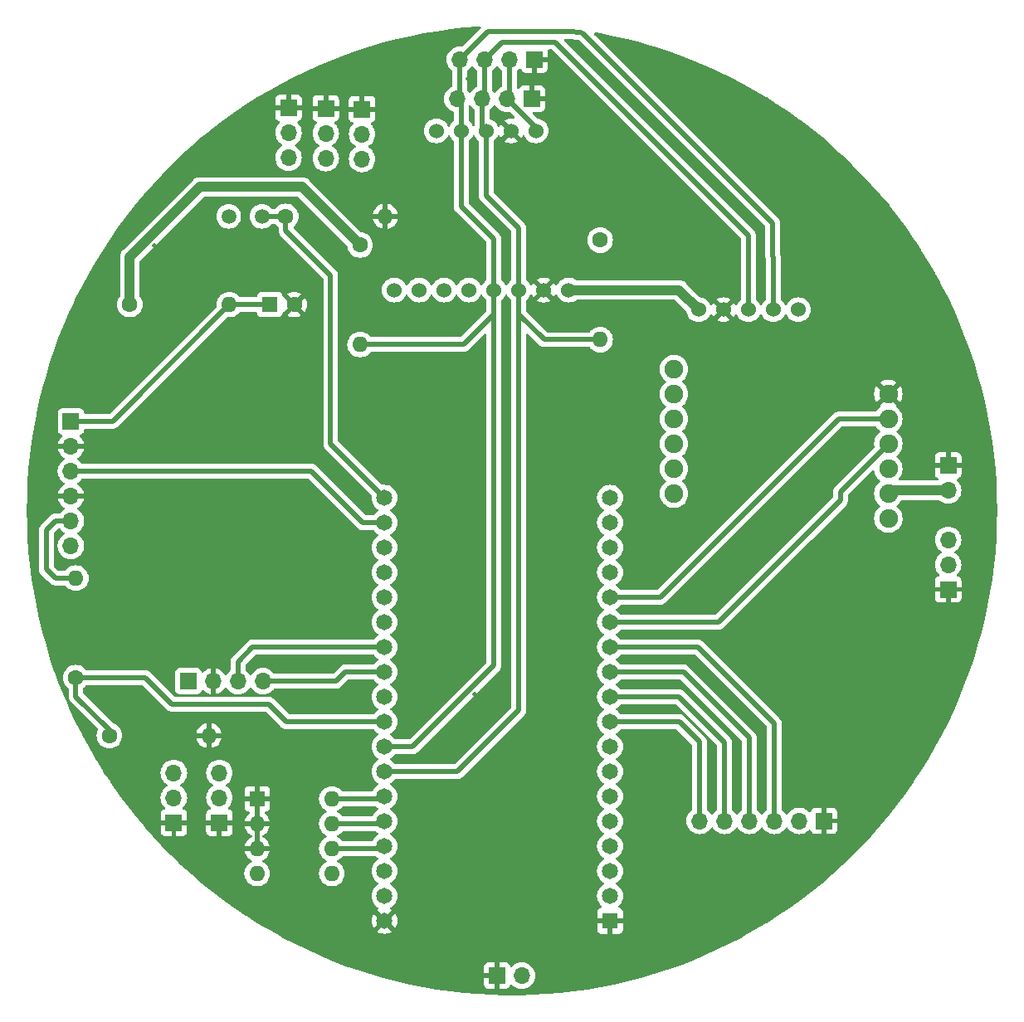
<source format=gbr>
%TF.GenerationSoftware,KiCad,Pcbnew,8.0.4*%
%TF.CreationDate,2024-10-11T13:15:18-06:00*%
%TF.ProjectId,cansat,63616e73-6174-42e6-9b69-6361645f7063,rev?*%
%TF.SameCoordinates,Original*%
%TF.FileFunction,Copper,L1,Top*%
%TF.FilePolarity,Positive*%
%FSLAX46Y46*%
G04 Gerber Fmt 4.6, Leading zero omitted, Abs format (unit mm)*
G04 Created by KiCad (PCBNEW 8.0.4) date 2024-10-11 13:15:18*
%MOMM*%
%LPD*%
G01*
G04 APERTURE LIST*
%TA.AperFunction,ComponentPad*%
%ADD10C,1.524000*%
%TD*%
%TA.AperFunction,ComponentPad*%
%ADD11R,1.700000X1.700000*%
%TD*%
%TA.AperFunction,ComponentPad*%
%ADD12O,1.700000X1.700000*%
%TD*%
%TA.AperFunction,ComponentPad*%
%ADD13R,1.600000X1.600000*%
%TD*%
%TA.AperFunction,ComponentPad*%
%ADD14O,1.600000X1.600000*%
%TD*%
%TA.AperFunction,ComponentPad*%
%ADD15C,1.600000*%
%TD*%
%TA.AperFunction,ComponentPad*%
%ADD16C,1.650000*%
%TD*%
%TA.AperFunction,ComponentPad*%
%ADD17R,1.650000X1.650000*%
%TD*%
%TA.AperFunction,ComponentPad*%
%ADD18C,1.500000*%
%TD*%
%TA.AperFunction,ComponentPad*%
%ADD19C,1.900000*%
%TD*%
%TA.AperFunction,ViaPad*%
%ADD20C,0.600000*%
%TD*%
%TA.AperFunction,ViaPad*%
%ADD21C,0.500000*%
%TD*%
%TA.AperFunction,Conductor*%
%ADD22C,0.500000*%
%TD*%
%TA.AperFunction,Conductor*%
%ADD23C,1.000000*%
%TD*%
G04 APERTURE END LIST*
D10*
%TO.P,U8,1,VIN*%
%TO.N,+5V*%
X167547000Y-65523000D03*
%TO.P,U8,2,GND*%
%TO.N,GND*%
X170087000Y-65523000D03*
%TO.P,U8,3,SCL*%
%TO.N,/SCL*%
X172627000Y-65523000D03*
%TO.P,U8,4,SDA*%
%TO.N,/SDA*%
X175167000Y-65523000D03*
%TO.P,U8,5*%
%TO.N,N/C*%
X177707000Y-65523000D03*
%TD*%
D11*
%TO.P,J17,1,Pin_1*%
%TO.N,GND*%
X118650000Y-117880000D03*
D12*
%TO.P,J17,2,Pin_2*%
%TO.N,+5V*%
X118650000Y-115340000D03*
%TO.P,J17,3,Pin_3*%
%TO.N,/DIO-EXTRA-2*%
X118650000Y-112800000D03*
%TD*%
D13*
%TO.P,SW1,1*%
%TO.N,GND*%
X122500000Y-115460000D03*
D14*
%TO.P,SW1,2*%
X122500000Y-118000000D03*
%TO.P,SW1,3*%
X122500000Y-120540000D03*
%TO.P,SW1,4*%
%TO.N,unconnected-(SW1-Pad4)*%
X122500000Y-123080000D03*
%TO.P,SW1,5*%
%TO.N,unconnected-(SW1-Pad5)*%
X130120000Y-123080000D03*
%TO.P,SW1,6*%
%TO.N,/DS-POS3*%
X130120000Y-120540000D03*
%TO.P,SW1,7*%
%TO.N,/DS-POS2*%
X130120000Y-118000000D03*
%TO.P,SW1,8*%
%TO.N,/DS-POS1*%
X130120000Y-115460000D03*
%TD*%
D15*
%TO.P,R5,1*%
%TO.N,+5V*%
X109500000Y-65000000D03*
D14*
%TO.P,R5,2*%
%TO.N,Net-(U7-LED+)*%
X119660000Y-65000000D03*
%TD*%
D11*
%TO.P,U7,1,LED+*%
%TO.N,Net-(U7-LED+)*%
X103500000Y-76920000D03*
D12*
%TO.P,U7,2,LED-*%
%TO.N,GND*%
X103500000Y-79460000D03*
%TO.P,U7,3,LED*%
%TO.N,/LED-GP2Y10*%
X103500000Y-82000000D03*
%TO.P,U7,4,GND*%
%TO.N,GND*%
X103500000Y-84540000D03*
%TO.P,U7,5,VOUT*%
%TO.N,Net-(U7-VOUT)*%
X103500000Y-87080000D03*
%TO.P,U7,6,VCC*%
%TO.N,+5V*%
X103500000Y-89620000D03*
%TD*%
D15*
%TO.P,R4,1*%
%TO.N,+5V*%
X157500000Y-58420000D03*
D14*
%TO.P,R4,2*%
%TO.N,/SCL*%
X157500000Y-68580000D03*
%TD*%
D15*
%TO.P,R3,1*%
%TO.N,+5V*%
X133000000Y-58920000D03*
D14*
%TO.P,R3,2*%
%TO.N,/SDA*%
X133000000Y-69080000D03*
%TD*%
D16*
%TO.P,U1,1,GND*%
%TO.N,GND*%
X135490000Y-127900000D03*
%TO.P,U1,2,3v3*%
%TO.N,+3.3V*%
X135490000Y-125360000D03*
%TO.P,U1,3,3v3*%
X135490000Y-122820000D03*
%TO.P,U1,4,GPIO34*%
%TO.N,/DS-POS3*%
X135490000Y-120280000D03*
%TO.P,U1,5,GPIO46*%
%TO.N,/DS-POS2*%
X135490000Y-117740000D03*
%TO.P,U1,6,GPIO45*%
%TO.N,/DS-POS1*%
X135490000Y-115200000D03*
%TO.P,U1,7,GPIO42*%
%TO.N,/SCL*%
X135490000Y-112660000D03*
%TO.P,U1,8,GPI41*%
%TO.N,/SDA*%
X135490000Y-110120000D03*
%TO.P,U1,9,GPIO40*%
%TO.N,/VOUT-GP2Y10*%
X135490000Y-107580000D03*
%TO.P,U1,10,GPIO39*%
%TO.N,/DIO-EXTRA-2*%
X135490000Y-105040000D03*
%TO.P,U1,11,GPIO38*%
%TO.N,/GPS-TX-TO-RX-LORA*%
X135490000Y-102500000D03*
%TO.P,U1,12,GPIO1*%
%TO.N,/GPS-RX-TO-TX-LORA*%
X135490000Y-99960000D03*
%TO.P,U1,13,GPIO2*%
%TO.N,/DIO-EXTRA-1*%
X135490000Y-97420000D03*
%TO.P,U1,14,GPIO3*%
%TO.N,/ADC-EXTRA-3*%
X135490000Y-94880000D03*
%TO.P,U1,15,GPIO4*%
%TO.N,/ADC-EXTRA-2*%
X135490000Y-92340000D03*
%TO.P,U1,16,GPIO5*%
%TO.N,/ADC-EXTRA-1*%
X135490000Y-89800000D03*
%TO.P,U1,17,GPIO6*%
%TO.N,/LED-GP2Y10*%
X135490000Y-87260000D03*
%TO.P,U1,18,GPIO7*%
%TO.N,/PHOTORESISTOR*%
X135490000Y-84720000D03*
D17*
%TO.P,U1,19,GND*%
%TO.N,GND*%
X158510000Y-127900000D03*
D16*
%TO.P,U1,20,5v*%
%TO.N,+5V*%
X158510000Y-125360000D03*
%TO.P,U1,21,VE*%
%TO.N,unconnected-(U1-VE-Pad21)*%
X158510000Y-122820000D03*
%TO.P,U1,22,VE*%
%TO.N,unconnected-(U1-VE-Pad22)*%
X158510000Y-120280000D03*
%TO.P,U1,23,RX0*%
%TO.N,unconnected-(U1-RX0-Pad23)*%
X158510000Y-117740000D03*
%TO.P,U1,24,TX0*%
%TO.N,unconnected-(U1-TX0-Pad24)*%
X158510000Y-115200000D03*
%TO.P,U1,25,RST*%
%TO.N,unconnected-(U1-RST-Pad25)*%
X158510000Y-112660000D03*
%TO.P,U1,26,GPIO0*%
%TO.N,unconnected-(U1-GPIO0-Pad26)*%
X158510000Y-110120000D03*
%TO.P,U1,27,GPIO36*%
%TO.N,/CS-MICROSD*%
X158510000Y-107580000D03*
%TO.P,U1,28,GPIO35*%
%TO.N,/SCK*%
X158510000Y-105040000D03*
%TO.P,U1,29,GPIO34*%
%TO.N,/MOSI*%
X158510000Y-102500000D03*
%TO.P,U1,30,GPIO33*%
%TO.N,/MISO*%
X158510000Y-99960000D03*
%TO.P,U1,31,GPIO47*%
%TO.N,/GSM-RX-TO-TX-LORA*%
X158510000Y-97420000D03*
%TO.P,U1,32,GPIO48*%
%TO.N,/GSM-TX-TO-RX-LORA*%
X158510000Y-94880000D03*
%TO.P,U1,33,GPIO26*%
%TO.N,/DIO-EXTRA-3*%
X158510000Y-92340000D03*
%TO.P,U1,35,GPIO20*%
%TO.N,unconnected-(U1-GPIO20-Pad35)*%
X158510000Y-89800000D03*
%TO.P,U1,36,GPIO19*%
%TO.N,unconnected-(U1-GPIO19-Pad36)*%
X158510000Y-87260000D03*
%TO.P,U1,37*%
%TO.N,N/C*%
X158510000Y-84720000D03*
%TD*%
D10*
%TO.P,U6,1,VCC*%
%TO.N,+5V*%
X154263000Y-63515000D03*
%TO.P,U6,2,GND*%
%TO.N,GND*%
X151723000Y-63515000D03*
%TO.P,U6,3,SCL*%
%TO.N,/SCL*%
X149183000Y-63515000D03*
%TO.P,U6,4,SDA*%
%TO.N,/SDA*%
X146643000Y-63515000D03*
%TO.P,U6,5,XDA*%
%TO.N,unconnected-(U6-XDA-Pad5)*%
X144103000Y-63515000D03*
%TO.P,U6,6,XCL*%
%TO.N,unconnected-(U6-XCL-Pad6)*%
X141563000Y-63515000D03*
%TO.P,U6,7,AD0*%
%TO.N,unconnected-(U6-AD0-Pad7)*%
X139023000Y-63515000D03*
%TO.P,U6,8,INT*%
%TO.N,unconnected-(U6-INT-Pad8)*%
X136483000Y-63515000D03*
%TD*%
D11*
%TO.P,J1,1,Pin_1*%
%TO.N,GND*%
X146960000Y-133500000D03*
D12*
%TO.P,J1,2,Pin_2*%
%TO.N,+5V*%
X149500000Y-133500000D03*
%TD*%
D11*
%TO.P,J10,1,Pin_1*%
%TO.N,GND*%
X129500000Y-44975000D03*
D12*
%TO.P,J10,2,Pin_2*%
%TO.N,+3.3V*%
X129500000Y-47515000D03*
%TO.P,J10,3,Pin_3*%
%TO.N,/ADC-EXTRA-2*%
X129500000Y-50055000D03*
%TD*%
D13*
%TO.P,C1,1*%
%TO.N,Net-(U7-LED+)*%
X123794888Y-65000000D03*
D15*
%TO.P,C1,2*%
%TO.N,GND*%
X126294888Y-65000000D03*
%TD*%
D11*
%TO.P,J2,1,Pin_1*%
%TO.N,GND*%
X193000000Y-81425000D03*
D12*
%TO.P,J2,2,Pin_2*%
%TO.N,+BATT*%
X193000000Y-83965000D03*
%TD*%
D15*
%TO.P,R2,1*%
%TO.N,/PHOTORESISTOR*%
X125420000Y-56000000D03*
D14*
%TO.P,R2,2*%
%TO.N,GND*%
X135580000Y-56000000D03*
%TD*%
D15*
%TO.P,R6,1*%
%TO.N,/VOUT-GP2Y10*%
X104000000Y-103080000D03*
D14*
%TO.P,R6,2*%
%TO.N,Net-(U7-VOUT)*%
X104000000Y-92920000D03*
%TD*%
D11*
%TO.P,U3,1,VCC*%
%TO.N,+5V*%
X115470000Y-103450000D03*
D12*
%TO.P,U3,2,GND*%
%TO.N,GND*%
X118010000Y-103450000D03*
%TO.P,U3,3,RXD*%
%TO.N,/GPS-RX-TO-TX-LORA*%
X120550000Y-103450000D03*
%TO.P,U3,4,TXD*%
%TO.N,/GPS-TX-TO-RX-LORA*%
X123090000Y-103450000D03*
%TD*%
D10*
%TO.P,U5,1,VIN*%
%TO.N,+5V*%
X150953000Y-47277000D03*
%TO.P,U5,2,GND*%
%TO.N,GND*%
X148413000Y-47277000D03*
%TO.P,U5,3,SCL*%
%TO.N,/SCL*%
X145873000Y-47277000D03*
%TO.P,U5,4,SDA*%
%TO.N,/SDA*%
X143333000Y-47277000D03*
%TO.P,U5,5*%
%TO.N,N/C*%
X140793000Y-47277000D03*
%TD*%
D11*
%TO.P,J7,1,Pin_1*%
%TO.N,GND*%
X150800000Y-40000000D03*
D12*
%TO.P,J7,2,Pin_2*%
%TO.N,+5V*%
X148260000Y-40000000D03*
%TO.P,J7,3,Pin_3*%
%TO.N,/SCL*%
X145720000Y-40000000D03*
%TO.P,J7,4,Pin_4*%
%TO.N,/SDA*%
X143180000Y-40000000D03*
%TD*%
D11*
%TO.P,J16,1,Pin_1*%
%TO.N,GND*%
X193000000Y-94080000D03*
D12*
%TO.P,J16,2,Pin_2*%
%TO.N,+5V*%
X193000000Y-91540000D03*
%TO.P,J16,3,Pin_3*%
%TO.N,/DIO-EXTRA-3*%
X193000000Y-89000000D03*
%TD*%
D18*
%TO.P,R1,1*%
%TO.N,+3.3V*%
X119600000Y-56000000D03*
%TO.P,R1,2*%
%TO.N,/PHOTORESISTOR*%
X123000000Y-56000000D03*
%TD*%
D11*
%TO.P,J18,1,Pin_1*%
%TO.N,GND*%
X114000000Y-117880000D03*
D12*
%TO.P,J18,2,Pin_2*%
%TO.N,+5V*%
X114000000Y-115340000D03*
%TO.P,J18,3,Pin_3*%
%TO.N,/DIO-EXTRA-1*%
X114000000Y-112800000D03*
%TD*%
D19*
%TO.P,U4,1,NET*%
%TO.N,unconnected-(U4-NET-Pad1)*%
X186900000Y-86840000D03*
%TO.P,U4,2,VCC*%
%TO.N,+BATT*%
X186900000Y-84300000D03*
%TO.P,U4,3,RST*%
%TO.N,unconnected-(U4-RST-Pad3)*%
X186900000Y-81760000D03*
%TO.P,U4,4,RXD*%
%TO.N,/GSM-RX-TO-TX-LORA*%
X186900000Y-79220000D03*
%TO.P,U4,5,TXD*%
%TO.N,/GSM-TX-TO-RX-LORA*%
X186900000Y-76680000D03*
%TO.P,U4,6,GND*%
%TO.N,GND*%
X186900000Y-74140000D03*
%TO.P,U4,7,SPK-*%
%TO.N,unconnected-(U4-SPK--Pad7)*%
X165030000Y-71600000D03*
%TO.P,U4,8,SPK+*%
%TO.N,unconnected-(U4-SPK+-Pad8)*%
X165030000Y-74140000D03*
%TO.P,U4,9,MIC-*%
%TO.N,unconnected-(U4-MIC--Pad9)*%
X165030000Y-76680000D03*
%TO.P,U4,10,MIC+*%
%TO.N,unconnected-(U4-MIC+-Pad10)*%
X165030000Y-79220000D03*
%TO.P,U4,11,DTR*%
%TO.N,unconnected-(U4-DTR-Pad11)*%
X165030000Y-81760000D03*
%TO.P,U4,12,RING*%
%TO.N,unconnected-(U4-RING-Pad12)*%
X165030000Y-84300000D03*
%TD*%
D15*
%TO.P,R7,1*%
%TO.N,/VOUT-GP2Y10*%
X107420000Y-109000000D03*
D14*
%TO.P,R7,2*%
%TO.N,GND*%
X117580000Y-109000000D03*
%TD*%
D11*
%TO.P,J9,1,Pin_1*%
%TO.N,GND*%
X133200000Y-45060000D03*
D12*
%TO.P,J9,2,Pin_2*%
%TO.N,+5V*%
X133200000Y-47600000D03*
%TO.P,J9,3,Pin_3*%
%TO.N,/ADC-EXTRA-1*%
X133200000Y-50140000D03*
%TD*%
D11*
%TO.P,J8,1,Pin_1*%
%TO.N,GND*%
X150540000Y-44000000D03*
D12*
%TO.P,J8,2,Pin_2*%
%TO.N,+5V*%
X148000000Y-44000000D03*
%TO.P,J8,3,Pin_3*%
%TO.N,/SCL*%
X145460000Y-44000000D03*
%TO.P,J8,4,Pin_4*%
%TO.N,/SDA*%
X142920000Y-44000000D03*
%TD*%
D11*
%TO.P,J11,1,Pin_1*%
%TO.N,GND*%
X125700000Y-44920000D03*
D12*
%TO.P,J11,2,Pin_2*%
%TO.N,+3.3V*%
X125700000Y-47460000D03*
%TO.P,J11,3,Pin_3*%
%TO.N,/ADC-EXTRA-3*%
X125700000Y-50000000D03*
%TD*%
D11*
%TO.P,U2,1,GND*%
%TO.N,GND*%
X180350000Y-117700000D03*
D12*
%TO.P,U2,2,VCC*%
%TO.N,+5V*%
X177810000Y-117700000D03*
%TO.P,U2,3,MISO*%
%TO.N,/MISO*%
X175270000Y-117700000D03*
%TO.P,U2,4,MOSI*%
%TO.N,/MOSI*%
X172730000Y-117700000D03*
%TO.P,U2,5,SCK*%
%TO.N,/SCK*%
X170190000Y-117700000D03*
%TO.P,U2,6,CS*%
%TO.N,/CS-MICROSD*%
X167650000Y-117700000D03*
%TD*%
D20*
%TO.N,GND*%
X168400000Y-51900000D03*
D21*
X162100000Y-103700000D03*
X119000000Y-76000000D03*
X178500000Y-98600000D03*
X166000000Y-126000000D03*
X146000000Y-56000000D03*
X123000000Y-60000000D03*
X126000000Y-118000000D03*
X144000000Y-42000000D03*
X152000000Y-117000000D03*
X142000000Y-93000000D03*
X113000000Y-69000000D03*
X148000000Y-84000000D03*
X107000000Y-105000000D03*
X173900000Y-110500000D03*
X151000000Y-106000000D03*
X111000000Y-88000000D03*
X147000000Y-42000000D03*
X160000000Y-77000000D03*
X112000000Y-110000000D03*
X163300000Y-98800000D03*
X107000000Y-101000000D03*
X148000000Y-74000000D03*
X144400000Y-45500000D03*
X117000000Y-93000000D03*
X128600000Y-76800000D03*
X122100000Y-108900000D03*
X124000000Y-110000000D03*
X191000000Y-80000000D03*
X166200000Y-95100000D03*
X133000000Y-117000000D03*
X124000000Y-88000000D03*
X162100000Y-106300000D03*
X144700000Y-104800000D03*
X125000000Y-129000000D03*
X133000000Y-122000000D03*
X168000000Y-84000000D03*
X154000000Y-98000000D03*
X133000000Y-119000000D03*
X168700000Y-113100000D03*
X112000000Y-59000000D03*
X130600000Y-82500000D03*
X117000000Y-116000000D03*
X131000000Y-101000000D03*
X170000000Y-46000000D03*
X160000000Y-48000000D03*
X171300000Y-112300000D03*
X167000000Y-72000000D03*
X141000000Y-116000000D03*
X108000000Y-80000000D03*
X148000000Y-94000000D03*
X162200000Y-101000000D03*
X125000000Y-94000000D03*
X142000000Y-133000000D03*
X100000000Y-81000000D03*
X126000000Y-121000000D03*
X106000000Y-69000000D03*
X100000000Y-94000000D03*
X143000000Y-86000000D03*
X133000000Y-113000000D03*
X180200000Y-82100000D03*
X172000000Y-88600000D03*
%TD*%
D22*
%TO.N,/SDA*%
X175167000Y-60167000D02*
X175167000Y-65523000D01*
X175100000Y-60100000D02*
X175167000Y-60167000D01*
X175100000Y-56700000D02*
X175100000Y-60100000D01*
X155445928Y-37244864D02*
X155681895Y-37281895D01*
X154412532Y-37112533D02*
X155445928Y-37244864D01*
X155681895Y-37281895D02*
X175100000Y-56700000D01*
X143180000Y-40000000D02*
X146067467Y-37112533D01*
X146067467Y-37112533D02*
X154412532Y-37112533D01*
X138380000Y-110120000D02*
X135490000Y-110120000D01*
X146643000Y-101857000D02*
X138380000Y-110120000D01*
X146643000Y-66000000D02*
X146643000Y-101857000D01*
D23*
%TO.N,+BATT*%
X187235000Y-83965000D02*
X186900000Y-84300000D01*
X193000000Y-83965000D02*
X187235000Y-83965000D01*
%TO.N,+5V*%
X116656497Y-53000000D02*
X127080000Y-53000000D01*
X109500000Y-65000000D02*
X109500000Y-60156497D01*
D22*
X148260000Y-43740000D02*
X148000000Y-44000000D01*
D23*
X154263000Y-63515000D02*
X165539000Y-63515000D01*
X165539000Y-63515000D02*
X167547000Y-65523000D01*
X127080000Y-53000000D02*
X133000000Y-58920000D01*
D22*
X148260000Y-40000000D02*
X148260000Y-43740000D01*
D23*
X109500000Y-60156497D02*
X116656497Y-53000000D01*
D22*
X150953000Y-47277000D02*
X150953000Y-46953000D01*
X150953000Y-46953000D02*
X148000000Y-44000000D01*
%TO.N,/SCL*%
X152900000Y-38200000D02*
X172627000Y-57927000D01*
X151763000Y-68580000D02*
X149183000Y-66000000D01*
X149183000Y-106417000D02*
X149183000Y-66000000D01*
X145873000Y-53873000D02*
X145873000Y-47277000D01*
X145460000Y-46864000D02*
X145873000Y-47277000D01*
X149183000Y-66000000D02*
X149183000Y-63515000D01*
X172627000Y-57927000D02*
X172627000Y-65523000D01*
X145720000Y-43740000D02*
X145460000Y-44000000D01*
X157500000Y-68580000D02*
X151763000Y-68580000D01*
X149183000Y-57183000D02*
X145873000Y-53873000D01*
X147520000Y-38200000D02*
X152900000Y-38200000D01*
X142940000Y-112660000D02*
X149183000Y-106417000D01*
X145720000Y-40000000D02*
X147520000Y-38200000D01*
X145460000Y-44000000D02*
X145460000Y-46864000D01*
X145720000Y-40000000D02*
X145720000Y-43740000D01*
X149183000Y-63515000D02*
X149183000Y-57183000D01*
X135490000Y-112660000D02*
X142940000Y-112660000D01*
%TO.N,/SDA*%
X146643000Y-63515000D02*
X146643000Y-66000000D01*
X143333000Y-47277000D02*
X143333000Y-44413000D01*
X143180000Y-40000000D02*
X143180000Y-43740000D01*
X143333000Y-47277000D02*
X143333000Y-55000000D01*
X146643000Y-58310000D02*
X143333000Y-55000000D01*
X143180000Y-43740000D02*
X142920000Y-44000000D01*
X143563000Y-69080000D02*
X146643000Y-66000000D01*
X133000000Y-69080000D02*
X143563000Y-69080000D01*
X143333000Y-44413000D02*
X142920000Y-44000000D01*
X146643000Y-63515000D02*
X146643000Y-58310000D01*
%TO.N,/PHOTORESISTOR*%
X135490000Y-84720000D02*
X130000000Y-79230000D01*
X123000000Y-56000000D02*
X125420000Y-56000000D01*
X130000000Y-79230000D02*
X130000000Y-62000000D01*
X125420000Y-57420000D02*
X125420000Y-56000000D01*
X130000000Y-62000000D02*
X125420000Y-57420000D01*
%TO.N,Net-(U7-LED+)*%
X107740000Y-76920000D02*
X119660000Y-65000000D01*
X103500000Y-76920000D02*
X107740000Y-76920000D01*
X123794888Y-65000000D02*
X119660000Y-65000000D01*
%TO.N,Net-(U7-VOUT)*%
X101000000Y-92000000D02*
X101000000Y-88000000D01*
X101920000Y-87080000D02*
X103500000Y-87080000D01*
X101920000Y-92920000D02*
X101000000Y-92000000D01*
X104000000Y-92920000D02*
X101920000Y-92920000D01*
X101000000Y-88000000D02*
X101920000Y-87080000D01*
%TO.N,/VOUT-GP2Y10*%
X107420000Y-108420000D02*
X104000000Y-105000000D01*
X125480000Y-107580000D02*
X123700000Y-105800000D01*
X107420000Y-109000000D02*
X107420000Y-108420000D01*
X135490000Y-107580000D02*
X125480000Y-107580000D01*
X113800000Y-105800000D02*
X111080000Y-103080000D01*
X123700000Y-105800000D02*
X113800000Y-105800000D01*
X104000000Y-105000000D02*
X104000000Y-103080000D01*
X111080000Y-103080000D02*
X104000000Y-103080000D01*
%TO.N,/DS-POS3*%
X135230000Y-120540000D02*
X135490000Y-120280000D01*
X130120000Y-120540000D02*
X135230000Y-120540000D01*
%TO.N,/DS-POS1*%
X135230000Y-115460000D02*
X135490000Y-115200000D01*
X130120000Y-115460000D02*
X135230000Y-115460000D01*
%TO.N,/DS-POS2*%
X130120000Y-118000000D02*
X135230000Y-118000000D01*
X135230000Y-118000000D02*
X135490000Y-117740000D01*
%TO.N,/GSM-TX-TO-RX-LORA*%
X181820000Y-76680000D02*
X186900000Y-76680000D01*
X163620000Y-94880000D02*
X158510000Y-94880000D01*
X163620000Y-94880000D02*
X181820000Y-76680000D01*
%TO.N,/SCK*%
X165540000Y-105040000D02*
X170190000Y-109690000D01*
X170190000Y-109690000D02*
X170190000Y-117700000D01*
X158510000Y-105040000D02*
X165540000Y-105040000D01*
%TO.N,/GPS-RX-TO-TX-LORA*%
X122040000Y-99960000D02*
X135490000Y-99960000D01*
X120550000Y-103450000D02*
X120550000Y-101450000D01*
X120550000Y-101450000D02*
X122040000Y-99960000D01*
%TO.N,/GPS-TX-TO-RX-LORA*%
X123090000Y-103450000D02*
X130550000Y-103450000D01*
X130550000Y-103450000D02*
X131500000Y-102500000D01*
X131500000Y-102500000D02*
X135490000Y-102500000D01*
%TO.N,/MOSI*%
X172730000Y-109230000D02*
X172730000Y-117700000D01*
X158510000Y-102500000D02*
X166000000Y-102500000D01*
X166000000Y-102500000D02*
X172730000Y-109230000D01*
%TO.N,/LED-GP2Y10*%
X133260000Y-87260000D02*
X135490000Y-87260000D01*
X128000000Y-82000000D02*
X133260000Y-87260000D01*
X103500000Y-82000000D02*
X128000000Y-82000000D01*
%TO.N,/GSM-RX-TO-TX-LORA*%
X158510000Y-97420000D02*
X169569950Y-97420000D01*
X182000000Y-84989950D02*
X182000000Y-84120000D01*
X182000000Y-84120000D02*
X186900000Y-79220000D01*
X169569950Y-97420000D02*
X182000000Y-84989950D01*
%TO.N,/CS-MICROSD*%
X165580000Y-107580000D02*
X158510000Y-107580000D01*
X167650000Y-117700000D02*
X167650000Y-109650000D01*
X167650000Y-109650000D02*
X165580000Y-107580000D01*
%TO.N,/MISO*%
X158510000Y-99960000D02*
X167460000Y-99960000D01*
X175270000Y-107770000D02*
X175270000Y-117700000D01*
X167460000Y-99960000D02*
X175270000Y-107770000D01*
%TD*%
%TA.AperFunction,Conductor*%
%TO.N,GND*%
G36*
X165244809Y-105810185D02*
G01*
X165265451Y-105826819D01*
X169403181Y-109964549D01*
X169436666Y-110025872D01*
X169439500Y-110052230D01*
X169439500Y-116512298D01*
X169419815Y-116579337D01*
X169386625Y-116613872D01*
X169318595Y-116661507D01*
X169151505Y-116828597D01*
X169021575Y-117014158D01*
X168966998Y-117057783D01*
X168897500Y-117064977D01*
X168835145Y-117033454D01*
X168818425Y-117014158D01*
X168688494Y-116828597D01*
X168521404Y-116661507D01*
X168453375Y-116613872D01*
X168409751Y-116559294D01*
X168400500Y-116512298D01*
X168400500Y-109576079D01*
X168371659Y-109431092D01*
X168371658Y-109431091D01*
X168371658Y-109431087D01*
X168331104Y-109333181D01*
X168315085Y-109294507D01*
X168293810Y-109262667D01*
X168269773Y-109226692D01*
X168232952Y-109171584D01*
X167167240Y-108105872D01*
X166058421Y-106997052D01*
X166058414Y-106997046D01*
X165984729Y-106947812D01*
X165984729Y-106947813D01*
X165935491Y-106914913D01*
X165798917Y-106858343D01*
X165798907Y-106858340D01*
X165653920Y-106829500D01*
X165653918Y-106829500D01*
X159667180Y-106829500D01*
X159600141Y-106809815D01*
X159565605Y-106776623D01*
X159529273Y-106724735D01*
X159529268Y-106724729D01*
X159365269Y-106560730D01*
X159309470Y-106521659D01*
X159175282Y-106427699D01*
X159163878Y-106422381D01*
X159111440Y-106376210D01*
X159092288Y-106309016D01*
X159112504Y-106242135D01*
X159163878Y-106197618D01*
X159175282Y-106192301D01*
X159365269Y-106059270D01*
X159529270Y-105895269D01*
X159565605Y-105843376D01*
X159620181Y-105799752D01*
X159667180Y-105790500D01*
X165177770Y-105790500D01*
X165244809Y-105810185D01*
G37*
%TD.AperFunction*%
%TA.AperFunction,Conductor*%
G36*
X165704809Y-103270185D02*
G01*
X165725451Y-103286819D01*
X171943181Y-109504548D01*
X171976666Y-109565871D01*
X171979500Y-109592229D01*
X171979500Y-116512298D01*
X171959815Y-116579337D01*
X171926625Y-116613872D01*
X171858595Y-116661507D01*
X171691505Y-116828597D01*
X171561575Y-117014158D01*
X171506998Y-117057783D01*
X171437500Y-117064977D01*
X171375145Y-117033454D01*
X171358425Y-117014158D01*
X171228494Y-116828597D01*
X171061404Y-116661507D01*
X170993375Y-116613872D01*
X170949751Y-116559294D01*
X170940500Y-116512298D01*
X170940500Y-109616079D01*
X170911659Y-109471092D01*
X170911658Y-109471091D01*
X170911658Y-109471087D01*
X170895092Y-109431092D01*
X170855085Y-109334507D01*
X170854199Y-109333181D01*
X170807083Y-109262666D01*
X170783047Y-109226692D01*
X170772954Y-109211586D01*
X170772952Y-109211584D01*
X166018421Y-104457052D01*
X166018420Y-104457051D01*
X165911287Y-104385468D01*
X165911287Y-104385467D01*
X165895495Y-104374916D01*
X165895490Y-104374913D01*
X165758917Y-104318343D01*
X165758907Y-104318340D01*
X165613920Y-104289500D01*
X165613918Y-104289500D01*
X159667180Y-104289500D01*
X159600141Y-104269815D01*
X159565605Y-104236623D01*
X159529273Y-104184735D01*
X159529268Y-104184729D01*
X159365269Y-104020730D01*
X159351854Y-104011337D01*
X159175282Y-103887699D01*
X159163878Y-103882381D01*
X159111440Y-103836210D01*
X159092288Y-103769016D01*
X159112504Y-103702135D01*
X159163878Y-103657618D01*
X159175282Y-103652301D01*
X159365269Y-103519270D01*
X159529270Y-103355269D01*
X159565605Y-103303376D01*
X159620181Y-103259752D01*
X159667180Y-103250500D01*
X165637770Y-103250500D01*
X165704809Y-103270185D01*
G37*
%TD.AperFunction*%
%TA.AperFunction,Conductor*%
G36*
X167164809Y-100730185D02*
G01*
X167185451Y-100746819D01*
X174483181Y-108044549D01*
X174516666Y-108105872D01*
X174519500Y-108132230D01*
X174519500Y-116512298D01*
X174499815Y-116579337D01*
X174466625Y-116613872D01*
X174398595Y-116661507D01*
X174231505Y-116828597D01*
X174101575Y-117014158D01*
X174046998Y-117057783D01*
X173977500Y-117064977D01*
X173915145Y-117033454D01*
X173898425Y-117014158D01*
X173768494Y-116828597D01*
X173601404Y-116661507D01*
X173533375Y-116613872D01*
X173489751Y-116559294D01*
X173480500Y-116512298D01*
X173480500Y-109156079D01*
X173451659Y-109011092D01*
X173451658Y-109011091D01*
X173451658Y-109011087D01*
X173431484Y-108962382D01*
X173395087Y-108874511D01*
X173395080Y-108874498D01*
X173312952Y-108751585D01*
X173293667Y-108732300D01*
X173208416Y-108647049D01*
X171558413Y-106997046D01*
X166478421Y-101917052D01*
X166478420Y-101917051D01*
X166382950Y-101853261D01*
X166382946Y-101853258D01*
X166355495Y-101834916D01*
X166355493Y-101834915D01*
X166355490Y-101834913D01*
X166218917Y-101778343D01*
X166218907Y-101778340D01*
X166073920Y-101749500D01*
X166073918Y-101749500D01*
X159667180Y-101749500D01*
X159600141Y-101729815D01*
X159565605Y-101696623D01*
X159529273Y-101644735D01*
X159529268Y-101644729D01*
X159365269Y-101480730D01*
X159365263Y-101480726D01*
X159175282Y-101347699D01*
X159163878Y-101342381D01*
X159111440Y-101296210D01*
X159092288Y-101229016D01*
X159112504Y-101162135D01*
X159163878Y-101117618D01*
X159175282Y-101112301D01*
X159365269Y-100979270D01*
X159529270Y-100815269D01*
X159565605Y-100763376D01*
X159620181Y-100719752D01*
X159667180Y-100710500D01*
X167097770Y-100710500D01*
X167164809Y-100730185D01*
G37*
%TD.AperFunction*%
%TA.AperFunction,Conductor*%
G36*
X185657629Y-77450185D02*
G01*
X185694398Y-77486677D01*
X185751429Y-77573969D01*
X185914236Y-77750825D01*
X185970350Y-77794500D01*
X186044414Y-77852147D01*
X186085227Y-77908857D01*
X186088901Y-77978630D01*
X186054269Y-78039313D01*
X186044414Y-78047853D01*
X185914238Y-78149173D01*
X185751430Y-78326029D01*
X185751427Y-78326033D01*
X185619951Y-78527270D01*
X185523389Y-78747410D01*
X185464379Y-78980440D01*
X185444529Y-79219994D01*
X185444529Y-79220005D01*
X185464379Y-79459561D01*
X185464379Y-79459564D01*
X185474299Y-79498738D01*
X185471673Y-79568559D01*
X185441774Y-79616857D01*
X181417047Y-83641584D01*
X181406474Y-83657408D01*
X181395947Y-83673165D01*
X181377529Y-83700730D01*
X181334914Y-83764507D01*
X181278343Y-83901082D01*
X181278340Y-83901092D01*
X181249500Y-84046079D01*
X181249500Y-84627720D01*
X181229815Y-84694759D01*
X181213181Y-84715401D01*
X169295401Y-96633181D01*
X169234078Y-96666666D01*
X169207720Y-96669500D01*
X159667180Y-96669500D01*
X159600141Y-96649815D01*
X159565605Y-96616623D01*
X159529273Y-96564735D01*
X159529268Y-96564729D01*
X159365269Y-96400730D01*
X159365263Y-96400726D01*
X159175282Y-96267699D01*
X159163878Y-96262381D01*
X159111440Y-96216210D01*
X159092288Y-96149016D01*
X159112504Y-96082135D01*
X159163878Y-96037618D01*
X159175282Y-96032301D01*
X159365269Y-95899270D01*
X159529270Y-95735269D01*
X159565605Y-95683376D01*
X159620181Y-95639752D01*
X159667180Y-95630500D01*
X163693920Y-95630500D01*
X163791462Y-95611096D01*
X163838913Y-95601658D01*
X163975495Y-95545084D01*
X164024729Y-95512186D01*
X164098416Y-95462952D01*
X182094549Y-77466819D01*
X182155872Y-77433334D01*
X182182230Y-77430500D01*
X185590590Y-77430500D01*
X185657629Y-77450185D01*
G37*
%TD.AperFunction*%
%TA.AperFunction,Conductor*%
G36*
X122750000Y-120224314D02*
G01*
X122745606Y-120219920D01*
X122654394Y-120167259D01*
X122552661Y-120140000D01*
X122447339Y-120140000D01*
X122345606Y-120167259D01*
X122254394Y-120219920D01*
X122250000Y-120224314D01*
X122250000Y-118315686D01*
X122254394Y-118320080D01*
X122345606Y-118372741D01*
X122447339Y-118400000D01*
X122552661Y-118400000D01*
X122654394Y-118372741D01*
X122745606Y-118320080D01*
X122750000Y-118315686D01*
X122750000Y-120224314D01*
G37*
%TD.AperFunction*%
%TA.AperFunction,Conductor*%
G36*
X122750000Y-117684314D02*
G01*
X122745606Y-117679920D01*
X122654394Y-117627259D01*
X122552661Y-117600000D01*
X122447339Y-117600000D01*
X122345606Y-117627259D01*
X122254394Y-117679920D01*
X122250000Y-117684314D01*
X122250000Y-115775686D01*
X122254394Y-115780080D01*
X122345606Y-115832741D01*
X122447339Y-115860000D01*
X122552661Y-115860000D01*
X122654394Y-115832741D01*
X122745606Y-115780080D01*
X122750000Y-115775686D01*
X122750000Y-117684314D01*
G37*
%TD.AperFunction*%
%TA.AperFunction,Conductor*%
G36*
X145267408Y-36628949D02*
G01*
X145316077Y-36679080D01*
X145329918Y-36747565D01*
X145304535Y-36812661D01*
X145294059Y-36824571D01*
X143491500Y-38627130D01*
X143430177Y-38660615D01*
X143393012Y-38662977D01*
X143180002Y-38644341D01*
X143179999Y-38644341D01*
X142944596Y-38664936D01*
X142944586Y-38664938D01*
X142716344Y-38726094D01*
X142716335Y-38726098D01*
X142502171Y-38825964D01*
X142502169Y-38825965D01*
X142308597Y-38961505D01*
X142141505Y-39128597D01*
X142005965Y-39322169D01*
X142005964Y-39322171D01*
X141906098Y-39536335D01*
X141906094Y-39536344D01*
X141844938Y-39764586D01*
X141844936Y-39764596D01*
X141824341Y-39999999D01*
X141824341Y-40000000D01*
X141844936Y-40235403D01*
X141844938Y-40235413D01*
X141906094Y-40463655D01*
X141906096Y-40463659D01*
X141906097Y-40463663D01*
X141986004Y-40635023D01*
X142005965Y-40677830D01*
X142005967Y-40677834D01*
X142114281Y-40832521D01*
X142141501Y-40871396D01*
X142141506Y-40871402D01*
X142308595Y-41038492D01*
X142308598Y-41038494D01*
X142308599Y-41038495D01*
X142376623Y-41086125D01*
X142420248Y-41140701D01*
X142429500Y-41187700D01*
X142429500Y-42659614D01*
X142409815Y-42726653D01*
X142357906Y-42771996D01*
X142242168Y-42825966D01*
X142048597Y-42961505D01*
X141881505Y-43128597D01*
X141745965Y-43322169D01*
X141745964Y-43322171D01*
X141646098Y-43536335D01*
X141646094Y-43536344D01*
X141584938Y-43764586D01*
X141584936Y-43764596D01*
X141564341Y-43999999D01*
X141564341Y-44000000D01*
X141584936Y-44235403D01*
X141584938Y-44235413D01*
X141646094Y-44463655D01*
X141646096Y-44463659D01*
X141646097Y-44463663D01*
X141742314Y-44670000D01*
X141745965Y-44677830D01*
X141745967Y-44677834D01*
X141854281Y-44832521D01*
X141881505Y-44871401D01*
X142048599Y-45038495D01*
X142116620Y-45086124D01*
X142242165Y-45174032D01*
X142242167Y-45174033D01*
X142242170Y-45174035D01*
X142456337Y-45273903D01*
X142490593Y-45283081D01*
X142550252Y-45319444D01*
X142580783Y-45382290D01*
X142582500Y-45402856D01*
X142582500Y-46196726D01*
X142562815Y-46263765D01*
X142529625Y-46298299D01*
X142518389Y-46306166D01*
X142518382Y-46306172D01*
X142362172Y-46462381D01*
X142235466Y-46643338D01*
X142235465Y-46643340D01*
X142175382Y-46772189D01*
X142129209Y-46824628D01*
X142062016Y-46843780D01*
X141995135Y-46823564D01*
X141950618Y-46772189D01*
X141908681Y-46682256D01*
X141890534Y-46643339D01*
X141785287Y-46493029D01*
X141763827Y-46462381D01*
X141691717Y-46390271D01*
X141607620Y-46306174D01*
X141607616Y-46306171D01*
X141607615Y-46306170D01*
X141426666Y-46179468D01*
X141426662Y-46179466D01*
X141426660Y-46179465D01*
X141226450Y-46086106D01*
X141226447Y-46086105D01*
X141226445Y-46086104D01*
X141013070Y-46028930D01*
X141013062Y-46028929D01*
X140793002Y-46009677D01*
X140792998Y-46009677D01*
X140572937Y-46028929D01*
X140572929Y-46028930D01*
X140359554Y-46086104D01*
X140359548Y-46086107D01*
X140159340Y-46179465D01*
X140159338Y-46179466D01*
X139978377Y-46306175D01*
X139822175Y-46462377D01*
X139695466Y-46643338D01*
X139695465Y-46643340D01*
X139602107Y-46843548D01*
X139602104Y-46843554D01*
X139544930Y-47056929D01*
X139544929Y-47056937D01*
X139525677Y-47276997D01*
X139525677Y-47277002D01*
X139544929Y-47497062D01*
X139544930Y-47497070D01*
X139602104Y-47710445D01*
X139602105Y-47710447D01*
X139602106Y-47710450D01*
X139620739Y-47750408D01*
X139695466Y-47910662D01*
X139695468Y-47910666D01*
X139822170Y-48091615D01*
X139822175Y-48091621D01*
X139978378Y-48247824D01*
X139978384Y-48247829D01*
X140159333Y-48374531D01*
X140159335Y-48374532D01*
X140159338Y-48374534D01*
X140359550Y-48467894D01*
X140572932Y-48525070D01*
X140730123Y-48538822D01*
X140792998Y-48544323D01*
X140793000Y-48544323D01*
X140793002Y-48544323D01*
X140848017Y-48539509D01*
X141013068Y-48525070D01*
X141226450Y-48467894D01*
X141426662Y-48374534D01*
X141607620Y-48247826D01*
X141763826Y-48091620D01*
X141890534Y-47910662D01*
X141950618Y-47781811D01*
X141996790Y-47729371D01*
X142063983Y-47710219D01*
X142130865Y-47730435D01*
X142175382Y-47781811D01*
X142235464Y-47910658D01*
X142235468Y-47910666D01*
X142362170Y-48091615D01*
X142362174Y-48091620D01*
X142518380Y-48247826D01*
X142529620Y-48255696D01*
X142573247Y-48310271D01*
X142582500Y-48357273D01*
X142582500Y-55073918D01*
X142582500Y-55073920D01*
X142582499Y-55073920D01*
X142611340Y-55218907D01*
X142611343Y-55218917D01*
X142667914Y-55355492D01*
X142667915Y-55355494D01*
X142667916Y-55355495D01*
X142679185Y-55372361D01*
X142700812Y-55404727D01*
X142700813Y-55404730D01*
X142750046Y-55478414D01*
X142750052Y-55478421D01*
X145856181Y-58584549D01*
X145889666Y-58645872D01*
X145892500Y-58672230D01*
X145892500Y-62434726D01*
X145872815Y-62501765D01*
X145839625Y-62536299D01*
X145828389Y-62544166D01*
X145828382Y-62544172D01*
X145672172Y-62700381D01*
X145545466Y-62881338D01*
X145545465Y-62881340D01*
X145485382Y-63010189D01*
X145439209Y-63062628D01*
X145372016Y-63081780D01*
X145305135Y-63061564D01*
X145260618Y-63010189D01*
X145200651Y-62881590D01*
X145200534Y-62881339D01*
X145073826Y-62700380D01*
X144917620Y-62544174D01*
X144917616Y-62544171D01*
X144917615Y-62544170D01*
X144736666Y-62417468D01*
X144736662Y-62417466D01*
X144618205Y-62362229D01*
X144536450Y-62324106D01*
X144536447Y-62324105D01*
X144536445Y-62324104D01*
X144323070Y-62266930D01*
X144323062Y-62266929D01*
X144103002Y-62247677D01*
X144102998Y-62247677D01*
X143882937Y-62266929D01*
X143882929Y-62266930D01*
X143669554Y-62324104D01*
X143669548Y-62324107D01*
X143469340Y-62417465D01*
X143469338Y-62417466D01*
X143288377Y-62544175D01*
X143132175Y-62700377D01*
X143005466Y-62881338D01*
X143005465Y-62881340D01*
X142945382Y-63010189D01*
X142899209Y-63062628D01*
X142832016Y-63081780D01*
X142765135Y-63061564D01*
X142720618Y-63010189D01*
X142660651Y-62881590D01*
X142660534Y-62881339D01*
X142533826Y-62700380D01*
X142377620Y-62544174D01*
X142377616Y-62544171D01*
X142377615Y-62544170D01*
X142196666Y-62417468D01*
X142196662Y-62417466D01*
X142078205Y-62362229D01*
X141996450Y-62324106D01*
X141996447Y-62324105D01*
X141996445Y-62324104D01*
X141783070Y-62266930D01*
X141783062Y-62266929D01*
X141563002Y-62247677D01*
X141562998Y-62247677D01*
X141342937Y-62266929D01*
X141342929Y-62266930D01*
X141129554Y-62324104D01*
X141129548Y-62324107D01*
X140929340Y-62417465D01*
X140929338Y-62417466D01*
X140748377Y-62544175D01*
X140592175Y-62700377D01*
X140465466Y-62881338D01*
X140465465Y-62881340D01*
X140405382Y-63010189D01*
X140359209Y-63062628D01*
X140292016Y-63081780D01*
X140225135Y-63061564D01*
X140180618Y-63010189D01*
X140120651Y-62881590D01*
X140120534Y-62881339D01*
X139993826Y-62700380D01*
X139837620Y-62544174D01*
X139837616Y-62544171D01*
X139837615Y-62544170D01*
X139656666Y-62417468D01*
X139656662Y-62417466D01*
X139538205Y-62362229D01*
X139456450Y-62324106D01*
X139456447Y-62324105D01*
X139456445Y-62324104D01*
X139243070Y-62266930D01*
X139243062Y-62266929D01*
X139023002Y-62247677D01*
X139022998Y-62247677D01*
X138802937Y-62266929D01*
X138802929Y-62266930D01*
X138589554Y-62324104D01*
X138589548Y-62324107D01*
X138389340Y-62417465D01*
X138389338Y-62417466D01*
X138208377Y-62544175D01*
X138052175Y-62700377D01*
X137925466Y-62881338D01*
X137925465Y-62881340D01*
X137865382Y-63010189D01*
X137819209Y-63062628D01*
X137752016Y-63081780D01*
X137685135Y-63061564D01*
X137640618Y-63010189D01*
X137580651Y-62881590D01*
X137580534Y-62881339D01*
X137453826Y-62700380D01*
X137297620Y-62544174D01*
X137297616Y-62544171D01*
X137297615Y-62544170D01*
X137116666Y-62417468D01*
X137116662Y-62417466D01*
X136998205Y-62362229D01*
X136916450Y-62324106D01*
X136916447Y-62324105D01*
X136916445Y-62324104D01*
X136703070Y-62266930D01*
X136703062Y-62266929D01*
X136483002Y-62247677D01*
X136482998Y-62247677D01*
X136262937Y-62266929D01*
X136262929Y-62266930D01*
X136049554Y-62324104D01*
X136049548Y-62324107D01*
X135849340Y-62417465D01*
X135849338Y-62417466D01*
X135668377Y-62544175D01*
X135512175Y-62700377D01*
X135385466Y-62881338D01*
X135385465Y-62881340D01*
X135292107Y-63081548D01*
X135292104Y-63081554D01*
X135234930Y-63294929D01*
X135234929Y-63294937D01*
X135215677Y-63514997D01*
X135215677Y-63515002D01*
X135234929Y-63735062D01*
X135234930Y-63735070D01*
X135292104Y-63948445D01*
X135292105Y-63948447D01*
X135292106Y-63948450D01*
X135359285Y-64092516D01*
X135385466Y-64148662D01*
X135385468Y-64148666D01*
X135512170Y-64329615D01*
X135512175Y-64329621D01*
X135668378Y-64485824D01*
X135668384Y-64485829D01*
X135849333Y-64612531D01*
X135849335Y-64612532D01*
X135849338Y-64612534D01*
X136049550Y-64705894D01*
X136262932Y-64763070D01*
X136420123Y-64776822D01*
X136482998Y-64782323D01*
X136483000Y-64782323D01*
X136483002Y-64782323D01*
X136538017Y-64777509D01*
X136703068Y-64763070D01*
X136916450Y-64705894D01*
X137116662Y-64612534D01*
X137297620Y-64485826D01*
X137453826Y-64329620D01*
X137580534Y-64148662D01*
X137640618Y-64019811D01*
X137686790Y-63967371D01*
X137753983Y-63948219D01*
X137820865Y-63968435D01*
X137865382Y-64019811D01*
X137925464Y-64148658D01*
X137925468Y-64148666D01*
X138052170Y-64329615D01*
X138052175Y-64329621D01*
X138208378Y-64485824D01*
X138208384Y-64485829D01*
X138389333Y-64612531D01*
X138389335Y-64612532D01*
X138389338Y-64612534D01*
X138589550Y-64705894D01*
X138802932Y-64763070D01*
X138960123Y-64776822D01*
X139022998Y-64782323D01*
X139023000Y-64782323D01*
X139023002Y-64782323D01*
X139078017Y-64777509D01*
X139243068Y-64763070D01*
X139456450Y-64705894D01*
X139656662Y-64612534D01*
X139837620Y-64485826D01*
X139993826Y-64329620D01*
X140120534Y-64148662D01*
X140180618Y-64019811D01*
X140226790Y-63967371D01*
X140293983Y-63948219D01*
X140360865Y-63968435D01*
X140405382Y-64019811D01*
X140465464Y-64148658D01*
X140465468Y-64148666D01*
X140592170Y-64329615D01*
X140592175Y-64329621D01*
X140748378Y-64485824D01*
X140748384Y-64485829D01*
X140929333Y-64612531D01*
X140929335Y-64612532D01*
X140929338Y-64612534D01*
X141129550Y-64705894D01*
X141342932Y-64763070D01*
X141500123Y-64776822D01*
X141562998Y-64782323D01*
X141563000Y-64782323D01*
X141563002Y-64782323D01*
X141618017Y-64777509D01*
X141783068Y-64763070D01*
X141996450Y-64705894D01*
X142196662Y-64612534D01*
X142377620Y-64485826D01*
X142533826Y-64329620D01*
X142660534Y-64148662D01*
X142720618Y-64019811D01*
X142766790Y-63967371D01*
X142833983Y-63948219D01*
X142900865Y-63968435D01*
X142945382Y-64019811D01*
X143005464Y-64148658D01*
X143005468Y-64148666D01*
X143132170Y-64329615D01*
X143132175Y-64329621D01*
X143288378Y-64485824D01*
X143288384Y-64485829D01*
X143469333Y-64612531D01*
X143469335Y-64612532D01*
X143469338Y-64612534D01*
X143669550Y-64705894D01*
X143882932Y-64763070D01*
X144040123Y-64776822D01*
X144102998Y-64782323D01*
X144103000Y-64782323D01*
X144103002Y-64782323D01*
X144158017Y-64777509D01*
X144323068Y-64763070D01*
X144536450Y-64705894D01*
X144736662Y-64612534D01*
X144917620Y-64485826D01*
X145073826Y-64329620D01*
X145200534Y-64148662D01*
X145260618Y-64019811D01*
X145306790Y-63967371D01*
X145373983Y-63948219D01*
X145440865Y-63968435D01*
X145485382Y-64019811D01*
X145545464Y-64148658D01*
X145545468Y-64148666D01*
X145672170Y-64329615D01*
X145672174Y-64329620D01*
X145828380Y-64485826D01*
X145839620Y-64493696D01*
X145883247Y-64548271D01*
X145892500Y-64595273D01*
X145892500Y-65637770D01*
X145872815Y-65704809D01*
X145856181Y-65725451D01*
X143288451Y-68293181D01*
X143227128Y-68326666D01*
X143200770Y-68329500D01*
X134126663Y-68329500D01*
X134059624Y-68309815D01*
X134025088Y-68276623D01*
X134000045Y-68240858D01*
X133839141Y-68079954D01*
X133652734Y-67949432D01*
X133652732Y-67949431D01*
X133446497Y-67853261D01*
X133446488Y-67853258D01*
X133226697Y-67794366D01*
X133226693Y-67794365D01*
X133226692Y-67794365D01*
X133226691Y-67794364D01*
X133226686Y-67794364D01*
X133000002Y-67774532D01*
X132999998Y-67774532D01*
X132773313Y-67794364D01*
X132773302Y-67794366D01*
X132553511Y-67853258D01*
X132553502Y-67853261D01*
X132347267Y-67949431D01*
X132347265Y-67949432D01*
X132160858Y-68079954D01*
X131999954Y-68240858D01*
X131869432Y-68427265D01*
X131869431Y-68427267D01*
X131773261Y-68633502D01*
X131773258Y-68633511D01*
X131714366Y-68853302D01*
X131714364Y-68853313D01*
X131694532Y-69079998D01*
X131694532Y-69080001D01*
X131714364Y-69306686D01*
X131714366Y-69306697D01*
X131773258Y-69526488D01*
X131773261Y-69526497D01*
X131869431Y-69732732D01*
X131869432Y-69732734D01*
X131999954Y-69919141D01*
X132160858Y-70080045D01*
X132160861Y-70080047D01*
X132347266Y-70210568D01*
X132553504Y-70306739D01*
X132773308Y-70365635D01*
X132935230Y-70379801D01*
X132999998Y-70385468D01*
X133000000Y-70385468D01*
X133000002Y-70385468D01*
X133056673Y-70380509D01*
X133226692Y-70365635D01*
X133446496Y-70306739D01*
X133652734Y-70210568D01*
X133839139Y-70080047D01*
X134000047Y-69919139D01*
X134014232Y-69898880D01*
X134025088Y-69883377D01*
X134079665Y-69839752D01*
X134126663Y-69830500D01*
X143636920Y-69830500D01*
X143734462Y-69811096D01*
X143781913Y-69801658D01*
X143850204Y-69773371D01*
X143918491Y-69745086D01*
X143918492Y-69745085D01*
X143918495Y-69745084D01*
X143970152Y-69710568D01*
X144041416Y-69662952D01*
X145680819Y-68023549D01*
X145742142Y-67990064D01*
X145811834Y-67995048D01*
X145867767Y-68036920D01*
X145892184Y-68102384D01*
X145892500Y-68111230D01*
X145892500Y-101494770D01*
X145872815Y-101561809D01*
X145856181Y-101582451D01*
X138105451Y-109333181D01*
X138044128Y-109366666D01*
X138017770Y-109369500D01*
X136647180Y-109369500D01*
X136580141Y-109349815D01*
X136545605Y-109316623D01*
X136509273Y-109264735D01*
X136509268Y-109264729D01*
X136345269Y-109100730D01*
X136345263Y-109100726D01*
X136155282Y-108967699D01*
X136143878Y-108962381D01*
X136091440Y-108916210D01*
X136072288Y-108849016D01*
X136092504Y-108782135D01*
X136143878Y-108737618D01*
X136155282Y-108732301D01*
X136345269Y-108599270D01*
X136509270Y-108435269D01*
X136642301Y-108245282D01*
X136740320Y-108035079D01*
X136800349Y-107811050D01*
X136820563Y-107580000D01*
X136818033Y-107551087D01*
X136807087Y-107425966D01*
X136800349Y-107348950D01*
X136740320Y-107124921D01*
X136642301Y-106914719D01*
X136642299Y-106914716D01*
X136642298Y-106914714D01*
X136509273Y-106724735D01*
X136509268Y-106724729D01*
X136345269Y-106560730D01*
X136289470Y-106521659D01*
X136155282Y-106427699D01*
X136143878Y-106422381D01*
X136091440Y-106376210D01*
X136072288Y-106309016D01*
X136092504Y-106242135D01*
X136143878Y-106197618D01*
X136155282Y-106192301D01*
X136345269Y-106059270D01*
X136509270Y-105895269D01*
X136642301Y-105705282D01*
X136740320Y-105495079D01*
X136800349Y-105271050D01*
X136820563Y-105040000D01*
X136800349Y-104808950D01*
X136740320Y-104584921D01*
X136642301Y-104374719D01*
X136642299Y-104374716D01*
X136642298Y-104374714D01*
X136509273Y-104184735D01*
X136509268Y-104184729D01*
X136345269Y-104020730D01*
X136331854Y-104011337D01*
X136155282Y-103887699D01*
X136143878Y-103882381D01*
X136091440Y-103836210D01*
X136072288Y-103769016D01*
X136092504Y-103702135D01*
X136143878Y-103657618D01*
X136155282Y-103652301D01*
X136345269Y-103519270D01*
X136509270Y-103355269D01*
X136642301Y-103165282D01*
X136740320Y-102955079D01*
X136800349Y-102731050D01*
X136820563Y-102500000D01*
X136800349Y-102268950D01*
X136740320Y-102044921D01*
X136642301Y-101834719D01*
X136642299Y-101834716D01*
X136642298Y-101834714D01*
X136509273Y-101644735D01*
X136509268Y-101644729D01*
X136345269Y-101480730D01*
X136345263Y-101480726D01*
X136155282Y-101347699D01*
X136143878Y-101342381D01*
X136091440Y-101296210D01*
X136072288Y-101229016D01*
X136092504Y-101162135D01*
X136143878Y-101117618D01*
X136155282Y-101112301D01*
X136345269Y-100979270D01*
X136509270Y-100815269D01*
X136642301Y-100625282D01*
X136740320Y-100415079D01*
X136800349Y-100191050D01*
X136820563Y-99960000D01*
X136800349Y-99728950D01*
X136740320Y-99504921D01*
X136642301Y-99294719D01*
X136642299Y-99294716D01*
X136642298Y-99294714D01*
X136509273Y-99104735D01*
X136509268Y-99104729D01*
X136345269Y-98940730D01*
X136345263Y-98940726D01*
X136155282Y-98807699D01*
X136143878Y-98802381D01*
X136091440Y-98756210D01*
X136072288Y-98689016D01*
X136092504Y-98622135D01*
X136143878Y-98577618D01*
X136155282Y-98572301D01*
X136345269Y-98439270D01*
X136509270Y-98275269D01*
X136642301Y-98085282D01*
X136740320Y-97875079D01*
X136800349Y-97651050D01*
X136820563Y-97420000D01*
X136800349Y-97188950D01*
X136740320Y-96964921D01*
X136642301Y-96754719D01*
X136642299Y-96754716D01*
X136642298Y-96754714D01*
X136509273Y-96564735D01*
X136509268Y-96564729D01*
X136345269Y-96400730D01*
X136345263Y-96400726D01*
X136155282Y-96267699D01*
X136143878Y-96262381D01*
X136091440Y-96216210D01*
X136072288Y-96149016D01*
X136092504Y-96082135D01*
X136143878Y-96037618D01*
X136155282Y-96032301D01*
X136345269Y-95899270D01*
X136509270Y-95735269D01*
X136642301Y-95545282D01*
X136740320Y-95335079D01*
X136800349Y-95111050D01*
X136820563Y-94880000D01*
X136800349Y-94648950D01*
X136740320Y-94424921D01*
X136642301Y-94214719D01*
X136642299Y-94214716D01*
X136642298Y-94214714D01*
X136509273Y-94024735D01*
X136509268Y-94024729D01*
X136345269Y-93860730D01*
X136219968Y-93772993D01*
X136155282Y-93727699D01*
X136143878Y-93722381D01*
X136091440Y-93676210D01*
X136072288Y-93609016D01*
X136092504Y-93542135D01*
X136143878Y-93497618D01*
X136155282Y-93492301D01*
X136345269Y-93359270D01*
X136509270Y-93195269D01*
X136642301Y-93005282D01*
X136740320Y-92795079D01*
X136800349Y-92571050D01*
X136820563Y-92340000D01*
X136800349Y-92108950D01*
X136740320Y-91884921D01*
X136642301Y-91674719D01*
X136642299Y-91674716D01*
X136642298Y-91674714D01*
X136509273Y-91484735D01*
X136509268Y-91484729D01*
X136345269Y-91320730D01*
X136322213Y-91304586D01*
X136155282Y-91187699D01*
X136143878Y-91182381D01*
X136091440Y-91136210D01*
X136072288Y-91069016D01*
X136092504Y-91002135D01*
X136143878Y-90957618D01*
X136155282Y-90952301D01*
X136345269Y-90819270D01*
X136509270Y-90655269D01*
X136642301Y-90465282D01*
X136740320Y-90255079D01*
X136800349Y-90031050D01*
X136820563Y-89800000D01*
X136800349Y-89568950D01*
X136740320Y-89344921D01*
X136642301Y-89134719D01*
X136642299Y-89134716D01*
X136642298Y-89134714D01*
X136509273Y-88944735D01*
X136509268Y-88944729D01*
X136345269Y-88780730D01*
X136299381Y-88748599D01*
X136155282Y-88647699D01*
X136143878Y-88642381D01*
X136091440Y-88596210D01*
X136072288Y-88529016D01*
X136092504Y-88462135D01*
X136143878Y-88417618D01*
X136155282Y-88412301D01*
X136345269Y-88279270D01*
X136509270Y-88115269D01*
X136642301Y-87925282D01*
X136740320Y-87715079D01*
X136800349Y-87491050D01*
X136820563Y-87260000D01*
X136800349Y-87028950D01*
X136740320Y-86804921D01*
X136642301Y-86594719D01*
X136642299Y-86594716D01*
X136642298Y-86594714D01*
X136509273Y-86404735D01*
X136509268Y-86404729D01*
X136345269Y-86240730D01*
X136299381Y-86208599D01*
X136155282Y-86107699D01*
X136143878Y-86102381D01*
X136091440Y-86056210D01*
X136072288Y-85989016D01*
X136092504Y-85922135D01*
X136143878Y-85877618D01*
X136155282Y-85872301D01*
X136345269Y-85739270D01*
X136509270Y-85575269D01*
X136642301Y-85385282D01*
X136740320Y-85175079D01*
X136800349Y-84951050D01*
X136820563Y-84720000D01*
X136800349Y-84488950D01*
X136740320Y-84264921D01*
X136642301Y-84054719D01*
X136642299Y-84054716D01*
X136642298Y-84054714D01*
X136509273Y-83864735D01*
X136509268Y-83864729D01*
X136345269Y-83700730D01*
X136260800Y-83641584D01*
X136155282Y-83567699D01*
X135945079Y-83469680D01*
X135945076Y-83469679D01*
X135945074Y-83469678D01*
X135721051Y-83409651D01*
X135721044Y-83409650D01*
X135490002Y-83389437D01*
X135489998Y-83389437D01*
X135300062Y-83406054D01*
X135231562Y-83392287D01*
X135201574Y-83370207D01*
X130786819Y-78955451D01*
X130753334Y-78894128D01*
X130750500Y-78867770D01*
X130750500Y-61926079D01*
X130721659Y-61781092D01*
X130721658Y-61781091D01*
X130721658Y-61781087D01*
X130721656Y-61781082D01*
X130665087Y-61644511D01*
X130665080Y-61644498D01*
X130582952Y-61521585D01*
X130582951Y-61521584D01*
X130478416Y-61417049D01*
X126247315Y-57185947D01*
X126213830Y-57124624D01*
X126218814Y-57054932D01*
X126255293Y-57003274D01*
X126259133Y-57000051D01*
X126259139Y-57000047D01*
X126420047Y-56839139D01*
X126550568Y-56652734D01*
X126646739Y-56446496D01*
X126705635Y-56226692D01*
X126725468Y-56000000D01*
X126705635Y-55773308D01*
X126659198Y-55600000D01*
X126646741Y-55553511D01*
X126646738Y-55553502D01*
X126611727Y-55478421D01*
X126550568Y-55347266D01*
X126442637Y-55193123D01*
X126420045Y-55160858D01*
X126259141Y-54999954D01*
X126072734Y-54869432D01*
X126072732Y-54869431D01*
X125866497Y-54773261D01*
X125866488Y-54773258D01*
X125646697Y-54714366D01*
X125646693Y-54714365D01*
X125646692Y-54714365D01*
X125646691Y-54714364D01*
X125646686Y-54714364D01*
X125420002Y-54694532D01*
X125419998Y-54694532D01*
X125193313Y-54714364D01*
X125193302Y-54714366D01*
X124973511Y-54773258D01*
X124973502Y-54773261D01*
X124767267Y-54869431D01*
X124767265Y-54869432D01*
X124580858Y-54999954D01*
X124419954Y-55160858D01*
X124394912Y-55196623D01*
X124340335Y-55240248D01*
X124293337Y-55249500D01*
X124065624Y-55249500D01*
X123998585Y-55229815D01*
X123964048Y-55196622D01*
X123961598Y-55193123D01*
X123929333Y-55160858D01*
X123806877Y-55038402D01*
X123627639Y-54912898D01*
X123627640Y-54912898D01*
X123627638Y-54912897D01*
X123528484Y-54866661D01*
X123429330Y-54820425D01*
X123429326Y-54820424D01*
X123429322Y-54820422D01*
X123217977Y-54763793D01*
X123000002Y-54744723D01*
X122999998Y-54744723D01*
X122854682Y-54757436D01*
X122782023Y-54763793D01*
X122782020Y-54763793D01*
X122570677Y-54820422D01*
X122570668Y-54820426D01*
X122372361Y-54912898D01*
X122372357Y-54912900D01*
X122193121Y-55038402D01*
X122038402Y-55193121D01*
X121912900Y-55372357D01*
X121912898Y-55372361D01*
X121820426Y-55570668D01*
X121820422Y-55570677D01*
X121763793Y-55782020D01*
X121763793Y-55782024D01*
X121744723Y-55999997D01*
X121744723Y-56000002D01*
X121763793Y-56217975D01*
X121763793Y-56217979D01*
X121820422Y-56429322D01*
X121820424Y-56429326D01*
X121820425Y-56429330D01*
X121844560Y-56481087D01*
X121912897Y-56627638D01*
X121912898Y-56627639D01*
X122038402Y-56806877D01*
X122193123Y-56961598D01*
X122372361Y-57087102D01*
X122570670Y-57179575D01*
X122570676Y-57179576D01*
X122570677Y-57179577D01*
X122601364Y-57187799D01*
X122782023Y-57236207D01*
X122964926Y-57252208D01*
X122999998Y-57255277D01*
X123000000Y-57255277D01*
X123000002Y-57255277D01*
X123028254Y-57252805D01*
X123217977Y-57236207D01*
X123429330Y-57179575D01*
X123627639Y-57087102D01*
X123806877Y-56961598D01*
X123961598Y-56806877D01*
X123964050Y-56803374D01*
X124018628Y-56759751D01*
X124065624Y-56750500D01*
X124293337Y-56750500D01*
X124360376Y-56770185D01*
X124394912Y-56803377D01*
X124419954Y-56839141D01*
X124580859Y-57000046D01*
X124616621Y-57025086D01*
X124660247Y-57079662D01*
X124669500Y-57126662D01*
X124669500Y-57493918D01*
X124669500Y-57493920D01*
X124669499Y-57493920D01*
X124698340Y-57638907D01*
X124698343Y-57638917D01*
X124754914Y-57775492D01*
X124787812Y-57824727D01*
X124787813Y-57824730D01*
X124837046Y-57898414D01*
X124837052Y-57898421D01*
X129213181Y-62274548D01*
X129246666Y-62335871D01*
X129249500Y-62362229D01*
X129249500Y-79303918D01*
X129249500Y-79303920D01*
X129249499Y-79303920D01*
X129278340Y-79448907D01*
X129278343Y-79448917D01*
X129334914Y-79585492D01*
X129334915Y-79585494D01*
X129334916Y-79585495D01*
X129355871Y-79616857D01*
X129367812Y-79634727D01*
X129367813Y-79634730D01*
X129417046Y-79708414D01*
X129417052Y-79708421D01*
X134140207Y-84431574D01*
X134173692Y-84492897D01*
X134176054Y-84530062D01*
X134159437Y-84719997D01*
X134159437Y-84720001D01*
X134179650Y-84951044D01*
X134179651Y-84951051D01*
X134239678Y-85175074D01*
X134239679Y-85175076D01*
X134239680Y-85175079D01*
X134337699Y-85385282D01*
X134470730Y-85575269D01*
X134634731Y-85739270D01*
X134824718Y-85872301D01*
X134836121Y-85877618D01*
X134888560Y-85923790D01*
X134907712Y-85990984D01*
X134887496Y-86057865D01*
X134836123Y-86102381D01*
X134824720Y-86107698D01*
X134824714Y-86107701D01*
X134634735Y-86240726D01*
X134634729Y-86240731D01*
X134470731Y-86404729D01*
X134470726Y-86404735D01*
X134434395Y-86456623D01*
X134379819Y-86500248D01*
X134332820Y-86509500D01*
X133622229Y-86509500D01*
X133555190Y-86489815D01*
X133534548Y-86473181D01*
X128478415Y-81417047D01*
X128478413Y-81417045D01*
X128429179Y-81384150D01*
X128396355Y-81362218D01*
X128355495Y-81334916D01*
X128355494Y-81334915D01*
X128355492Y-81334914D01*
X128355490Y-81334913D01*
X128218917Y-81278343D01*
X128218907Y-81278340D01*
X128073920Y-81249500D01*
X128073918Y-81249500D01*
X104687701Y-81249500D01*
X104620662Y-81229815D01*
X104586126Y-81196623D01*
X104538494Y-81128597D01*
X104371402Y-80961506D01*
X104371401Y-80961505D01*
X104185405Y-80831269D01*
X104141781Y-80776692D01*
X104134588Y-80707193D01*
X104166110Y-80644839D01*
X104185405Y-80628119D01*
X104371082Y-80498105D01*
X104538105Y-80331082D01*
X104673600Y-80137578D01*
X104773429Y-79923492D01*
X104773432Y-79923486D01*
X104830636Y-79710000D01*
X103933012Y-79710000D01*
X103965925Y-79652993D01*
X104000000Y-79525826D01*
X104000000Y-79394174D01*
X103965925Y-79267007D01*
X103933012Y-79210000D01*
X104830636Y-79210000D01*
X104830635Y-79209999D01*
X104773432Y-78996513D01*
X104773429Y-78996507D01*
X104673600Y-78782422D01*
X104673599Y-78782420D01*
X104538113Y-78588926D01*
X104538108Y-78588920D01*
X104416053Y-78466865D01*
X104382568Y-78405542D01*
X104387552Y-78335850D01*
X104429424Y-78279917D01*
X104460400Y-78263002D01*
X104592331Y-78213796D01*
X104707546Y-78127546D01*
X104793796Y-78012331D01*
X104844091Y-77877483D01*
X104850500Y-77817873D01*
X104850500Y-77794500D01*
X104870185Y-77727461D01*
X104922989Y-77681706D01*
X104974500Y-77670500D01*
X107813920Y-77670500D01*
X107911462Y-77651096D01*
X107958913Y-77641658D01*
X108095495Y-77585084D01*
X108144729Y-77552186D01*
X108162938Y-77540020D01*
X108169071Y-77535921D01*
X108218416Y-77502952D01*
X119394652Y-66326714D01*
X119455973Y-66293231D01*
X119493135Y-66290869D01*
X119636366Y-66303400D01*
X119659999Y-66305468D01*
X119660000Y-66305468D01*
X119660002Y-66305468D01*
X119716807Y-66300498D01*
X119886692Y-66285635D01*
X120106496Y-66226739D01*
X120312734Y-66130568D01*
X120499139Y-66000047D01*
X120660047Y-65839139D01*
X120685088Y-65803377D01*
X120739665Y-65759752D01*
X120786663Y-65750500D01*
X122372537Y-65750500D01*
X122439576Y-65770185D01*
X122485331Y-65822989D01*
X122495827Y-65861248D01*
X122500796Y-65907483D01*
X122551090Y-66042328D01*
X122551094Y-66042335D01*
X122637340Y-66157544D01*
X122637343Y-66157547D01*
X122752552Y-66243793D01*
X122752559Y-66243797D01*
X122887405Y-66294091D01*
X122887404Y-66294091D01*
X122894332Y-66294835D01*
X122947015Y-66300500D01*
X124642760Y-66300499D01*
X124702371Y-66294091D01*
X124837219Y-66243796D01*
X124952434Y-66157546D01*
X125038684Y-66042331D01*
X125088979Y-65907483D01*
X125095388Y-65847873D01*
X125095387Y-65847845D01*
X125095566Y-65844547D01*
X125097071Y-65844627D01*
X125115000Y-65783326D01*
X125167756Y-65737514D01*
X125211353Y-65729981D01*
X125894888Y-65046446D01*
X125894888Y-65052661D01*
X125922147Y-65154394D01*
X125974808Y-65245606D01*
X126049282Y-65320080D01*
X126140494Y-65372741D01*
X126242227Y-65400000D01*
X126248441Y-65400000D01*
X125569414Y-66079025D01*
X125642401Y-66130132D01*
X125642409Y-66130136D01*
X125848556Y-66226264D01*
X125848570Y-66226269D01*
X126068277Y-66285139D01*
X126068288Y-66285141D01*
X126294886Y-66304966D01*
X126294890Y-66304966D01*
X126521487Y-66285141D01*
X126521498Y-66285139D01*
X126741205Y-66226269D01*
X126741219Y-66226264D01*
X126947366Y-66130136D01*
X127020359Y-66079024D01*
X126341335Y-65400000D01*
X126347549Y-65400000D01*
X126449282Y-65372741D01*
X126540494Y-65320080D01*
X126614968Y-65245606D01*
X126667629Y-65154394D01*
X126694888Y-65052661D01*
X126694888Y-65046447D01*
X127373912Y-65725471D01*
X127425024Y-65652478D01*
X127521152Y-65446331D01*
X127521157Y-65446317D01*
X127580027Y-65226610D01*
X127580029Y-65226599D01*
X127599854Y-65000002D01*
X127599854Y-64999997D01*
X127580029Y-64773400D01*
X127580027Y-64773389D01*
X127521157Y-64553682D01*
X127521152Y-64553668D01*
X127425024Y-64347521D01*
X127425020Y-64347513D01*
X127373913Y-64274526D01*
X126694888Y-64953551D01*
X126694888Y-64947339D01*
X126667629Y-64845606D01*
X126614968Y-64754394D01*
X126540494Y-64679920D01*
X126449282Y-64627259D01*
X126347549Y-64600000D01*
X126341336Y-64600000D01*
X127020360Y-63920974D01*
X126947366Y-63869863D01*
X126741219Y-63773735D01*
X126741205Y-63773730D01*
X126521498Y-63714860D01*
X126521487Y-63714858D01*
X126294890Y-63695034D01*
X126294886Y-63695034D01*
X126068288Y-63714858D01*
X126068277Y-63714860D01*
X125848570Y-63773730D01*
X125848561Y-63773734D01*
X125642404Y-63869866D01*
X125642400Y-63869868D01*
X125569414Y-63920973D01*
X125569414Y-63920974D01*
X126248441Y-64600000D01*
X126242227Y-64600000D01*
X126140494Y-64627259D01*
X126049282Y-64679920D01*
X125974808Y-64754394D01*
X125922147Y-64845606D01*
X125894888Y-64947339D01*
X125894888Y-64953552D01*
X125210687Y-64269351D01*
X125161693Y-64259505D01*
X125111510Y-64210889D01*
X125096869Y-64155366D01*
X125095788Y-64155423D01*
X125095742Y-64155429D01*
X125095741Y-64155426D01*
X125095564Y-64155436D01*
X125095387Y-64152141D01*
X125095387Y-64152128D01*
X125088979Y-64092517D01*
X125086734Y-64086499D01*
X125038685Y-63957671D01*
X125038681Y-63957664D01*
X124952435Y-63842455D01*
X124952432Y-63842452D01*
X124837223Y-63756206D01*
X124837216Y-63756202D01*
X124702370Y-63705908D01*
X124702371Y-63705908D01*
X124642771Y-63699501D01*
X124642769Y-63699500D01*
X124642761Y-63699500D01*
X124642752Y-63699500D01*
X122947017Y-63699500D01*
X122947011Y-63699501D01*
X122887404Y-63705908D01*
X122752559Y-63756202D01*
X122752552Y-63756206D01*
X122637343Y-63842452D01*
X122637340Y-63842455D01*
X122551094Y-63957664D01*
X122551090Y-63957671D01*
X122500798Y-64092513D01*
X122500797Y-64092517D01*
X122495825Y-64138757D01*
X122469089Y-64203306D01*
X122411697Y-64243154D01*
X122372537Y-64249500D01*
X120786663Y-64249500D01*
X120719624Y-64229815D01*
X120685088Y-64196623D01*
X120660045Y-64160858D01*
X120499141Y-63999954D01*
X120312734Y-63869432D01*
X120312732Y-63869431D01*
X120106497Y-63773261D01*
X120106488Y-63773258D01*
X119886697Y-63714366D01*
X119886693Y-63714365D01*
X119886692Y-63714365D01*
X119886691Y-63714364D01*
X119886686Y-63714364D01*
X119660002Y-63694532D01*
X119659998Y-63694532D01*
X119433313Y-63714364D01*
X119433302Y-63714366D01*
X119213511Y-63773258D01*
X119213502Y-63773261D01*
X119007267Y-63869431D01*
X119007265Y-63869432D01*
X118820858Y-63999954D01*
X118659954Y-64160858D01*
X118529432Y-64347265D01*
X118529431Y-64347267D01*
X118433261Y-64553502D01*
X118433258Y-64553511D01*
X118374366Y-64773302D01*
X118374364Y-64773313D01*
X118354532Y-64999998D01*
X118354532Y-65000003D01*
X118369129Y-65166861D01*
X118355362Y-65235360D01*
X118333282Y-65265348D01*
X107465451Y-76133181D01*
X107404128Y-76166666D01*
X107377770Y-76169500D01*
X104974499Y-76169500D01*
X104907460Y-76149815D01*
X104861705Y-76097011D01*
X104850499Y-76045500D01*
X104850499Y-76022129D01*
X104850498Y-76022123D01*
X104850497Y-76022116D01*
X104844091Y-75962517D01*
X104842534Y-75958343D01*
X104793797Y-75827671D01*
X104793793Y-75827664D01*
X104707547Y-75712455D01*
X104707544Y-75712452D01*
X104592335Y-75626206D01*
X104592328Y-75626202D01*
X104457482Y-75575908D01*
X104457483Y-75575908D01*
X104397883Y-75569501D01*
X104397881Y-75569500D01*
X104397873Y-75569500D01*
X104397864Y-75569500D01*
X102602129Y-75569500D01*
X102602123Y-75569501D01*
X102542516Y-75575908D01*
X102407671Y-75626202D01*
X102407664Y-75626206D01*
X102292455Y-75712452D01*
X102292452Y-75712455D01*
X102206206Y-75827664D01*
X102206202Y-75827671D01*
X102155908Y-75962517D01*
X102150275Y-76014916D01*
X102149501Y-76022123D01*
X102149500Y-76022135D01*
X102149500Y-77817870D01*
X102149501Y-77817876D01*
X102155908Y-77877483D01*
X102206202Y-78012328D01*
X102206206Y-78012335D01*
X102292452Y-78127544D01*
X102292455Y-78127547D01*
X102407664Y-78213793D01*
X102407671Y-78213797D01*
X102407674Y-78213798D01*
X102539598Y-78263002D01*
X102595531Y-78304873D01*
X102619949Y-78370337D01*
X102605098Y-78438610D01*
X102583947Y-78466865D01*
X102461886Y-78588926D01*
X102326400Y-78782420D01*
X102326399Y-78782422D01*
X102226570Y-78996507D01*
X102226567Y-78996513D01*
X102169364Y-79209999D01*
X102169364Y-79210000D01*
X103066988Y-79210000D01*
X103034075Y-79267007D01*
X103000000Y-79394174D01*
X103000000Y-79525826D01*
X103034075Y-79652993D01*
X103066988Y-79710000D01*
X102169364Y-79710000D01*
X102226567Y-79923486D01*
X102226570Y-79923492D01*
X102326399Y-80137578D01*
X102461894Y-80331082D01*
X102628917Y-80498105D01*
X102814595Y-80628119D01*
X102858219Y-80682696D01*
X102865412Y-80752195D01*
X102833890Y-80814549D01*
X102814595Y-80831269D01*
X102628594Y-80961508D01*
X102461505Y-81128597D01*
X102325965Y-81322169D01*
X102325964Y-81322171D01*
X102226098Y-81536335D01*
X102226094Y-81536344D01*
X102164938Y-81764586D01*
X102164936Y-81764596D01*
X102144341Y-81999999D01*
X102144341Y-82000000D01*
X102164936Y-82235403D01*
X102164938Y-82235413D01*
X102226094Y-82463655D01*
X102226096Y-82463659D01*
X102226097Y-82463663D01*
X102251009Y-82517086D01*
X102325965Y-82677830D01*
X102325967Y-82677834D01*
X102400542Y-82784337D01*
X102461505Y-82871401D01*
X102628599Y-83038495D01*
X102813745Y-83168136D01*
X102814594Y-83168730D01*
X102858219Y-83223307D01*
X102865413Y-83292805D01*
X102833890Y-83355160D01*
X102814595Y-83371880D01*
X102628922Y-83501890D01*
X102628920Y-83501891D01*
X102461891Y-83668920D01*
X102461886Y-83668926D01*
X102326400Y-83862420D01*
X102326399Y-83862422D01*
X102226570Y-84076507D01*
X102226567Y-84076513D01*
X102169364Y-84289999D01*
X102169364Y-84290000D01*
X103066988Y-84290000D01*
X103034075Y-84347007D01*
X103000000Y-84474174D01*
X103000000Y-84605826D01*
X103034075Y-84732993D01*
X103066988Y-84790000D01*
X102169364Y-84790000D01*
X102226567Y-85003486D01*
X102226570Y-85003492D01*
X102326399Y-85217578D01*
X102461894Y-85411082D01*
X102628917Y-85578105D01*
X102814595Y-85708119D01*
X102858219Y-85762696D01*
X102865412Y-85832195D01*
X102833890Y-85894549D01*
X102814595Y-85911269D01*
X102628594Y-86041508D01*
X102461506Y-86208596D01*
X102413874Y-86276623D01*
X102359297Y-86320248D01*
X102312299Y-86329500D01*
X101846080Y-86329500D01*
X101701092Y-86358340D01*
X101701082Y-86358343D01*
X101564511Y-86414912D01*
X101564498Y-86414919D01*
X101441584Y-86497048D01*
X101441580Y-86497051D01*
X100417052Y-87521578D01*
X100417049Y-87521581D01*
X100379150Y-87578301D01*
X100379151Y-87578302D01*
X100334914Y-87644508D01*
X100278343Y-87781082D01*
X100278340Y-87781092D01*
X100249500Y-87926079D01*
X100249500Y-87926082D01*
X100249500Y-92073918D01*
X100249500Y-92073920D01*
X100249499Y-92073920D01*
X100278340Y-92218907D01*
X100278343Y-92218917D01*
X100334914Y-92355492D01*
X100367812Y-92404727D01*
X100367813Y-92404730D01*
X100417044Y-92478411D01*
X100417052Y-92478421D01*
X101120788Y-93182155D01*
X101337048Y-93398415D01*
X101337049Y-93398416D01*
X101430933Y-93492300D01*
X101441585Y-93502952D01*
X101564498Y-93585080D01*
X101564511Y-93585087D01*
X101672169Y-93629680D01*
X101701087Y-93641658D01*
X101701091Y-93641658D01*
X101701092Y-93641659D01*
X101846079Y-93670500D01*
X101846082Y-93670500D01*
X102873337Y-93670500D01*
X102940376Y-93690185D01*
X102974912Y-93723377D01*
X102999954Y-93759141D01*
X103160858Y-93920045D01*
X103160861Y-93920047D01*
X103347266Y-94050568D01*
X103553504Y-94146739D01*
X103773308Y-94205635D01*
X103935230Y-94219801D01*
X103999998Y-94225468D01*
X104000000Y-94225468D01*
X104000002Y-94225468D01*
X104056673Y-94220509D01*
X104226692Y-94205635D01*
X104446496Y-94146739D01*
X104652734Y-94050568D01*
X104839139Y-93920047D01*
X105000047Y-93759139D01*
X105130568Y-93572734D01*
X105226739Y-93366496D01*
X105285635Y-93146692D01*
X105305468Y-92920000D01*
X105303338Y-92895659D01*
X105287448Y-92714035D01*
X105285635Y-92693308D01*
X105240916Y-92526415D01*
X105226741Y-92473511D01*
X105226738Y-92473502D01*
X105194668Y-92404729D01*
X105130568Y-92267266D01*
X105000047Y-92080861D01*
X105000045Y-92080858D01*
X104839141Y-91919954D01*
X104652734Y-91789432D01*
X104652732Y-91789431D01*
X104446497Y-91693261D01*
X104446488Y-91693258D01*
X104226697Y-91634366D01*
X104226693Y-91634365D01*
X104226692Y-91634365D01*
X104226691Y-91634364D01*
X104226686Y-91634364D01*
X104000002Y-91614532D01*
X103999998Y-91614532D01*
X103773313Y-91634364D01*
X103773302Y-91634366D01*
X103553511Y-91693258D01*
X103553502Y-91693261D01*
X103347267Y-91789431D01*
X103347265Y-91789432D01*
X103160858Y-91919954D01*
X102999954Y-92080858D01*
X102974912Y-92116623D01*
X102920335Y-92160248D01*
X102873337Y-92169500D01*
X102282229Y-92169500D01*
X102215190Y-92149815D01*
X102194548Y-92133181D01*
X101786819Y-91725451D01*
X101753334Y-91664128D01*
X101750500Y-91637770D01*
X101750500Y-88362229D01*
X101770185Y-88295190D01*
X101786819Y-88274548D01*
X102194548Y-87866819D01*
X102255871Y-87833334D01*
X102282229Y-87830500D01*
X102312299Y-87830500D01*
X102379338Y-87850185D01*
X102413873Y-87883376D01*
X102461505Y-87951401D01*
X102628597Y-88118493D01*
X102628603Y-88118498D01*
X102814158Y-88248425D01*
X102857783Y-88303002D01*
X102864977Y-88372500D01*
X102833454Y-88434855D01*
X102814158Y-88451575D01*
X102628597Y-88581505D01*
X102461505Y-88748597D01*
X102325965Y-88942169D01*
X102325964Y-88942171D01*
X102226098Y-89156335D01*
X102226094Y-89156344D01*
X102164938Y-89384586D01*
X102164936Y-89384596D01*
X102144341Y-89619999D01*
X102144341Y-89620000D01*
X102164936Y-89855403D01*
X102164938Y-89855413D01*
X102226094Y-90083655D01*
X102226096Y-90083659D01*
X102226097Y-90083663D01*
X102306030Y-90255079D01*
X102325965Y-90297830D01*
X102325967Y-90297834D01*
X102434281Y-90452521D01*
X102461505Y-90491401D01*
X102628599Y-90658495D01*
X102725384Y-90726265D01*
X102822165Y-90794032D01*
X102822167Y-90794033D01*
X102822170Y-90794035D01*
X103036337Y-90893903D01*
X103264592Y-90955063D01*
X103452918Y-90971539D01*
X103499999Y-90975659D01*
X103500000Y-90975659D01*
X103500001Y-90975659D01*
X103539234Y-90972226D01*
X103735408Y-90955063D01*
X103963663Y-90893903D01*
X104177830Y-90794035D01*
X104371401Y-90658495D01*
X104538495Y-90491401D01*
X104674035Y-90297830D01*
X104773903Y-90083663D01*
X104835063Y-89855408D01*
X104855659Y-89620000D01*
X104835063Y-89384592D01*
X104773903Y-89156337D01*
X104674035Y-88942171D01*
X104574793Y-88800437D01*
X104538494Y-88748597D01*
X104371402Y-88581506D01*
X104371396Y-88581501D01*
X104185842Y-88451575D01*
X104142217Y-88396998D01*
X104135023Y-88327500D01*
X104166546Y-88265145D01*
X104185842Y-88248425D01*
X104293728Y-88172882D01*
X104371401Y-88118495D01*
X104538495Y-87951401D01*
X104674035Y-87757830D01*
X104773903Y-87543663D01*
X104835063Y-87315408D01*
X104855659Y-87080000D01*
X104855620Y-87079559D01*
X104835063Y-86844596D01*
X104835063Y-86844592D01*
X104773903Y-86616337D01*
X104674035Y-86402171D01*
X104649696Y-86367410D01*
X104538494Y-86208597D01*
X104371402Y-86041506D01*
X104371401Y-86041505D01*
X104185405Y-85911269D01*
X104141781Y-85856692D01*
X104134588Y-85787193D01*
X104166110Y-85724839D01*
X104185405Y-85708119D01*
X104371082Y-85578105D01*
X104538105Y-85411082D01*
X104673600Y-85217578D01*
X104773429Y-85003492D01*
X104773432Y-85003486D01*
X104830636Y-84790000D01*
X103933012Y-84790000D01*
X103965925Y-84732993D01*
X104000000Y-84605826D01*
X104000000Y-84474174D01*
X103965925Y-84347007D01*
X103933012Y-84290000D01*
X104830636Y-84290000D01*
X104830635Y-84289999D01*
X104773432Y-84076513D01*
X104773429Y-84076507D01*
X104673600Y-83862422D01*
X104673599Y-83862420D01*
X104538113Y-83668926D01*
X104538108Y-83668920D01*
X104371078Y-83501890D01*
X104185405Y-83371879D01*
X104141780Y-83317302D01*
X104134588Y-83247804D01*
X104166110Y-83185449D01*
X104185406Y-83168730D01*
X104371401Y-83038495D01*
X104538495Y-82871401D01*
X104586127Y-82803376D01*
X104640704Y-82759751D01*
X104687701Y-82750500D01*
X127637770Y-82750500D01*
X127704809Y-82770185D01*
X127725451Y-82786819D01*
X132781580Y-87842948D01*
X132781584Y-87842951D01*
X132904498Y-87925080D01*
X132904511Y-87925087D01*
X133041082Y-87981656D01*
X133041087Y-87981658D01*
X133041091Y-87981658D01*
X133041092Y-87981659D01*
X133186079Y-88010500D01*
X133186082Y-88010500D01*
X133333917Y-88010500D01*
X134332820Y-88010500D01*
X134399859Y-88030185D01*
X134434394Y-88063376D01*
X134470730Y-88115269D01*
X134634731Y-88279270D01*
X134824718Y-88412301D01*
X134836121Y-88417618D01*
X134888560Y-88463790D01*
X134907712Y-88530984D01*
X134887496Y-88597865D01*
X134836123Y-88642381D01*
X134824720Y-88647698D01*
X134824714Y-88647701D01*
X134634735Y-88780726D01*
X134634729Y-88780731D01*
X134470731Y-88944729D01*
X134470726Y-88944735D01*
X134337701Y-89134714D01*
X134337699Y-89134718D01*
X134239681Y-89344917D01*
X134179651Y-89568948D01*
X134179650Y-89568955D01*
X134159437Y-89799998D01*
X134159437Y-89800001D01*
X134179650Y-90031044D01*
X134179651Y-90031051D01*
X134239678Y-90255074D01*
X134239679Y-90255076D01*
X134239680Y-90255079D01*
X134337699Y-90465282D01*
X134470730Y-90655269D01*
X134634731Y-90819270D01*
X134824718Y-90952301D01*
X134836121Y-90957618D01*
X134888560Y-91003790D01*
X134907712Y-91070984D01*
X134887496Y-91137865D01*
X134836123Y-91182381D01*
X134824720Y-91187698D01*
X134824714Y-91187701D01*
X134634735Y-91320726D01*
X134634729Y-91320731D01*
X134470731Y-91484729D01*
X134470726Y-91484735D01*
X134337701Y-91674714D01*
X134337699Y-91674718D01*
X134239681Y-91884917D01*
X134179651Y-92108948D01*
X134179650Y-92108955D01*
X134159437Y-92339998D01*
X134159437Y-92340001D01*
X134179650Y-92571044D01*
X134179651Y-92571051D01*
X134239678Y-92795074D01*
X134239679Y-92795076D01*
X134239680Y-92795079D01*
X134337699Y-93005282D01*
X134470730Y-93195269D01*
X134634731Y-93359270D01*
X134824718Y-93492301D01*
X134836121Y-93497618D01*
X134888560Y-93543790D01*
X134907712Y-93610984D01*
X134887496Y-93677865D01*
X134836123Y-93722381D01*
X134824720Y-93727698D01*
X134824714Y-93727701D01*
X134634735Y-93860726D01*
X134634729Y-93860731D01*
X134470731Y-94024729D01*
X134470726Y-94024735D01*
X134337701Y-94214714D01*
X134337699Y-94214718D01*
X134239681Y-94424917D01*
X134179651Y-94648948D01*
X134179650Y-94648955D01*
X134159437Y-94879998D01*
X134159437Y-94880001D01*
X134179650Y-95111044D01*
X134179651Y-95111051D01*
X134239678Y-95335074D01*
X134239679Y-95335076D01*
X134239680Y-95335079D01*
X134337699Y-95545282D01*
X134470730Y-95735269D01*
X134634731Y-95899270D01*
X134824718Y-96032301D01*
X134836121Y-96037618D01*
X134888560Y-96083790D01*
X134907712Y-96150984D01*
X134887496Y-96217865D01*
X134836123Y-96262381D01*
X134824720Y-96267698D01*
X134824714Y-96267701D01*
X134634735Y-96400726D01*
X134634729Y-96400731D01*
X134470731Y-96564729D01*
X134470726Y-96564735D01*
X134337701Y-96754714D01*
X134337699Y-96754718D01*
X134239681Y-96964917D01*
X134179651Y-97188948D01*
X134179650Y-97188955D01*
X134159437Y-97419998D01*
X134159437Y-97420001D01*
X134179650Y-97651044D01*
X134179651Y-97651051D01*
X134239678Y-97875074D01*
X134239679Y-97875076D01*
X134239680Y-97875079D01*
X134337699Y-98085282D01*
X134470730Y-98275269D01*
X134634731Y-98439270D01*
X134824718Y-98572301D01*
X134836121Y-98577618D01*
X134888560Y-98623790D01*
X134907712Y-98690984D01*
X134887496Y-98757865D01*
X134836123Y-98802381D01*
X134824720Y-98807698D01*
X134824714Y-98807701D01*
X134634735Y-98940726D01*
X134634729Y-98940731D01*
X134470731Y-99104729D01*
X134470726Y-99104735D01*
X134434395Y-99156623D01*
X134379819Y-99200248D01*
X134332820Y-99209500D01*
X121966080Y-99209500D01*
X121821092Y-99238340D01*
X121821082Y-99238343D01*
X121684511Y-99294912D01*
X121684498Y-99294919D01*
X121561584Y-99377048D01*
X121561580Y-99377051D01*
X119967047Y-100971584D01*
X119954018Y-100991084D01*
X119941046Y-101010500D01*
X119912884Y-101052646D01*
X119884914Y-101094507D01*
X119828343Y-101231082D01*
X119828340Y-101231092D01*
X119799500Y-101376079D01*
X119799500Y-102262298D01*
X119779815Y-102329337D01*
X119746625Y-102363872D01*
X119678595Y-102411507D01*
X119511508Y-102578594D01*
X119381269Y-102764595D01*
X119326692Y-102808219D01*
X119257193Y-102815412D01*
X119194839Y-102783890D01*
X119178119Y-102764594D01*
X119048113Y-102578926D01*
X119048108Y-102578920D01*
X118881082Y-102411894D01*
X118687578Y-102276399D01*
X118473492Y-102176570D01*
X118473486Y-102176567D01*
X118260000Y-102119364D01*
X118260000Y-103016988D01*
X118202993Y-102984075D01*
X118075826Y-102950000D01*
X117944174Y-102950000D01*
X117817007Y-102984075D01*
X117760000Y-103016988D01*
X117760000Y-102119364D01*
X117759999Y-102119364D01*
X117546513Y-102176567D01*
X117546507Y-102176570D01*
X117332422Y-102276399D01*
X117332420Y-102276400D01*
X117138926Y-102411886D01*
X117016865Y-102533947D01*
X116955542Y-102567431D01*
X116885850Y-102562447D01*
X116829917Y-102520575D01*
X116813002Y-102489598D01*
X116797417Y-102447813D01*
X116766110Y-102363872D01*
X116763797Y-102357671D01*
X116763793Y-102357664D01*
X116677547Y-102242455D01*
X116677544Y-102242452D01*
X116562335Y-102156206D01*
X116562328Y-102156202D01*
X116427482Y-102105908D01*
X116427483Y-102105908D01*
X116367883Y-102099501D01*
X116367881Y-102099500D01*
X116367873Y-102099500D01*
X116367864Y-102099500D01*
X114572129Y-102099500D01*
X114572123Y-102099501D01*
X114512516Y-102105908D01*
X114377671Y-102156202D01*
X114377664Y-102156206D01*
X114262455Y-102242452D01*
X114262452Y-102242455D01*
X114176206Y-102357664D01*
X114176202Y-102357671D01*
X114125908Y-102492517D01*
X114119501Y-102552116D01*
X114119500Y-102552135D01*
X114119500Y-104347870D01*
X114119501Y-104347876D01*
X114125908Y-104407483D01*
X114176202Y-104542328D01*
X114176206Y-104542335D01*
X114262452Y-104657544D01*
X114262455Y-104657547D01*
X114377664Y-104743793D01*
X114377671Y-104743797D01*
X114512517Y-104794091D01*
X114512516Y-104794091D01*
X114519444Y-104794835D01*
X114572127Y-104800500D01*
X116367872Y-104800499D01*
X116427483Y-104794091D01*
X116562331Y-104743796D01*
X116677546Y-104657546D01*
X116763796Y-104542331D01*
X116813002Y-104410401D01*
X116854872Y-104354468D01*
X116920337Y-104330050D01*
X116988610Y-104344901D01*
X117016865Y-104366053D01*
X117138917Y-104488105D01*
X117332421Y-104623600D01*
X117546507Y-104723429D01*
X117546516Y-104723433D01*
X117760000Y-104780634D01*
X117760000Y-103883012D01*
X117817007Y-103915925D01*
X117944174Y-103950000D01*
X118075826Y-103950000D01*
X118202993Y-103915925D01*
X118260000Y-103883012D01*
X118260000Y-104780633D01*
X118473483Y-104723433D01*
X118473492Y-104723429D01*
X118687578Y-104623600D01*
X118881082Y-104488105D01*
X119048105Y-104321082D01*
X119178119Y-104135405D01*
X119232696Y-104091781D01*
X119302195Y-104084588D01*
X119364549Y-104116110D01*
X119381269Y-104135405D01*
X119385965Y-104142112D01*
X119511505Y-104321401D01*
X119678599Y-104488495D01*
X119775384Y-104556265D01*
X119872165Y-104624032D01*
X119872167Y-104624033D01*
X119872170Y-104624035D01*
X120086337Y-104723903D01*
X120314592Y-104785063D01*
X120491011Y-104800498D01*
X120507858Y-104801972D01*
X120549655Y-104818322D01*
X120568015Y-104806523D01*
X120592142Y-104801972D01*
X120608989Y-104800498D01*
X120785408Y-104785063D01*
X121013663Y-104723903D01*
X121227830Y-104624035D01*
X121421401Y-104488495D01*
X121588495Y-104321401D01*
X121714035Y-104142112D01*
X121718425Y-104135842D01*
X121773002Y-104092217D01*
X121842500Y-104085023D01*
X121904855Y-104116546D01*
X121921575Y-104135842D01*
X122051281Y-104321082D01*
X122051505Y-104321401D01*
X122218599Y-104488495D01*
X122315384Y-104556265D01*
X122412165Y-104624032D01*
X122412167Y-104624033D01*
X122412170Y-104624035D01*
X122626337Y-104723903D01*
X122854592Y-104785063D01*
X123031011Y-104800498D01*
X123047858Y-104801972D01*
X123089655Y-104818322D01*
X123108015Y-104806523D01*
X123132142Y-104801972D01*
X123148989Y-104800498D01*
X123325408Y-104785063D01*
X123553663Y-104723903D01*
X123767830Y-104624035D01*
X123961401Y-104488495D01*
X124128495Y-104321401D01*
X124176127Y-104253376D01*
X124230704Y-104209751D01*
X124277701Y-104200500D01*
X130623920Y-104200500D01*
X130721462Y-104181096D01*
X130768913Y-104171658D01*
X130859967Y-104133942D01*
X130905493Y-104115085D01*
X130905493Y-104115084D01*
X130905495Y-104115084D01*
X130957932Y-104080047D01*
X130957932Y-104080046D01*
X130957934Y-104080046D01*
X130993174Y-104056499D01*
X131028416Y-104032952D01*
X131774549Y-103286819D01*
X131835872Y-103253334D01*
X131862230Y-103250500D01*
X134332820Y-103250500D01*
X134399859Y-103270185D01*
X134434394Y-103303376D01*
X134470730Y-103355269D01*
X134634731Y-103519270D01*
X134824718Y-103652301D01*
X134836121Y-103657618D01*
X134888560Y-103703790D01*
X134907712Y-103770984D01*
X134887496Y-103837865D01*
X134836123Y-103882381D01*
X134824720Y-103887698D01*
X134824714Y-103887701D01*
X134634735Y-104020726D01*
X134634729Y-104020731D01*
X134470731Y-104184729D01*
X134470726Y-104184735D01*
X134337701Y-104374714D01*
X134337699Y-104374718D01*
X134239681Y-104584917D01*
X134179651Y-104808948D01*
X134179650Y-104808955D01*
X134159437Y-105039998D01*
X134159437Y-105040001D01*
X134179650Y-105271044D01*
X134179651Y-105271051D01*
X134239678Y-105495074D01*
X134239679Y-105495076D01*
X134239680Y-105495079D01*
X134337699Y-105705282D01*
X134470730Y-105895269D01*
X134634731Y-106059270D01*
X134824718Y-106192301D01*
X134836121Y-106197618D01*
X134888560Y-106243790D01*
X134907712Y-106310984D01*
X134887496Y-106377865D01*
X134836123Y-106422381D01*
X134824720Y-106427698D01*
X134824714Y-106427701D01*
X134634735Y-106560726D01*
X134634729Y-106560731D01*
X134470731Y-106724729D01*
X134470726Y-106724735D01*
X134434395Y-106776623D01*
X134379819Y-106820248D01*
X134332820Y-106829500D01*
X125842229Y-106829500D01*
X125775190Y-106809815D01*
X125754548Y-106793181D01*
X124178421Y-105217052D01*
X124178414Y-105217046D01*
X124104729Y-105167812D01*
X124104729Y-105167813D01*
X124055491Y-105134913D01*
X123918917Y-105078343D01*
X123918907Y-105078340D01*
X123773920Y-105049500D01*
X123773918Y-105049500D01*
X123142950Y-105049500D01*
X123087714Y-105033280D01*
X123061482Y-105047069D01*
X123037050Y-105049500D01*
X120602950Y-105049500D01*
X120547714Y-105033280D01*
X120521482Y-105047069D01*
X120497050Y-105049500D01*
X114162230Y-105049500D01*
X114095191Y-105029815D01*
X114074549Y-105013181D01*
X111558421Y-102497052D01*
X111558414Y-102497046D01*
X111484729Y-102447812D01*
X111484729Y-102447813D01*
X111435491Y-102414913D01*
X111298917Y-102358343D01*
X111298907Y-102358340D01*
X111153920Y-102329500D01*
X111153918Y-102329500D01*
X105126663Y-102329500D01*
X105059624Y-102309815D01*
X105025088Y-102276623D01*
X105000045Y-102240858D01*
X104839141Y-102079954D01*
X104652734Y-101949432D01*
X104652732Y-101949431D01*
X104446497Y-101853261D01*
X104446488Y-101853258D01*
X104226697Y-101794366D01*
X104226693Y-101794365D01*
X104226692Y-101794365D01*
X104226691Y-101794364D01*
X104226686Y-101794364D01*
X104000002Y-101774532D01*
X103999998Y-101774532D01*
X103773313Y-101794364D01*
X103773302Y-101794366D01*
X103553511Y-101853258D01*
X103553502Y-101853261D01*
X103347267Y-101949431D01*
X103347265Y-101949432D01*
X103160858Y-102079954D01*
X102999954Y-102240858D01*
X102869432Y-102427265D01*
X102869431Y-102427267D01*
X102773261Y-102633502D01*
X102773258Y-102633511D01*
X102714366Y-102853302D01*
X102714364Y-102853313D01*
X102694532Y-103079998D01*
X102694532Y-103080001D01*
X102714364Y-103306686D01*
X102714366Y-103306697D01*
X102773258Y-103526488D01*
X102773261Y-103526497D01*
X102869431Y-103732732D01*
X102869432Y-103732734D01*
X102999954Y-103919141D01*
X103160859Y-104080046D01*
X103196621Y-104105086D01*
X103240247Y-104159662D01*
X103249500Y-104206662D01*
X103249500Y-105073918D01*
X103249500Y-105073920D01*
X103249499Y-105073920D01*
X103278340Y-105218907D01*
X103278343Y-105218917D01*
X103334914Y-105355492D01*
X103361642Y-105395493D01*
X103361643Y-105395496D01*
X103417046Y-105478414D01*
X103417052Y-105478421D01*
X106226912Y-108288279D01*
X106260397Y-108349602D01*
X106255413Y-108419294D01*
X106251614Y-108428364D01*
X106193260Y-108553506D01*
X106193258Y-108553511D01*
X106134366Y-108773302D01*
X106134364Y-108773313D01*
X106114532Y-108999998D01*
X106114532Y-109000001D01*
X106134364Y-109226686D01*
X106134366Y-109226697D01*
X106193258Y-109446488D01*
X106193261Y-109446497D01*
X106289431Y-109652732D01*
X106289432Y-109652734D01*
X106419954Y-109839141D01*
X106580858Y-110000045D01*
X106598260Y-110012230D01*
X106767266Y-110130568D01*
X106973504Y-110226739D01*
X107193308Y-110285635D01*
X107355230Y-110299801D01*
X107419998Y-110305468D01*
X107420000Y-110305468D01*
X107420002Y-110305468D01*
X107476673Y-110300509D01*
X107646692Y-110285635D01*
X107866496Y-110226739D01*
X108072734Y-110130568D01*
X108259139Y-110000047D01*
X108420047Y-109839139D01*
X108550568Y-109652734D01*
X108646739Y-109446496D01*
X108705635Y-109226692D01*
X108724498Y-109011087D01*
X108725468Y-109000001D01*
X108725468Y-108999998D01*
X108714489Y-108874511D01*
X108705635Y-108773308D01*
X108699389Y-108749999D01*
X116301127Y-108749999D01*
X116301128Y-108750000D01*
X117264314Y-108750000D01*
X117259920Y-108754394D01*
X117207259Y-108845606D01*
X117180000Y-108947339D01*
X117180000Y-109052661D01*
X117207259Y-109154394D01*
X117259920Y-109245606D01*
X117264314Y-109250000D01*
X116301128Y-109250000D01*
X116353730Y-109446317D01*
X116353734Y-109446326D01*
X116449865Y-109652482D01*
X116580342Y-109838820D01*
X116741179Y-109999657D01*
X116927517Y-110130134D01*
X117133673Y-110226265D01*
X117133682Y-110226269D01*
X117329999Y-110278872D01*
X117330000Y-110278871D01*
X117330000Y-109315686D01*
X117334394Y-109320080D01*
X117425606Y-109372741D01*
X117527339Y-109400000D01*
X117632661Y-109400000D01*
X117734394Y-109372741D01*
X117825606Y-109320080D01*
X117830000Y-109315686D01*
X117830000Y-110278872D01*
X118026317Y-110226269D01*
X118026326Y-110226265D01*
X118232482Y-110130134D01*
X118418820Y-109999657D01*
X118579657Y-109838820D01*
X118710134Y-109652482D01*
X118806265Y-109446326D01*
X118806269Y-109446317D01*
X118858872Y-109250000D01*
X117895686Y-109250000D01*
X117900080Y-109245606D01*
X117952741Y-109154394D01*
X117980000Y-109052661D01*
X117980000Y-108947339D01*
X117952741Y-108845606D01*
X117900080Y-108754394D01*
X117895686Y-108750000D01*
X118858872Y-108750000D01*
X118858872Y-108749999D01*
X118806269Y-108553682D01*
X118806265Y-108553673D01*
X118710134Y-108347517D01*
X118579657Y-108161179D01*
X118418820Y-108000342D01*
X118232482Y-107869865D01*
X118026328Y-107773734D01*
X117830000Y-107721127D01*
X117830000Y-108684314D01*
X117825606Y-108679920D01*
X117734394Y-108627259D01*
X117632661Y-108600000D01*
X117527339Y-108600000D01*
X117425606Y-108627259D01*
X117334394Y-108679920D01*
X117330000Y-108684314D01*
X117330000Y-107721127D01*
X117133671Y-107773734D01*
X116927517Y-107869865D01*
X116741179Y-108000342D01*
X116580342Y-108161179D01*
X116449865Y-108347517D01*
X116353734Y-108553673D01*
X116353730Y-108553682D01*
X116301127Y-108749999D01*
X108699389Y-108749999D01*
X108646739Y-108553504D01*
X108550568Y-108347266D01*
X108421511Y-108162952D01*
X108420045Y-108160858D01*
X108259141Y-107999954D01*
X108072734Y-107869432D01*
X108072732Y-107869431D01*
X107866494Y-107773260D01*
X107855049Y-107770193D01*
X107799468Y-107738101D01*
X104786819Y-104725451D01*
X104753334Y-104664128D01*
X104750500Y-104637770D01*
X104750500Y-104206662D01*
X104770185Y-104139623D01*
X104803379Y-104105086D01*
X104832032Y-104085023D01*
X104839139Y-104080047D01*
X105000047Y-103919139D01*
X105022060Y-103887701D01*
X105025088Y-103883377D01*
X105079665Y-103839752D01*
X105126663Y-103830500D01*
X110717770Y-103830500D01*
X110784809Y-103850185D01*
X110805451Y-103866819D01*
X113321578Y-106382947D01*
X113321585Y-106382953D01*
X113388549Y-106427696D01*
X113388551Y-106427697D01*
X113388554Y-106427699D01*
X113444505Y-106465084D01*
X113444506Y-106465084D01*
X113444507Y-106465085D01*
X113581082Y-106521656D01*
X113581087Y-106521658D01*
X113581091Y-106521658D01*
X113581092Y-106521659D01*
X113726079Y-106550500D01*
X113726082Y-106550500D01*
X113726083Y-106550500D01*
X113873917Y-106550500D01*
X123337770Y-106550500D01*
X123404809Y-106570185D01*
X123425451Y-106586819D01*
X124897049Y-108058416D01*
X124970863Y-108132230D01*
X125001585Y-108162952D01*
X125124498Y-108245080D01*
X125124511Y-108245087D01*
X125228787Y-108288279D01*
X125261087Y-108301658D01*
X125261091Y-108301658D01*
X125261092Y-108301659D01*
X125406079Y-108330500D01*
X125406082Y-108330500D01*
X134332820Y-108330500D01*
X134399859Y-108350185D01*
X134434394Y-108383376D01*
X134470730Y-108435269D01*
X134634731Y-108599270D01*
X134824718Y-108732301D01*
X134836121Y-108737618D01*
X134888560Y-108783790D01*
X134907712Y-108850984D01*
X134887496Y-108917865D01*
X134836123Y-108962381D01*
X134824720Y-108967698D01*
X134824714Y-108967701D01*
X134634735Y-109100726D01*
X134634729Y-109100731D01*
X134470731Y-109264729D01*
X134470726Y-109264735D01*
X134337701Y-109454714D01*
X134337699Y-109454718D01*
X134239681Y-109664917D01*
X134179651Y-109888948D01*
X134179650Y-109888955D01*
X134159437Y-110119998D01*
X134159437Y-110120001D01*
X134179650Y-110351044D01*
X134179651Y-110351051D01*
X134239678Y-110575074D01*
X134239679Y-110575076D01*
X134239680Y-110575079D01*
X134337699Y-110785282D01*
X134470730Y-110975269D01*
X134634731Y-111139270D01*
X134824718Y-111272301D01*
X134836121Y-111277618D01*
X134888560Y-111323790D01*
X134907712Y-111390984D01*
X134887496Y-111457865D01*
X134836123Y-111502381D01*
X134824720Y-111507698D01*
X134824714Y-111507701D01*
X134634735Y-111640726D01*
X134634729Y-111640731D01*
X134470731Y-111804729D01*
X134470726Y-111804735D01*
X134337701Y-111994714D01*
X134337699Y-111994718D01*
X134239681Y-112204917D01*
X134179651Y-112428948D01*
X134179650Y-112428955D01*
X134159437Y-112659998D01*
X134159437Y-112660001D01*
X134179650Y-112891044D01*
X134179651Y-112891051D01*
X134239678Y-113115074D01*
X134239679Y-113115076D01*
X134239680Y-113115079D01*
X134337699Y-113325282D01*
X134470730Y-113515269D01*
X134634731Y-113679270D01*
X134824718Y-113812301D01*
X134836121Y-113817618D01*
X134888560Y-113863790D01*
X134907712Y-113930984D01*
X134887496Y-113997865D01*
X134836123Y-114042381D01*
X134824720Y-114047698D01*
X134824714Y-114047701D01*
X134634735Y-114180726D01*
X134634729Y-114180731D01*
X134470731Y-114344729D01*
X134470726Y-114344735D01*
X134337701Y-114534714D01*
X134337699Y-114534718D01*
X134329348Y-114552627D01*
X134289581Y-114637906D01*
X134243411Y-114690344D01*
X134177201Y-114709500D01*
X131246663Y-114709500D01*
X131179624Y-114689815D01*
X131145088Y-114656623D01*
X131120045Y-114620858D01*
X130959141Y-114459954D01*
X130772734Y-114329432D01*
X130772732Y-114329431D01*
X130566497Y-114233261D01*
X130566488Y-114233258D01*
X130346697Y-114174366D01*
X130346693Y-114174365D01*
X130346692Y-114174365D01*
X130346691Y-114174364D01*
X130346686Y-114174364D01*
X130120002Y-114154532D01*
X130119998Y-114154532D01*
X129893313Y-114174364D01*
X129893302Y-114174366D01*
X129673511Y-114233258D01*
X129673502Y-114233261D01*
X129467267Y-114329431D01*
X129467265Y-114329432D01*
X129280858Y-114459954D01*
X129119954Y-114620858D01*
X128989432Y-114807265D01*
X128989431Y-114807267D01*
X128893261Y-115013502D01*
X128893258Y-115013511D01*
X128834366Y-115233302D01*
X128834364Y-115233313D01*
X128814532Y-115459998D01*
X128814532Y-115460001D01*
X128834364Y-115686686D01*
X128834366Y-115686697D01*
X128893258Y-115906488D01*
X128893261Y-115906497D01*
X128989431Y-116112732D01*
X128989432Y-116112734D01*
X129119954Y-116299141D01*
X129280858Y-116460045D01*
X129280861Y-116460047D01*
X129467266Y-116590568D01*
X129524357Y-116617190D01*
X129525275Y-116617618D01*
X129577714Y-116663791D01*
X129596866Y-116730984D01*
X129576650Y-116797865D01*
X129525275Y-116842382D01*
X129467267Y-116869431D01*
X129467265Y-116869432D01*
X129280858Y-116999954D01*
X129119954Y-117160858D01*
X128989432Y-117347265D01*
X128989431Y-117347267D01*
X128893261Y-117553502D01*
X128893258Y-117553511D01*
X128834366Y-117773302D01*
X128834364Y-117773313D01*
X128814532Y-117999998D01*
X128814532Y-118000001D01*
X128834364Y-118226686D01*
X128834366Y-118226697D01*
X128893258Y-118446488D01*
X128893261Y-118446497D01*
X128989431Y-118652732D01*
X128989432Y-118652734D01*
X129119954Y-118839141D01*
X129280858Y-119000045D01*
X129280861Y-119000047D01*
X129467266Y-119130568D01*
X129525275Y-119157618D01*
X129577714Y-119203791D01*
X129596866Y-119270984D01*
X129576650Y-119337865D01*
X129525275Y-119382382D01*
X129467267Y-119409431D01*
X129467265Y-119409432D01*
X129280858Y-119539954D01*
X129119954Y-119700858D01*
X128989432Y-119887265D01*
X128989431Y-119887267D01*
X128893261Y-120093502D01*
X128893258Y-120093511D01*
X128834366Y-120313302D01*
X128834364Y-120313313D01*
X128814532Y-120539998D01*
X128814532Y-120540001D01*
X128834364Y-120766686D01*
X128834366Y-120766697D01*
X128893258Y-120986488D01*
X128893261Y-120986497D01*
X128989431Y-121192732D01*
X128989432Y-121192734D01*
X129119954Y-121379141D01*
X129280858Y-121540045D01*
X129280861Y-121540047D01*
X129467266Y-121670568D01*
X129524681Y-121697341D01*
X129525275Y-121697618D01*
X129577714Y-121743791D01*
X129596866Y-121810984D01*
X129576650Y-121877865D01*
X129525275Y-121922382D01*
X129467267Y-121949431D01*
X129467265Y-121949432D01*
X129280858Y-122079954D01*
X129119954Y-122240858D01*
X128989432Y-122427265D01*
X128989431Y-122427267D01*
X128893261Y-122633502D01*
X128893258Y-122633511D01*
X128834366Y-122853302D01*
X128834364Y-122853313D01*
X128814532Y-123079998D01*
X128814532Y-123080001D01*
X128834364Y-123306686D01*
X128834366Y-123306697D01*
X128893258Y-123526488D01*
X128893261Y-123526497D01*
X128989431Y-123732732D01*
X128989432Y-123732734D01*
X129119954Y-123919141D01*
X129280858Y-124080045D01*
X129280861Y-124080047D01*
X129467266Y-124210568D01*
X129673504Y-124306739D01*
X129893308Y-124365635D01*
X130055230Y-124379801D01*
X130119998Y-124385468D01*
X130120000Y-124385468D01*
X130120002Y-124385468D01*
X130176673Y-124380509D01*
X130346692Y-124365635D01*
X130566496Y-124306739D01*
X130772734Y-124210568D01*
X130959139Y-124080047D01*
X131120047Y-123919139D01*
X131250568Y-123732734D01*
X131346739Y-123526496D01*
X131405635Y-123306692D01*
X131425468Y-123080000D01*
X131405635Y-122853308D01*
X131346739Y-122633504D01*
X131250568Y-122427266D01*
X131120047Y-122240861D01*
X131120045Y-122240858D01*
X130959141Y-122079954D01*
X130772734Y-121949432D01*
X130772728Y-121949429D01*
X130714725Y-121922382D01*
X130662285Y-121876210D01*
X130643133Y-121809017D01*
X130663348Y-121742135D01*
X130714725Y-121697618D01*
X130715319Y-121697341D01*
X130772734Y-121670568D01*
X130959139Y-121540047D01*
X131120047Y-121379139D01*
X131145088Y-121343377D01*
X131199665Y-121299752D01*
X131246663Y-121290500D01*
X134583109Y-121290500D01*
X134650148Y-121310185D01*
X134654215Y-121312913D01*
X134824718Y-121432301D01*
X134836121Y-121437618D01*
X134888560Y-121483790D01*
X134907712Y-121550984D01*
X134887496Y-121617865D01*
X134836123Y-121662381D01*
X134824720Y-121667698D01*
X134824714Y-121667701D01*
X134634735Y-121800726D01*
X134634729Y-121800731D01*
X134470731Y-121964729D01*
X134470726Y-121964735D01*
X134337701Y-122154714D01*
X134337699Y-122154718D01*
X134239681Y-122364917D01*
X134179651Y-122588948D01*
X134179650Y-122588955D01*
X134159437Y-122819998D01*
X134159437Y-122820001D01*
X134179650Y-123051044D01*
X134179651Y-123051051D01*
X134239678Y-123275074D01*
X134239679Y-123275076D01*
X134239680Y-123275079D01*
X134337699Y-123485282D01*
X134470730Y-123675269D01*
X134634731Y-123839270D01*
X134824718Y-123972301D01*
X134836121Y-123977618D01*
X134888560Y-124023790D01*
X134907712Y-124090984D01*
X134887496Y-124157865D01*
X134836123Y-124202381D01*
X134824720Y-124207698D01*
X134824714Y-124207701D01*
X134634735Y-124340726D01*
X134634729Y-124340731D01*
X134470731Y-124504729D01*
X134470726Y-124504735D01*
X134337701Y-124694714D01*
X134337699Y-124694718D01*
X134239681Y-124904917D01*
X134179651Y-125128948D01*
X134179650Y-125128955D01*
X134159437Y-125359998D01*
X134159437Y-125360001D01*
X134179650Y-125591044D01*
X134179651Y-125591051D01*
X134239678Y-125815074D01*
X134239679Y-125815076D01*
X134239680Y-125815079D01*
X134337699Y-126025282D01*
X134470730Y-126215269D01*
X134634731Y-126379270D01*
X134824718Y-126512301D01*
X134836710Y-126517893D01*
X134889149Y-126564062D01*
X134908303Y-126631255D01*
X134888089Y-126698137D01*
X134836717Y-126742655D01*
X134824966Y-126748134D01*
X134746576Y-126803022D01*
X135319766Y-127376212D01*
X135277708Y-127387482D01*
X135152292Y-127459890D01*
X135049890Y-127562292D01*
X134977482Y-127687708D01*
X134966212Y-127729766D01*
X134393022Y-127156576D01*
X134338134Y-127234967D01*
X134240152Y-127445090D01*
X134240148Y-127445099D01*
X134180147Y-127669031D01*
X134180145Y-127669041D01*
X134159939Y-127899999D01*
X134159939Y-127900000D01*
X134180145Y-128130958D01*
X134180147Y-128130968D01*
X134240148Y-128354900D01*
X134240152Y-128354909D01*
X134338133Y-128565030D01*
X134393023Y-128643422D01*
X134966212Y-128070233D01*
X134977482Y-128112292D01*
X135049890Y-128237708D01*
X135152292Y-128340110D01*
X135277708Y-128412518D01*
X135319765Y-128423787D01*
X134746576Y-128996975D01*
X134824969Y-129051867D01*
X135035090Y-129149847D01*
X135035099Y-129149851D01*
X135259031Y-129209852D01*
X135259041Y-129209854D01*
X135489999Y-129230061D01*
X135490001Y-129230061D01*
X135720958Y-129209854D01*
X135720968Y-129209852D01*
X135944900Y-129149851D01*
X135944909Y-129149847D01*
X136155030Y-129051867D01*
X136155034Y-129051865D01*
X136233422Y-128996976D01*
X136233422Y-128996975D01*
X135660235Y-128423787D01*
X135702292Y-128412518D01*
X135827708Y-128340110D01*
X135930110Y-128237708D01*
X136002518Y-128112292D01*
X136013787Y-128070234D01*
X136586975Y-128643422D01*
X136586976Y-128643422D01*
X136641865Y-128565034D01*
X136641867Y-128565030D01*
X136739847Y-128354909D01*
X136739851Y-128354900D01*
X136799852Y-128130968D01*
X136799854Y-128130958D01*
X136820061Y-127900000D01*
X136820061Y-127899999D01*
X136799854Y-127669041D01*
X136799852Y-127669031D01*
X136739851Y-127445099D01*
X136739847Y-127445090D01*
X136641867Y-127234971D01*
X136641866Y-127234969D01*
X136586975Y-127156577D01*
X136586975Y-127156576D01*
X136013787Y-127729764D01*
X136002518Y-127687708D01*
X135930110Y-127562292D01*
X135827708Y-127459890D01*
X135702292Y-127387482D01*
X135660234Y-127376212D01*
X136233422Y-126803023D01*
X136155029Y-126748132D01*
X136143286Y-126742656D01*
X136090848Y-126696482D01*
X136071697Y-126629289D01*
X136091914Y-126562408D01*
X136143289Y-126517893D01*
X136155282Y-126512301D01*
X136345269Y-126379270D01*
X136509270Y-126215269D01*
X136642301Y-126025282D01*
X136740320Y-125815079D01*
X136800349Y-125591050D01*
X136820563Y-125360000D01*
X136800349Y-125128950D01*
X136740320Y-124904921D01*
X136642301Y-124694719D01*
X136642299Y-124694716D01*
X136642298Y-124694714D01*
X136509273Y-124504735D01*
X136509268Y-124504729D01*
X136345269Y-124340730D01*
X136296725Y-124306739D01*
X136155282Y-124207699D01*
X136143878Y-124202381D01*
X136091440Y-124156210D01*
X136072288Y-124089016D01*
X136092504Y-124022135D01*
X136143878Y-123977618D01*
X136155282Y-123972301D01*
X136345269Y-123839270D01*
X136509270Y-123675269D01*
X136642301Y-123485282D01*
X136740320Y-123275079D01*
X136800349Y-123051050D01*
X136820563Y-122820000D01*
X136800349Y-122588950D01*
X136740320Y-122364921D01*
X136642301Y-122154719D01*
X136642299Y-122154716D01*
X136642298Y-122154714D01*
X136509273Y-121964735D01*
X136509268Y-121964729D01*
X136345269Y-121800730D01*
X136336179Y-121794365D01*
X136155282Y-121667699D01*
X136143878Y-121662381D01*
X136091440Y-121616210D01*
X136072288Y-121549016D01*
X136092504Y-121482135D01*
X136143878Y-121437618D01*
X136155282Y-121432301D01*
X136345269Y-121299270D01*
X136509270Y-121135269D01*
X136642301Y-120945282D01*
X136740320Y-120735079D01*
X136800349Y-120511050D01*
X136820563Y-120280000D01*
X136800349Y-120048950D01*
X136740320Y-119824921D01*
X136642301Y-119614719D01*
X136642299Y-119614716D01*
X136642298Y-119614714D01*
X136509273Y-119424735D01*
X136509268Y-119424729D01*
X136345269Y-119260730D01*
X136296725Y-119226739D01*
X136155282Y-119127699D01*
X136143878Y-119122381D01*
X136091440Y-119076210D01*
X136072288Y-119009016D01*
X136092504Y-118942135D01*
X136143878Y-118897618D01*
X136155282Y-118892301D01*
X136345269Y-118759270D01*
X136509270Y-118595269D01*
X136642301Y-118405282D01*
X136740320Y-118195079D01*
X136800349Y-117971050D01*
X136820563Y-117740000D01*
X136817063Y-117700000D01*
X136814787Y-117673985D01*
X136800349Y-117508950D01*
X136740320Y-117284921D01*
X136642301Y-117074719D01*
X136642299Y-117074716D01*
X136642298Y-117074714D01*
X136509273Y-116884735D01*
X136509268Y-116884729D01*
X136345269Y-116720730D01*
X136345263Y-116720726D01*
X136155282Y-116587699D01*
X136143878Y-116582381D01*
X136091440Y-116536210D01*
X136072288Y-116469016D01*
X136092504Y-116402135D01*
X136143878Y-116357618D01*
X136155282Y-116352301D01*
X136345269Y-116219270D01*
X136509270Y-116055269D01*
X136642301Y-115865282D01*
X136740320Y-115655079D01*
X136800349Y-115431050D01*
X136820563Y-115200000D01*
X136800349Y-114968950D01*
X136740320Y-114744921D01*
X136642301Y-114534719D01*
X136642299Y-114534716D01*
X136642298Y-114534714D01*
X136509273Y-114344735D01*
X136509268Y-114344729D01*
X136345269Y-114180730D01*
X136324805Y-114166401D01*
X136155282Y-114047699D01*
X136143878Y-114042381D01*
X136091440Y-113996210D01*
X136072288Y-113929016D01*
X136092504Y-113862135D01*
X136143878Y-113817618D01*
X136155282Y-113812301D01*
X136345269Y-113679270D01*
X136509270Y-113515269D01*
X136545605Y-113463376D01*
X136600181Y-113419752D01*
X136647180Y-113410500D01*
X143013920Y-113410500D01*
X143111462Y-113391096D01*
X143158913Y-113381658D01*
X143295495Y-113325084D01*
X143344729Y-113292186D01*
X143418416Y-113242952D01*
X149765951Y-106895416D01*
X149848084Y-106772495D01*
X149904658Y-106635913D01*
X149914424Y-106586819D01*
X149933500Y-106490920D01*
X149933500Y-84719998D01*
X157179437Y-84719998D01*
X157179437Y-84720001D01*
X157199650Y-84951044D01*
X157199651Y-84951051D01*
X157259678Y-85175074D01*
X157259679Y-85175076D01*
X157259680Y-85175079D01*
X157357699Y-85385282D01*
X157490730Y-85575269D01*
X157654731Y-85739270D01*
X157844718Y-85872301D01*
X157856121Y-85877618D01*
X157908560Y-85923790D01*
X157927712Y-85990984D01*
X157907496Y-86057865D01*
X157856123Y-86102381D01*
X157844720Y-86107698D01*
X157844714Y-86107701D01*
X157654735Y-86240726D01*
X157654729Y-86240731D01*
X157490731Y-86404729D01*
X157490726Y-86404735D01*
X157357701Y-86594714D01*
X157357699Y-86594718D01*
X157259681Y-86804917D01*
X157199651Y-87028948D01*
X157199650Y-87028955D01*
X157179437Y-87259998D01*
X157179437Y-87260001D01*
X157199650Y-87491044D01*
X157199651Y-87491051D01*
X157259678Y-87715074D01*
X157259679Y-87715076D01*
X157259680Y-87715079D01*
X157357699Y-87925282D01*
X157490730Y-88115269D01*
X157654731Y-88279270D01*
X157844718Y-88412301D01*
X157856121Y-88417618D01*
X157908560Y-88463790D01*
X157927712Y-88530984D01*
X157907496Y-88597865D01*
X157856123Y-88642381D01*
X157844720Y-88647698D01*
X157844714Y-88647701D01*
X157654735Y-88780726D01*
X157654729Y-88780731D01*
X157490731Y-88944729D01*
X157490726Y-88944735D01*
X157357701Y-89134714D01*
X157357699Y-89134718D01*
X157259681Y-89344917D01*
X157199651Y-89568948D01*
X157199650Y-89568955D01*
X157179437Y-89799998D01*
X157179437Y-89800001D01*
X157199650Y-90031044D01*
X157199651Y-90031051D01*
X157259678Y-90255074D01*
X157259679Y-90255076D01*
X157259680Y-90255079D01*
X157357699Y-90465282D01*
X157490730Y-90655269D01*
X157654731Y-90819270D01*
X157844718Y-90952301D01*
X157856121Y-90957618D01*
X157908560Y-91003790D01*
X157927712Y-91070984D01*
X157907496Y-91137865D01*
X157856123Y-91182381D01*
X157844720Y-91187698D01*
X157844714Y-91187701D01*
X157654735Y-91320726D01*
X157654729Y-91320731D01*
X157490731Y-91484729D01*
X157490726Y-91484735D01*
X157357701Y-91674714D01*
X157357699Y-91674718D01*
X157259681Y-91884917D01*
X157199651Y-92108948D01*
X157199650Y-92108955D01*
X157179437Y-92339998D01*
X157179437Y-92340001D01*
X157199650Y-92571044D01*
X157199651Y-92571051D01*
X157259678Y-92795074D01*
X157259679Y-92795076D01*
X157259680Y-92795079D01*
X157357699Y-93005282D01*
X157490730Y-93195269D01*
X157654731Y-93359270D01*
X157844718Y-93492301D01*
X157856121Y-93497618D01*
X157908560Y-93543790D01*
X157927712Y-93610984D01*
X157907496Y-93677865D01*
X157856123Y-93722381D01*
X157844720Y-93727698D01*
X157844714Y-93727701D01*
X157654735Y-93860726D01*
X157654729Y-93860731D01*
X157490731Y-94024729D01*
X157490726Y-94024735D01*
X157357701Y-94214714D01*
X157357699Y-94214718D01*
X157259681Y-94424917D01*
X157199651Y-94648948D01*
X157199650Y-94648955D01*
X157179437Y-94879998D01*
X157179437Y-94880001D01*
X157199650Y-95111044D01*
X157199651Y-95111051D01*
X157259678Y-95335074D01*
X157259679Y-95335076D01*
X157259680Y-95335079D01*
X157357699Y-95545282D01*
X157490730Y-95735269D01*
X157654731Y-95899270D01*
X157844718Y-96032301D01*
X157856121Y-96037618D01*
X157908560Y-96083790D01*
X157927712Y-96150984D01*
X157907496Y-96217865D01*
X157856123Y-96262381D01*
X157844720Y-96267698D01*
X157844714Y-96267701D01*
X157654735Y-96400726D01*
X157654729Y-96400731D01*
X157490731Y-96564729D01*
X157490726Y-96564735D01*
X157357701Y-96754714D01*
X157357699Y-96754718D01*
X157259681Y-96964917D01*
X157199651Y-97188948D01*
X157199650Y-97188955D01*
X157179437Y-97419998D01*
X157179437Y-97420001D01*
X157199650Y-97651044D01*
X157199651Y-97651051D01*
X157259678Y-97875074D01*
X157259679Y-97875076D01*
X157259680Y-97875079D01*
X157357699Y-98085282D01*
X157490730Y-98275269D01*
X157654731Y-98439270D01*
X157844718Y-98572301D01*
X157856121Y-98577618D01*
X157908560Y-98623790D01*
X157927712Y-98690984D01*
X157907496Y-98757865D01*
X157856123Y-98802381D01*
X157844720Y-98807698D01*
X157844714Y-98807701D01*
X157654735Y-98940726D01*
X157654729Y-98940731D01*
X157490731Y-99104729D01*
X157490726Y-99104735D01*
X157357701Y-99294714D01*
X157357699Y-99294718D01*
X157259681Y-99504917D01*
X157199651Y-99728948D01*
X157199650Y-99728955D01*
X157179437Y-99959998D01*
X157179437Y-99960001D01*
X157199650Y-100191044D01*
X157199651Y-100191051D01*
X157259678Y-100415074D01*
X157259679Y-100415076D01*
X157259680Y-100415079D01*
X157357699Y-100625282D01*
X157490730Y-100815269D01*
X157654731Y-100979270D01*
X157844718Y-101112301D01*
X157856121Y-101117618D01*
X157908560Y-101163790D01*
X157927712Y-101230984D01*
X157907496Y-101297865D01*
X157856123Y-101342381D01*
X157844720Y-101347698D01*
X157844714Y-101347701D01*
X157654735Y-101480726D01*
X157654729Y-101480731D01*
X157490731Y-101644729D01*
X157490726Y-101644735D01*
X157357701Y-101834714D01*
X157357699Y-101834718D01*
X157259681Y-102044917D01*
X157199651Y-102268948D01*
X157199650Y-102268955D01*
X157179437Y-102499998D01*
X157179437Y-102500001D01*
X157199650Y-102731044D01*
X157199651Y-102731051D01*
X157259678Y-102955074D01*
X157259679Y-102955076D01*
X157259680Y-102955079D01*
X157357699Y-103165282D01*
X157490730Y-103355269D01*
X157654731Y-103519270D01*
X157844718Y-103652301D01*
X157856121Y-103657618D01*
X157908560Y-103703790D01*
X157927712Y-103770984D01*
X157907496Y-103837865D01*
X157856123Y-103882381D01*
X157844720Y-103887698D01*
X157844714Y-103887701D01*
X157654735Y-104020726D01*
X157654729Y-104020731D01*
X157490731Y-104184729D01*
X157490726Y-104184735D01*
X157357701Y-104374714D01*
X157357699Y-104374718D01*
X157259681Y-104584917D01*
X157199651Y-104808948D01*
X157199650Y-104808955D01*
X157179437Y-105039998D01*
X157179437Y-105040001D01*
X157199650Y-105271044D01*
X157199651Y-105271051D01*
X157259678Y-105495074D01*
X157259679Y-105495076D01*
X157259680Y-105495079D01*
X157357699Y-105705282D01*
X157490730Y-105895269D01*
X157654731Y-106059270D01*
X157844718Y-106192301D01*
X157856121Y-106197618D01*
X157908560Y-106243790D01*
X157927712Y-106310984D01*
X157907496Y-106377865D01*
X157856123Y-106422381D01*
X157844720Y-106427698D01*
X157844714Y-106427701D01*
X157654735Y-106560726D01*
X157654729Y-106560731D01*
X157490731Y-106724729D01*
X157490726Y-106724735D01*
X157357701Y-106914714D01*
X157357699Y-106914718D01*
X157259681Y-107124917D01*
X157199651Y-107348948D01*
X157199651Y-107348949D01*
X157199651Y-107348950D01*
X157192913Y-107425966D01*
X157179437Y-107579998D01*
X157179437Y-107580001D01*
X157199650Y-107811044D01*
X157199651Y-107811051D01*
X157259678Y-108035074D01*
X157259679Y-108035076D01*
X157259680Y-108035079D01*
X157357699Y-108245282D01*
X157490730Y-108435269D01*
X157654731Y-108599270D01*
X157844718Y-108732301D01*
X157856121Y-108737618D01*
X157908560Y-108783790D01*
X157927712Y-108850984D01*
X157907496Y-108917865D01*
X157856123Y-108962381D01*
X157844720Y-108967698D01*
X157844714Y-108967701D01*
X157654735Y-109100726D01*
X157654729Y-109100731D01*
X157490731Y-109264729D01*
X157490726Y-109264735D01*
X157357701Y-109454714D01*
X157357699Y-109454718D01*
X157259681Y-109664917D01*
X157199651Y-109888948D01*
X157199650Y-109888955D01*
X157179437Y-110119998D01*
X157179437Y-110120001D01*
X157199650Y-110351044D01*
X157199651Y-110351051D01*
X157259678Y-110575074D01*
X157259679Y-110575076D01*
X157259680Y-110575079D01*
X157357699Y-110785282D01*
X157490730Y-110975269D01*
X157654731Y-111139270D01*
X157844718Y-111272301D01*
X157856121Y-111277618D01*
X157908560Y-111323790D01*
X157927712Y-111390984D01*
X157907496Y-111457865D01*
X157856123Y-111502381D01*
X157844720Y-111507698D01*
X157844714Y-111507701D01*
X157654735Y-111640726D01*
X157654729Y-111640731D01*
X157490731Y-111804729D01*
X157490726Y-111804735D01*
X157357701Y-111994714D01*
X157357699Y-111994718D01*
X157259681Y-112204917D01*
X157199651Y-112428948D01*
X157199650Y-112428955D01*
X157179437Y-112659998D01*
X157179437Y-112660001D01*
X157199650Y-112891044D01*
X157199651Y-112891051D01*
X157259678Y-113115074D01*
X157259679Y-113115076D01*
X157259680Y-113115079D01*
X157357699Y-113325282D01*
X157490730Y-113515269D01*
X157654731Y-113679270D01*
X157844718Y-113812301D01*
X157856121Y-113817618D01*
X157908560Y-113863790D01*
X157927712Y-113930984D01*
X157907496Y-113997865D01*
X157856123Y-114042381D01*
X157844720Y-114047698D01*
X157844714Y-114047701D01*
X157654735Y-114180726D01*
X157654729Y-114180731D01*
X157490731Y-114344729D01*
X157490726Y-114344735D01*
X157357701Y-114534714D01*
X157357699Y-114534718D01*
X157259681Y-114744917D01*
X157199651Y-114968948D01*
X157199650Y-114968955D01*
X157179437Y-115199998D01*
X157179437Y-115200001D01*
X157199650Y-115431044D01*
X157199651Y-115431051D01*
X157259678Y-115655074D01*
X157259679Y-115655076D01*
X157259680Y-115655079D01*
X157357699Y-115865282D01*
X157490730Y-116055269D01*
X157654731Y-116219270D01*
X157844718Y-116352301D01*
X157856121Y-116357618D01*
X157908560Y-116403790D01*
X157927712Y-116470984D01*
X157907496Y-116537865D01*
X157856123Y-116582381D01*
X157844720Y-116587698D01*
X157844714Y-116587701D01*
X157654735Y-116720726D01*
X157654729Y-116720731D01*
X157490731Y-116884729D01*
X157490726Y-116884735D01*
X157357701Y-117074714D01*
X157357699Y-117074718D01*
X157259681Y-117284917D01*
X157199651Y-117508948D01*
X157199650Y-117508955D01*
X157179437Y-117739998D01*
X157179437Y-117740001D01*
X157199650Y-117971044D01*
X157199651Y-117971051D01*
X157259678Y-118195074D01*
X157259679Y-118195076D01*
X157259680Y-118195079D01*
X157357699Y-118405282D01*
X157490730Y-118595269D01*
X157654731Y-118759270D01*
X157844718Y-118892301D01*
X157856121Y-118897618D01*
X157908560Y-118943790D01*
X157927712Y-119010984D01*
X157907496Y-119077865D01*
X157856123Y-119122381D01*
X157844720Y-119127698D01*
X157844714Y-119127701D01*
X157654735Y-119260726D01*
X157654729Y-119260731D01*
X157490731Y-119424729D01*
X157490726Y-119424735D01*
X157357701Y-119614714D01*
X157357699Y-119614718D01*
X157259681Y-119824917D01*
X157199651Y-120048948D01*
X157199650Y-120048955D01*
X157179437Y-120279998D01*
X157179437Y-120280001D01*
X157199650Y-120511044D01*
X157199651Y-120511051D01*
X157259678Y-120735074D01*
X157259679Y-120735076D01*
X157259680Y-120735079D01*
X157357699Y-120945282D01*
X157490730Y-121135269D01*
X157654731Y-121299270D01*
X157844718Y-121432301D01*
X157856121Y-121437618D01*
X157908560Y-121483790D01*
X157927712Y-121550984D01*
X157907496Y-121617865D01*
X157856123Y-121662381D01*
X157844720Y-121667698D01*
X157844714Y-121667701D01*
X157654735Y-121800726D01*
X157654729Y-121800731D01*
X157490731Y-121964729D01*
X157490726Y-121964735D01*
X157357701Y-122154714D01*
X157357699Y-122154718D01*
X157259681Y-122364917D01*
X157199651Y-122588948D01*
X157199650Y-122588955D01*
X157179437Y-122819998D01*
X157179437Y-122820001D01*
X157199650Y-123051044D01*
X157199651Y-123051051D01*
X157259678Y-123275074D01*
X157259679Y-123275076D01*
X157259680Y-123275079D01*
X157357699Y-123485282D01*
X157490730Y-123675269D01*
X157654731Y-123839270D01*
X157844718Y-123972301D01*
X157856121Y-123977618D01*
X157908560Y-124023790D01*
X157927712Y-124090984D01*
X157907496Y-124157865D01*
X157856123Y-124202381D01*
X157844720Y-124207698D01*
X157844714Y-124207701D01*
X157654735Y-124340726D01*
X157654729Y-124340731D01*
X157490731Y-124504729D01*
X157490726Y-124504735D01*
X157357701Y-124694714D01*
X157357699Y-124694718D01*
X157259681Y-124904917D01*
X157199651Y-125128948D01*
X157199650Y-125128955D01*
X157179437Y-125359998D01*
X157179437Y-125360001D01*
X157199650Y-125591044D01*
X157199651Y-125591051D01*
X157259678Y-125815074D01*
X157259679Y-125815076D01*
X157259680Y-125815079D01*
X157357699Y-126025282D01*
X157490729Y-126215267D01*
X157490730Y-126215269D01*
X157646490Y-126371029D01*
X157679975Y-126432352D01*
X157674991Y-126502044D01*
X157633119Y-126557977D01*
X157584569Y-126577087D01*
X157585168Y-126579620D01*
X157577620Y-126581403D01*
X157442913Y-126631645D01*
X157442906Y-126631649D01*
X157327812Y-126717809D01*
X157327809Y-126717812D01*
X157241649Y-126832906D01*
X157241645Y-126832913D01*
X157191403Y-126967620D01*
X157191401Y-126967627D01*
X157185000Y-127027155D01*
X157185000Y-127650000D01*
X158019252Y-127650000D01*
X157997482Y-127687708D01*
X157960000Y-127827591D01*
X157960000Y-127972409D01*
X157997482Y-128112292D01*
X158019252Y-128150000D01*
X157185000Y-128150000D01*
X157185000Y-128772844D01*
X157191401Y-128832372D01*
X157191403Y-128832379D01*
X157241645Y-128967086D01*
X157241649Y-128967093D01*
X157327809Y-129082187D01*
X157327812Y-129082190D01*
X157442906Y-129168350D01*
X157442913Y-129168354D01*
X157577620Y-129218596D01*
X157577627Y-129218598D01*
X157637155Y-129224999D01*
X157637172Y-129225000D01*
X158260000Y-129225000D01*
X158260000Y-128390747D01*
X158297708Y-128412518D01*
X158437591Y-128450000D01*
X158582409Y-128450000D01*
X158722292Y-128412518D01*
X158760000Y-128390747D01*
X158760000Y-129225000D01*
X159382828Y-129225000D01*
X159382844Y-129224999D01*
X159442372Y-129218598D01*
X159442379Y-129218596D01*
X159577086Y-129168354D01*
X159577093Y-129168350D01*
X159692187Y-129082190D01*
X159692190Y-129082187D01*
X159778350Y-128967093D01*
X159778354Y-128967086D01*
X159828596Y-128832379D01*
X159828598Y-128832372D01*
X159834999Y-128772844D01*
X159835000Y-128772827D01*
X159835000Y-128150000D01*
X159000748Y-128150000D01*
X159022518Y-128112292D01*
X159060000Y-127972409D01*
X159060000Y-127827591D01*
X159022518Y-127687708D01*
X159000748Y-127650000D01*
X159835000Y-127650000D01*
X159835000Y-127027172D01*
X159834999Y-127027155D01*
X159828598Y-126967627D01*
X159828596Y-126967620D01*
X159778354Y-126832913D01*
X159778350Y-126832906D01*
X159692190Y-126717812D01*
X159692187Y-126717809D01*
X159577093Y-126631649D01*
X159577086Y-126631645D01*
X159442379Y-126581403D01*
X159434832Y-126579620D01*
X159435486Y-126576848D01*
X159383360Y-126555243D01*
X159343526Y-126497841D01*
X159341049Y-126428015D01*
X159373506Y-126371032D01*
X159529270Y-126215269D01*
X159662301Y-126025282D01*
X159760320Y-125815079D01*
X159820349Y-125591050D01*
X159840563Y-125360000D01*
X159820349Y-125128950D01*
X159760320Y-124904921D01*
X159662301Y-124694719D01*
X159662299Y-124694716D01*
X159662298Y-124694714D01*
X159529273Y-124504735D01*
X159529268Y-124504729D01*
X159365269Y-124340730D01*
X159316725Y-124306739D01*
X159175282Y-124207699D01*
X159163878Y-124202381D01*
X159111440Y-124156210D01*
X159092288Y-124089016D01*
X159112504Y-124022135D01*
X159163878Y-123977618D01*
X159175282Y-123972301D01*
X159365269Y-123839270D01*
X159529270Y-123675269D01*
X159662301Y-123485282D01*
X159760320Y-123275079D01*
X159820349Y-123051050D01*
X159840563Y-122820000D01*
X159820349Y-122588950D01*
X159760320Y-122364921D01*
X159662301Y-122154719D01*
X159662299Y-122154716D01*
X159662298Y-122154714D01*
X159529273Y-121964735D01*
X159529268Y-121964729D01*
X159365269Y-121800730D01*
X159356179Y-121794365D01*
X159175282Y-121667699D01*
X159163878Y-121662381D01*
X159111440Y-121616210D01*
X159092288Y-121549016D01*
X159112504Y-121482135D01*
X159163878Y-121437618D01*
X159175282Y-121432301D01*
X159365269Y-121299270D01*
X159529270Y-121135269D01*
X159662301Y-120945282D01*
X159760320Y-120735079D01*
X159820349Y-120511050D01*
X159840563Y-120280000D01*
X159820349Y-120048950D01*
X159760320Y-119824921D01*
X159662301Y-119614719D01*
X159662299Y-119614716D01*
X159662298Y-119614714D01*
X159529273Y-119424735D01*
X159529268Y-119424729D01*
X159365269Y-119260730D01*
X159316725Y-119226739D01*
X159175282Y-119127699D01*
X159163878Y-119122381D01*
X159111440Y-119076210D01*
X159092288Y-119009016D01*
X159112504Y-118942135D01*
X159163878Y-118897618D01*
X159175282Y-118892301D01*
X159365269Y-118759270D01*
X159529270Y-118595269D01*
X159662301Y-118405282D01*
X159760320Y-118195079D01*
X159820349Y-117971050D01*
X159840563Y-117740000D01*
X159837063Y-117700000D01*
X159834787Y-117673985D01*
X159820349Y-117508950D01*
X159760320Y-117284921D01*
X159662301Y-117074719D01*
X159662299Y-117074716D01*
X159662298Y-117074714D01*
X159529273Y-116884735D01*
X159529268Y-116884729D01*
X159365269Y-116720730D01*
X159365263Y-116720726D01*
X159175282Y-116587699D01*
X159163878Y-116582381D01*
X159111440Y-116536210D01*
X159092288Y-116469016D01*
X159112504Y-116402135D01*
X159163878Y-116357618D01*
X159175282Y-116352301D01*
X159365269Y-116219270D01*
X159529270Y-116055269D01*
X159662301Y-115865282D01*
X159760320Y-115655079D01*
X159820349Y-115431050D01*
X159840563Y-115200000D01*
X159820349Y-114968950D01*
X159760320Y-114744921D01*
X159662301Y-114534719D01*
X159662299Y-114534716D01*
X159662298Y-114534714D01*
X159529273Y-114344735D01*
X159529268Y-114344729D01*
X159365269Y-114180730D01*
X159344805Y-114166401D01*
X159175282Y-114047699D01*
X159163878Y-114042381D01*
X159111440Y-113996210D01*
X159092288Y-113929016D01*
X159112504Y-113862135D01*
X159163878Y-113817618D01*
X159175282Y-113812301D01*
X159365269Y-113679270D01*
X159529270Y-113515269D01*
X159662301Y-113325282D01*
X159760320Y-113115079D01*
X159820349Y-112891050D01*
X159840563Y-112660000D01*
X159820349Y-112428950D01*
X159760320Y-112204921D01*
X159662301Y-111994719D01*
X159662299Y-111994716D01*
X159662298Y-111994714D01*
X159529273Y-111804735D01*
X159529268Y-111804729D01*
X159365269Y-111640730D01*
X159344185Y-111625967D01*
X159175282Y-111507699D01*
X159163878Y-111502381D01*
X159111440Y-111456210D01*
X159092288Y-111389016D01*
X159112504Y-111322135D01*
X159163878Y-111277618D01*
X159175282Y-111272301D01*
X159365269Y-111139270D01*
X159529270Y-110975269D01*
X159662301Y-110785282D01*
X159760320Y-110575079D01*
X159820349Y-110351050D01*
X159840563Y-110120000D01*
X159820349Y-109888950D01*
X159760320Y-109664921D01*
X159662301Y-109454719D01*
X159662299Y-109454716D01*
X159662298Y-109454714D01*
X159529273Y-109264735D01*
X159529268Y-109264729D01*
X159365269Y-109100730D01*
X159365263Y-109100726D01*
X159175282Y-108967699D01*
X159163878Y-108962381D01*
X159111440Y-108916210D01*
X159092288Y-108849016D01*
X159112504Y-108782135D01*
X159163878Y-108737618D01*
X159175282Y-108732301D01*
X159365269Y-108599270D01*
X159529270Y-108435269D01*
X159565605Y-108383376D01*
X159620181Y-108339752D01*
X159667180Y-108330500D01*
X165217770Y-108330500D01*
X165284809Y-108350185D01*
X165305451Y-108366819D01*
X166863181Y-109924549D01*
X166896666Y-109985872D01*
X166899500Y-110012230D01*
X166899500Y-116512298D01*
X166879815Y-116579337D01*
X166846625Y-116613872D01*
X166778595Y-116661507D01*
X166611505Y-116828597D01*
X166475965Y-117022169D01*
X166475964Y-117022171D01*
X166376098Y-117236335D01*
X166376094Y-117236344D01*
X166314938Y-117464586D01*
X166314936Y-117464596D01*
X166294341Y-117699999D01*
X166294341Y-117700000D01*
X166314936Y-117935403D01*
X166314938Y-117935413D01*
X166376094Y-118163655D01*
X166376096Y-118163659D01*
X166376097Y-118163663D01*
X166414308Y-118245606D01*
X166475965Y-118377830D01*
X166475967Y-118377834D01*
X166524045Y-118446496D01*
X166611505Y-118571401D01*
X166778599Y-118738495D01*
X166823857Y-118770185D01*
X166972165Y-118874032D01*
X166972167Y-118874033D01*
X166972170Y-118874035D01*
X167186337Y-118973903D01*
X167414592Y-119035063D01*
X167585319Y-119050000D01*
X167649999Y-119055659D01*
X167650000Y-119055659D01*
X167650001Y-119055659D01*
X167714681Y-119050000D01*
X167885408Y-119035063D01*
X168113663Y-118973903D01*
X168327830Y-118874035D01*
X168521401Y-118738495D01*
X168688495Y-118571401D01*
X168818425Y-118385842D01*
X168873002Y-118342217D01*
X168942500Y-118335023D01*
X169004855Y-118366546D01*
X169021575Y-118385842D01*
X169151500Y-118571395D01*
X169151505Y-118571401D01*
X169318599Y-118738495D01*
X169363857Y-118770185D01*
X169512165Y-118874032D01*
X169512167Y-118874033D01*
X169512170Y-118874035D01*
X169726337Y-118973903D01*
X169954592Y-119035063D01*
X170125319Y-119050000D01*
X170189999Y-119055659D01*
X170190000Y-119055659D01*
X170190001Y-119055659D01*
X170254681Y-119050000D01*
X170425408Y-119035063D01*
X170653663Y-118973903D01*
X170867830Y-118874035D01*
X171061401Y-118738495D01*
X171228495Y-118571401D01*
X171358425Y-118385842D01*
X171413002Y-118342217D01*
X171482500Y-118335023D01*
X171544855Y-118366546D01*
X171561575Y-118385842D01*
X171691500Y-118571395D01*
X171691505Y-118571401D01*
X171858599Y-118738495D01*
X171903857Y-118770185D01*
X172052165Y-118874032D01*
X172052167Y-118874033D01*
X172052170Y-118874035D01*
X172266337Y-118973903D01*
X172494592Y-119035063D01*
X172665319Y-119050000D01*
X172729999Y-119055659D01*
X172730000Y-119055659D01*
X172730001Y-119055659D01*
X172794681Y-119050000D01*
X172965408Y-119035063D01*
X173193663Y-118973903D01*
X173407830Y-118874035D01*
X173601401Y-118738495D01*
X173768495Y-118571401D01*
X173898425Y-118385842D01*
X173953002Y-118342217D01*
X174022500Y-118335023D01*
X174084855Y-118366546D01*
X174101575Y-118385842D01*
X174231500Y-118571395D01*
X174231505Y-118571401D01*
X174398599Y-118738495D01*
X174443857Y-118770185D01*
X174592165Y-118874032D01*
X174592167Y-118874033D01*
X174592170Y-118874035D01*
X174806337Y-118973903D01*
X175034592Y-119035063D01*
X175205319Y-119050000D01*
X175269999Y-119055659D01*
X175270000Y-119055659D01*
X175270001Y-119055659D01*
X175334681Y-119050000D01*
X175505408Y-119035063D01*
X175733663Y-118973903D01*
X175947830Y-118874035D01*
X176141401Y-118738495D01*
X176308495Y-118571401D01*
X176438425Y-118385842D01*
X176493002Y-118342217D01*
X176562500Y-118335023D01*
X176624855Y-118366546D01*
X176641575Y-118385842D01*
X176771500Y-118571395D01*
X176771505Y-118571401D01*
X176938599Y-118738495D01*
X176983857Y-118770185D01*
X177132165Y-118874032D01*
X177132167Y-118874033D01*
X177132170Y-118874035D01*
X177346337Y-118973903D01*
X177574592Y-119035063D01*
X177745319Y-119050000D01*
X177809999Y-119055659D01*
X177810000Y-119055659D01*
X177810001Y-119055659D01*
X177874681Y-119050000D01*
X178045408Y-119035063D01*
X178273663Y-118973903D01*
X178487830Y-118874035D01*
X178681401Y-118738495D01*
X178803717Y-118616178D01*
X178865036Y-118582696D01*
X178934728Y-118587680D01*
X178990662Y-118629551D01*
X179007577Y-118660528D01*
X179056646Y-118792088D01*
X179056649Y-118792093D01*
X179142809Y-118907187D01*
X179142812Y-118907190D01*
X179257906Y-118993350D01*
X179257913Y-118993354D01*
X179392620Y-119043596D01*
X179392627Y-119043598D01*
X179452155Y-119049999D01*
X179452172Y-119050000D01*
X180100000Y-119050000D01*
X180100000Y-118133012D01*
X180157007Y-118165925D01*
X180284174Y-118200000D01*
X180415826Y-118200000D01*
X180542993Y-118165925D01*
X180600000Y-118133012D01*
X180600000Y-119050000D01*
X181247828Y-119050000D01*
X181247844Y-119049999D01*
X181307372Y-119043598D01*
X181307379Y-119043596D01*
X181442086Y-118993354D01*
X181442093Y-118993350D01*
X181557187Y-118907190D01*
X181557190Y-118907187D01*
X181643350Y-118792093D01*
X181643354Y-118792086D01*
X181693596Y-118657379D01*
X181693598Y-118657372D01*
X181699999Y-118597844D01*
X181700000Y-118597827D01*
X181700000Y-117950000D01*
X180783012Y-117950000D01*
X180815925Y-117892993D01*
X180850000Y-117765826D01*
X180850000Y-117634174D01*
X180815925Y-117507007D01*
X180783012Y-117450000D01*
X181700000Y-117450000D01*
X181700000Y-116802172D01*
X181699999Y-116802155D01*
X181693598Y-116742627D01*
X181693596Y-116742620D01*
X181643354Y-116607913D01*
X181643350Y-116607906D01*
X181557190Y-116492812D01*
X181557187Y-116492809D01*
X181442093Y-116406649D01*
X181442086Y-116406645D01*
X181307379Y-116356403D01*
X181307372Y-116356401D01*
X181247844Y-116350000D01*
X180600000Y-116350000D01*
X180600000Y-117266988D01*
X180542993Y-117234075D01*
X180415826Y-117200000D01*
X180284174Y-117200000D01*
X180157007Y-117234075D01*
X180100000Y-117266988D01*
X180100000Y-116350000D01*
X179452155Y-116350000D01*
X179392627Y-116356401D01*
X179392620Y-116356403D01*
X179257913Y-116406645D01*
X179257906Y-116406649D01*
X179142812Y-116492809D01*
X179142809Y-116492812D01*
X179056649Y-116607906D01*
X179056645Y-116607913D01*
X179007578Y-116739470D01*
X178965707Y-116795404D01*
X178900242Y-116819821D01*
X178831969Y-116804969D01*
X178803715Y-116783819D01*
X178748913Y-116729017D01*
X178681401Y-116661505D01*
X178681397Y-116661502D01*
X178681396Y-116661501D01*
X178487834Y-116525967D01*
X178487830Y-116525965D01*
X178416727Y-116492809D01*
X178273663Y-116426097D01*
X178273659Y-116426096D01*
X178273655Y-116426094D01*
X178045413Y-116364938D01*
X178045403Y-116364936D01*
X177810001Y-116344341D01*
X177809999Y-116344341D01*
X177574596Y-116364936D01*
X177574586Y-116364938D01*
X177346344Y-116426094D01*
X177346335Y-116426098D01*
X177132171Y-116525964D01*
X177132169Y-116525965D01*
X176938597Y-116661505D01*
X176771505Y-116828597D01*
X176641575Y-117014158D01*
X176586998Y-117057783D01*
X176517500Y-117064977D01*
X176455145Y-117033454D01*
X176438425Y-117014158D01*
X176308494Y-116828597D01*
X176141404Y-116661507D01*
X176073375Y-116613872D01*
X176029751Y-116559294D01*
X176020500Y-116512298D01*
X176020500Y-107696079D01*
X175991659Y-107551092D01*
X175991658Y-107551091D01*
X175991658Y-107551087D01*
X175935084Y-107414505D01*
X175891282Y-107348950D01*
X175891282Y-107348949D01*
X175852950Y-107291581D01*
X167938421Y-99377052D01*
X167938414Y-99377046D01*
X167864729Y-99327812D01*
X167864729Y-99327813D01*
X167815491Y-99294913D01*
X167678917Y-99238343D01*
X167678907Y-99238340D01*
X167533920Y-99209500D01*
X167533918Y-99209500D01*
X159667180Y-99209500D01*
X159600141Y-99189815D01*
X159565605Y-99156623D01*
X159529273Y-99104735D01*
X159529268Y-99104729D01*
X159365269Y-98940730D01*
X159365263Y-98940726D01*
X159175282Y-98807699D01*
X159163878Y-98802381D01*
X159111440Y-98756210D01*
X159092288Y-98689016D01*
X159112504Y-98622135D01*
X159163878Y-98577618D01*
X159175282Y-98572301D01*
X159365269Y-98439270D01*
X159529270Y-98275269D01*
X159565605Y-98223376D01*
X159620181Y-98179752D01*
X159667180Y-98170500D01*
X169643870Y-98170500D01*
X169741412Y-98151096D01*
X169788863Y-98141658D01*
X169925445Y-98085084D01*
X169974679Y-98052186D01*
X170048366Y-98002952D01*
X179051318Y-88999999D01*
X191644341Y-88999999D01*
X191644341Y-89000000D01*
X191664936Y-89235403D01*
X191664938Y-89235413D01*
X191726094Y-89463655D01*
X191726096Y-89463659D01*
X191726097Y-89463663D01*
X191775196Y-89568955D01*
X191825965Y-89677830D01*
X191825967Y-89677834D01*
X191961501Y-89871395D01*
X191961506Y-89871402D01*
X192128597Y-90038493D01*
X192128603Y-90038498D01*
X192314158Y-90168425D01*
X192357783Y-90223002D01*
X192364977Y-90292500D01*
X192333454Y-90354855D01*
X192314158Y-90371575D01*
X192128597Y-90501505D01*
X191961505Y-90668597D01*
X191825965Y-90862169D01*
X191825964Y-90862171D01*
X191726098Y-91076335D01*
X191726094Y-91076344D01*
X191664938Y-91304586D01*
X191664936Y-91304596D01*
X191644341Y-91539999D01*
X191644341Y-91540000D01*
X191664936Y-91775403D01*
X191664938Y-91775413D01*
X191726094Y-92003655D01*
X191726096Y-92003659D01*
X191726097Y-92003663D01*
X191794249Y-92149815D01*
X191825965Y-92217830D01*
X191825967Y-92217834D01*
X191860580Y-92267266D01*
X191961501Y-92411396D01*
X191961506Y-92411402D01*
X192083818Y-92533714D01*
X192117303Y-92595037D01*
X192112319Y-92664729D01*
X192070447Y-92720662D01*
X192039471Y-92737577D01*
X191907912Y-92786646D01*
X191907906Y-92786649D01*
X191792812Y-92872809D01*
X191792809Y-92872812D01*
X191706649Y-92987906D01*
X191706645Y-92987913D01*
X191656403Y-93122620D01*
X191656401Y-93122627D01*
X191650000Y-93182155D01*
X191650000Y-93830000D01*
X192566988Y-93830000D01*
X192534075Y-93887007D01*
X192500000Y-94014174D01*
X192500000Y-94145826D01*
X192534075Y-94272993D01*
X192566988Y-94330000D01*
X191650000Y-94330000D01*
X191650000Y-94977844D01*
X191656401Y-95037372D01*
X191656403Y-95037379D01*
X191706645Y-95172086D01*
X191706649Y-95172093D01*
X191792809Y-95287187D01*
X191792812Y-95287190D01*
X191907906Y-95373350D01*
X191907913Y-95373354D01*
X192042620Y-95423596D01*
X192042627Y-95423598D01*
X192102155Y-95429999D01*
X192102172Y-95430000D01*
X192750000Y-95430000D01*
X192750000Y-94513012D01*
X192807007Y-94545925D01*
X192934174Y-94580000D01*
X193065826Y-94580000D01*
X193192993Y-94545925D01*
X193250000Y-94513012D01*
X193250000Y-95430000D01*
X193897828Y-95430000D01*
X193897844Y-95429999D01*
X193957372Y-95423598D01*
X193957379Y-95423596D01*
X194092086Y-95373354D01*
X194092093Y-95373350D01*
X194207187Y-95287190D01*
X194207190Y-95287187D01*
X194293350Y-95172093D01*
X194293354Y-95172086D01*
X194343596Y-95037379D01*
X194343598Y-95037372D01*
X194349999Y-94977844D01*
X194350000Y-94977827D01*
X194350000Y-94330000D01*
X193433012Y-94330000D01*
X193465925Y-94272993D01*
X193500000Y-94145826D01*
X193500000Y-94014174D01*
X193465925Y-93887007D01*
X193433012Y-93830000D01*
X194350000Y-93830000D01*
X194350000Y-93182172D01*
X194349999Y-93182155D01*
X194343598Y-93122627D01*
X194343596Y-93122620D01*
X194293354Y-92987913D01*
X194293350Y-92987906D01*
X194207190Y-92872812D01*
X194207187Y-92872809D01*
X194092093Y-92786649D01*
X194092088Y-92786646D01*
X193960528Y-92737577D01*
X193904595Y-92695705D01*
X193880178Y-92630241D01*
X193895030Y-92561968D01*
X193916175Y-92533720D01*
X194038495Y-92411401D01*
X194174035Y-92217830D01*
X194273903Y-92003663D01*
X194335063Y-91775408D01*
X194355659Y-91540000D01*
X194335063Y-91304592D01*
X194273903Y-91076337D01*
X194174035Y-90862171D01*
X194126326Y-90794034D01*
X194038494Y-90668597D01*
X193871402Y-90501506D01*
X193871396Y-90501501D01*
X193685842Y-90371575D01*
X193642217Y-90316998D01*
X193635023Y-90247500D01*
X193666546Y-90185145D01*
X193685842Y-90168425D01*
X193806894Y-90083663D01*
X193871401Y-90038495D01*
X194038495Y-89871401D01*
X194174035Y-89677830D01*
X194273903Y-89463663D01*
X194335063Y-89235408D01*
X194355659Y-89000000D01*
X194335063Y-88764592D01*
X194273903Y-88536337D01*
X194174035Y-88322171D01*
X194140690Y-88274548D01*
X194038494Y-88128597D01*
X193871402Y-87961506D01*
X193871395Y-87961501D01*
X193677834Y-87825967D01*
X193677830Y-87825965D01*
X193677828Y-87825964D01*
X193463663Y-87726097D01*
X193463659Y-87726096D01*
X193463655Y-87726094D01*
X193235413Y-87664938D01*
X193235403Y-87664936D01*
X193000001Y-87644341D01*
X192999999Y-87644341D01*
X192764596Y-87664936D01*
X192764586Y-87664938D01*
X192536344Y-87726094D01*
X192536335Y-87726098D01*
X192322171Y-87825964D01*
X192322169Y-87825965D01*
X192128597Y-87961505D01*
X191961505Y-88128597D01*
X191825965Y-88322169D01*
X191825964Y-88322171D01*
X191726098Y-88536335D01*
X191726094Y-88536344D01*
X191664938Y-88764586D01*
X191664936Y-88764596D01*
X191644341Y-88999999D01*
X179051318Y-88999999D01*
X182582951Y-85468366D01*
X182665084Y-85345445D01*
X182721658Y-85208863D01*
X182750500Y-85063868D01*
X182750500Y-84916033D01*
X182750500Y-84482228D01*
X182770185Y-84415189D01*
X182786814Y-84394552D01*
X185253631Y-81927734D01*
X185314952Y-81894251D01*
X185384644Y-81899235D01*
X185440577Y-81941107D01*
X185463617Y-81994999D01*
X185464376Y-81999549D01*
X185523389Y-82232589D01*
X185619951Y-82452729D01*
X185661998Y-82517086D01*
X185751429Y-82653969D01*
X185914236Y-82830825D01*
X185985144Y-82886014D01*
X186044414Y-82932147D01*
X186085227Y-82988857D01*
X186088901Y-83058630D01*
X186054269Y-83119313D01*
X186044414Y-83127853D01*
X185914238Y-83229173D01*
X185751430Y-83406029D01*
X185751427Y-83406033D01*
X185619951Y-83607270D01*
X185523389Y-83827410D01*
X185464379Y-84060440D01*
X185444529Y-84299994D01*
X185444529Y-84300005D01*
X185464379Y-84539559D01*
X185523389Y-84772589D01*
X185619951Y-84992729D01*
X185739084Y-85175074D01*
X185751429Y-85193969D01*
X185914236Y-85370825D01*
X185965958Y-85411082D01*
X186044414Y-85472147D01*
X186085227Y-85528857D01*
X186088901Y-85598630D01*
X186054269Y-85659313D01*
X186044414Y-85667853D01*
X185914238Y-85769173D01*
X185751430Y-85946029D01*
X185751427Y-85946033D01*
X185619951Y-86147270D01*
X185523389Y-86367410D01*
X185464379Y-86600440D01*
X185444529Y-86839994D01*
X185444529Y-86840005D01*
X185464379Y-87079559D01*
X185523389Y-87312589D01*
X185619951Y-87532729D01*
X185739084Y-87715074D01*
X185751429Y-87733969D01*
X185914236Y-87910825D01*
X185914239Y-87910827D01*
X185914242Y-87910830D01*
X186103924Y-88058466D01*
X186103930Y-88058470D01*
X186103933Y-88058472D01*
X186315344Y-88172882D01*
X186315347Y-88172883D01*
X186542699Y-88250933D01*
X186542701Y-88250933D01*
X186542703Y-88250934D01*
X186779808Y-88290500D01*
X186779809Y-88290500D01*
X187020191Y-88290500D01*
X187020192Y-88290500D01*
X187257297Y-88250934D01*
X187484656Y-88172882D01*
X187696067Y-88058472D01*
X187885764Y-87910825D01*
X188048571Y-87733969D01*
X188180049Y-87532728D01*
X188276610Y-87312591D01*
X188335620Y-87079563D01*
X188344442Y-86973090D01*
X188355471Y-86840005D01*
X188355471Y-86839994D01*
X188336938Y-86616344D01*
X188335620Y-86600437D01*
X188276610Y-86367409D01*
X188180049Y-86147272D01*
X188048571Y-85946031D01*
X187885764Y-85769175D01*
X187755585Y-85667852D01*
X187714773Y-85611143D01*
X187711098Y-85541370D01*
X187745730Y-85480687D01*
X187755585Y-85472147D01*
X187885764Y-85370825D01*
X188048571Y-85193969D01*
X188161135Y-85021678D01*
X188214281Y-84976321D01*
X188264943Y-84965500D01*
X192039242Y-84965500D01*
X192106281Y-84985185D01*
X192126923Y-85001819D01*
X192128599Y-85003495D01*
X192214823Y-85063870D01*
X192322165Y-85139032D01*
X192322167Y-85139033D01*
X192322170Y-85139035D01*
X192536337Y-85238903D01*
X192764592Y-85300063D01*
X192952918Y-85316539D01*
X192999999Y-85320659D01*
X193000000Y-85320659D01*
X193000001Y-85320659D01*
X193039234Y-85317226D01*
X193235408Y-85300063D01*
X193463663Y-85238903D01*
X193677830Y-85139035D01*
X193871401Y-85003495D01*
X194038495Y-84836401D01*
X194174035Y-84642830D01*
X194273903Y-84428663D01*
X194335063Y-84200408D01*
X194355659Y-83965000D01*
X194335063Y-83729592D01*
X194288626Y-83556285D01*
X194273905Y-83501344D01*
X194273904Y-83501343D01*
X194273903Y-83501337D01*
X194174035Y-83287171D01*
X194133425Y-83229174D01*
X194038496Y-83093600D01*
X193983389Y-83038493D01*
X193916179Y-82971283D01*
X193882696Y-82909963D01*
X193887680Y-82840271D01*
X193929551Y-82784337D01*
X193960529Y-82767422D01*
X194092086Y-82718354D01*
X194092093Y-82718350D01*
X194207187Y-82632190D01*
X194207190Y-82632187D01*
X194293350Y-82517093D01*
X194293354Y-82517086D01*
X194343596Y-82382379D01*
X194343598Y-82382372D01*
X194349999Y-82322844D01*
X194350000Y-82322827D01*
X194350000Y-81675000D01*
X193433012Y-81675000D01*
X193465925Y-81617993D01*
X193500000Y-81490826D01*
X193500000Y-81359174D01*
X193465925Y-81232007D01*
X193433012Y-81175000D01*
X194350000Y-81175000D01*
X194350000Y-80527172D01*
X194349999Y-80527155D01*
X194343598Y-80467627D01*
X194343596Y-80467620D01*
X194293354Y-80332913D01*
X194293350Y-80332906D01*
X194207190Y-80217812D01*
X194207187Y-80217809D01*
X194092093Y-80131649D01*
X194092086Y-80131645D01*
X193957379Y-80081403D01*
X193957372Y-80081401D01*
X193897844Y-80075000D01*
X193250000Y-80075000D01*
X193250000Y-80991988D01*
X193192993Y-80959075D01*
X193065826Y-80925000D01*
X192934174Y-80925000D01*
X192807007Y-80959075D01*
X192750000Y-80991988D01*
X192750000Y-80075000D01*
X192102155Y-80075000D01*
X192042627Y-80081401D01*
X192042620Y-80081403D01*
X191907913Y-80131645D01*
X191907906Y-80131649D01*
X191792812Y-80217809D01*
X191792809Y-80217812D01*
X191706649Y-80332906D01*
X191706645Y-80332913D01*
X191656403Y-80467620D01*
X191656401Y-80467627D01*
X191650000Y-80527155D01*
X191650000Y-81175000D01*
X192566988Y-81175000D01*
X192534075Y-81232007D01*
X192500000Y-81359174D01*
X192500000Y-81490826D01*
X192534075Y-81617993D01*
X192566988Y-81675000D01*
X191650000Y-81675000D01*
X191650000Y-82322844D01*
X191656401Y-82382372D01*
X191656403Y-82382379D01*
X191706645Y-82517086D01*
X191706649Y-82517093D01*
X191792809Y-82632187D01*
X191792812Y-82632190D01*
X191907906Y-82718350D01*
X191907913Y-82718354D01*
X191923903Y-82724318D01*
X191979837Y-82766189D01*
X192004254Y-82831653D01*
X191989403Y-82899926D01*
X191939998Y-82949332D01*
X191880570Y-82964500D01*
X188045399Y-82964500D01*
X187978360Y-82944815D01*
X187932605Y-82892011D01*
X187922661Y-82822853D01*
X187951686Y-82759297D01*
X187954169Y-82756517D01*
X187983810Y-82724318D01*
X188048571Y-82653969D01*
X188180049Y-82452728D01*
X188276610Y-82232591D01*
X188335620Y-81999563D01*
X188351835Y-81803883D01*
X188355471Y-81760005D01*
X188355471Y-81759994D01*
X188336938Y-81536344D01*
X188335620Y-81520437D01*
X188276610Y-81287409D01*
X188180049Y-81067272D01*
X188152366Y-81024901D01*
X188109360Y-80959075D01*
X188048571Y-80866031D01*
X187885764Y-80689175D01*
X187755585Y-80587852D01*
X187714773Y-80531143D01*
X187711098Y-80461370D01*
X187745730Y-80400687D01*
X187755585Y-80392147D01*
X187885764Y-80290825D01*
X188048571Y-80113969D01*
X188180049Y-79912728D01*
X188276610Y-79692591D01*
X188335620Y-79459563D01*
X188355471Y-79220000D01*
X188354642Y-79210000D01*
X188342205Y-79059901D01*
X188335620Y-78980437D01*
X188276610Y-78747409D01*
X188180049Y-78527272D01*
X188048571Y-78326031D01*
X187885764Y-78149175D01*
X187755585Y-78047852D01*
X187714773Y-77991143D01*
X187711098Y-77921370D01*
X187745730Y-77860687D01*
X187755585Y-77852147D01*
X187885764Y-77750825D01*
X188048571Y-77573969D01*
X188180049Y-77372728D01*
X188276610Y-77152591D01*
X188335620Y-76919563D01*
X188355471Y-76680000D01*
X188335620Y-76440437D01*
X188276610Y-76207409D01*
X188180049Y-75987272D01*
X188142304Y-75929500D01*
X188075776Y-75827671D01*
X188048571Y-75786031D01*
X187885764Y-75609175D01*
X187885759Y-75609171D01*
X187885757Y-75609169D01*
X187755178Y-75507535D01*
X187714365Y-75450825D01*
X187710690Y-75381052D01*
X187733627Y-75340860D01*
X187734427Y-75327979D01*
X186988585Y-74582138D01*
X187073694Y-74559333D01*
X187176306Y-74500090D01*
X187260090Y-74416306D01*
X187319333Y-74313694D01*
X187342138Y-74228585D01*
X188087310Y-74973758D01*
X188179608Y-74832485D01*
X188276134Y-74612428D01*
X188335125Y-74379476D01*
X188354969Y-74140005D01*
X188354969Y-74139994D01*
X188335125Y-73900523D01*
X188276134Y-73667571D01*
X188179607Y-73447511D01*
X188087310Y-73306240D01*
X187342137Y-74051414D01*
X187319333Y-73966306D01*
X187260090Y-73863694D01*
X187176306Y-73779910D01*
X187073694Y-73720667D01*
X186988585Y-73697862D01*
X187734426Y-72952019D01*
X187734426Y-72952017D01*
X187695801Y-72921954D01*
X187695795Y-72921950D01*
X187484455Y-72807578D01*
X187484449Y-72807576D01*
X187257176Y-72729553D01*
X187020149Y-72690000D01*
X186779851Y-72690000D01*
X186542823Y-72729553D01*
X186315550Y-72807576D01*
X186315544Y-72807578D01*
X186104209Y-72921948D01*
X186065571Y-72952019D01*
X186811414Y-73697861D01*
X186726306Y-73720667D01*
X186623694Y-73779910D01*
X186539910Y-73863694D01*
X186480667Y-73966306D01*
X186457862Y-74051414D01*
X185712688Y-73306241D01*
X185620392Y-73447511D01*
X185523865Y-73667571D01*
X185464874Y-73900523D01*
X185445031Y-74139994D01*
X185445031Y-74140005D01*
X185464874Y-74379476D01*
X185523865Y-74612428D01*
X185620392Y-74832488D01*
X185712687Y-74973757D01*
X186457861Y-74228584D01*
X186480667Y-74313694D01*
X186539910Y-74416306D01*
X186623694Y-74500090D01*
X186726306Y-74559333D01*
X186811414Y-74582137D01*
X186065572Y-75327979D01*
X186066434Y-75341858D01*
X186085635Y-75368537D01*
X186089310Y-75438310D01*
X186054680Y-75498994D01*
X186044822Y-75507535D01*
X185914242Y-75609169D01*
X185914239Y-75609172D01*
X185751429Y-75786031D01*
X185694399Y-75873322D01*
X185641252Y-75918678D01*
X185590590Y-75929500D01*
X181746080Y-75929500D01*
X181601092Y-75958340D01*
X181601082Y-75958343D01*
X181464509Y-76014913D01*
X181436890Y-76033368D01*
X181341579Y-76097051D01*
X181341578Y-76097052D01*
X163345451Y-94093181D01*
X163284128Y-94126666D01*
X163257770Y-94129500D01*
X159667180Y-94129500D01*
X159600141Y-94109815D01*
X159565605Y-94076623D01*
X159529273Y-94024735D01*
X159529268Y-94024729D01*
X159365269Y-93860730D01*
X159239968Y-93772993D01*
X159175282Y-93727699D01*
X159163878Y-93722381D01*
X159111440Y-93676210D01*
X159092288Y-93609016D01*
X159112504Y-93542135D01*
X159163878Y-93497618D01*
X159175282Y-93492301D01*
X159365269Y-93359270D01*
X159529270Y-93195269D01*
X159662301Y-93005282D01*
X159760320Y-92795079D01*
X159820349Y-92571050D01*
X159840563Y-92340000D01*
X159820349Y-92108950D01*
X159760320Y-91884921D01*
X159662301Y-91674719D01*
X159662299Y-91674716D01*
X159662298Y-91674714D01*
X159529273Y-91484735D01*
X159529268Y-91484729D01*
X159365269Y-91320730D01*
X159342213Y-91304586D01*
X159175282Y-91187699D01*
X159163878Y-91182381D01*
X159111440Y-91136210D01*
X159092288Y-91069016D01*
X159112504Y-91002135D01*
X159163878Y-90957618D01*
X159175282Y-90952301D01*
X159365269Y-90819270D01*
X159529270Y-90655269D01*
X159662301Y-90465282D01*
X159760320Y-90255079D01*
X159820349Y-90031050D01*
X159840563Y-89800000D01*
X159820349Y-89568950D01*
X159760320Y-89344921D01*
X159662301Y-89134719D01*
X159662299Y-89134716D01*
X159662298Y-89134714D01*
X159529273Y-88944735D01*
X159529268Y-88944729D01*
X159365269Y-88780730D01*
X159319381Y-88748599D01*
X159175282Y-88647699D01*
X159163878Y-88642381D01*
X159111440Y-88596210D01*
X159092288Y-88529016D01*
X159112504Y-88462135D01*
X159163878Y-88417618D01*
X159175282Y-88412301D01*
X159365269Y-88279270D01*
X159529270Y-88115269D01*
X159662301Y-87925282D01*
X159760320Y-87715079D01*
X159820349Y-87491050D01*
X159840563Y-87260000D01*
X159820349Y-87028950D01*
X159760320Y-86804921D01*
X159662301Y-86594719D01*
X159662299Y-86594716D01*
X159662298Y-86594714D01*
X159529273Y-86404735D01*
X159529268Y-86404729D01*
X159365269Y-86240730D01*
X159319381Y-86208599D01*
X159175282Y-86107699D01*
X159163878Y-86102381D01*
X159111440Y-86056210D01*
X159092288Y-85989016D01*
X159112504Y-85922135D01*
X159163878Y-85877618D01*
X159175282Y-85872301D01*
X159365269Y-85739270D01*
X159529270Y-85575269D01*
X159662301Y-85385282D01*
X159760320Y-85175079D01*
X159820349Y-84951050D01*
X159840563Y-84720000D01*
X159820349Y-84488950D01*
X159760320Y-84264921D01*
X159662301Y-84054719D01*
X159662299Y-84054716D01*
X159662298Y-84054714D01*
X159529273Y-83864735D01*
X159529268Y-83864729D01*
X159365269Y-83700730D01*
X159280800Y-83641584D01*
X159175282Y-83567699D01*
X158965079Y-83469680D01*
X158965076Y-83469679D01*
X158965074Y-83469678D01*
X158741051Y-83409651D01*
X158741044Y-83409650D01*
X158510002Y-83389437D01*
X158509998Y-83389437D01*
X158278955Y-83409650D01*
X158278948Y-83409651D01*
X158054917Y-83469681D01*
X157844718Y-83567699D01*
X157844714Y-83567701D01*
X157654735Y-83700726D01*
X157654729Y-83700731D01*
X157490731Y-83864729D01*
X157490726Y-83864735D01*
X157357701Y-84054714D01*
X157357699Y-84054718D01*
X157259681Y-84264917D01*
X157199651Y-84488948D01*
X157199650Y-84488955D01*
X157179437Y-84719998D01*
X149933500Y-84719998D01*
X149933500Y-71599994D01*
X163574529Y-71599994D01*
X163574529Y-71600005D01*
X163594379Y-71839559D01*
X163653389Y-72072589D01*
X163749951Y-72292729D01*
X163881427Y-72493966D01*
X163881429Y-72493969D01*
X164044236Y-72670825D01*
X164115144Y-72726014D01*
X164174414Y-72772147D01*
X164215227Y-72828857D01*
X164218901Y-72898630D01*
X164184269Y-72959313D01*
X164174414Y-72967853D01*
X164044238Y-73069173D01*
X163881430Y-73246029D01*
X163881427Y-73246033D01*
X163749951Y-73447270D01*
X163653389Y-73667410D01*
X163594379Y-73900440D01*
X163574529Y-74139994D01*
X163574529Y-74140005D01*
X163594379Y-74379559D01*
X163653389Y-74612589D01*
X163749951Y-74832729D01*
X163842090Y-74973757D01*
X163881429Y-75033969D01*
X164044236Y-75210825D01*
X164068230Y-75229500D01*
X164174414Y-75312147D01*
X164215227Y-75368857D01*
X164218901Y-75438630D01*
X164184269Y-75499313D01*
X164174414Y-75507853D01*
X164044238Y-75609173D01*
X163881430Y-75786029D01*
X163881427Y-75786033D01*
X163749951Y-75987270D01*
X163653389Y-76207410D01*
X163594379Y-76440440D01*
X163574529Y-76679994D01*
X163574529Y-76680005D01*
X163594379Y-76919559D01*
X163653389Y-77152589D01*
X163749951Y-77372729D01*
X163835031Y-77502952D01*
X163881429Y-77573969D01*
X164044236Y-77750825D01*
X164100350Y-77794500D01*
X164174414Y-77852147D01*
X164215227Y-77908857D01*
X164218901Y-77978630D01*
X164184269Y-78039313D01*
X164174414Y-78047853D01*
X164044238Y-78149173D01*
X163881430Y-78326029D01*
X163881427Y-78326033D01*
X163749951Y-78527270D01*
X163653389Y-78747410D01*
X163594379Y-78980440D01*
X163574529Y-79219994D01*
X163574529Y-79220005D01*
X163594379Y-79459559D01*
X163653389Y-79692589D01*
X163749951Y-79912729D01*
X163855969Y-80075000D01*
X163881429Y-80113969D01*
X164044236Y-80290825D01*
X164095958Y-80331082D01*
X164174414Y-80392147D01*
X164215227Y-80448857D01*
X164218901Y-80518630D01*
X164184269Y-80579313D01*
X164174414Y-80587853D01*
X164044238Y-80689173D01*
X163881430Y-80866029D01*
X163881427Y-80866033D01*
X163749951Y-81067270D01*
X163653389Y-81287410D01*
X163594379Y-81520440D01*
X163574529Y-81759994D01*
X163574529Y-81760005D01*
X163594379Y-81999559D01*
X163653389Y-82232589D01*
X163749951Y-82452729D01*
X163791998Y-82517086D01*
X163881429Y-82653969D01*
X164044236Y-82830825D01*
X164115144Y-82886014D01*
X164174414Y-82932147D01*
X164215227Y-82988857D01*
X164218901Y-83058630D01*
X164184269Y-83119313D01*
X164174414Y-83127853D01*
X164044238Y-83229173D01*
X163881430Y-83406029D01*
X163881427Y-83406033D01*
X163749951Y-83607270D01*
X163653389Y-83827410D01*
X163594379Y-84060440D01*
X163574529Y-84299994D01*
X163574529Y-84300005D01*
X163594379Y-84539559D01*
X163653389Y-84772589D01*
X163749951Y-84992729D01*
X163869084Y-85175074D01*
X163881429Y-85193969D01*
X164044236Y-85370825D01*
X164044239Y-85370827D01*
X164044242Y-85370830D01*
X164233924Y-85518466D01*
X164233930Y-85518470D01*
X164233933Y-85518472D01*
X164445344Y-85632882D01*
X164445347Y-85632883D01*
X164672699Y-85710933D01*
X164672701Y-85710933D01*
X164672703Y-85710934D01*
X164909808Y-85750500D01*
X164909809Y-85750500D01*
X165150191Y-85750500D01*
X165150192Y-85750500D01*
X165387297Y-85710934D01*
X165614656Y-85632882D01*
X165826067Y-85518472D01*
X166015764Y-85370825D01*
X166178571Y-85193969D01*
X166310049Y-84992728D01*
X166406610Y-84772591D01*
X166465620Y-84539563D01*
X166485471Y-84300000D01*
X166484642Y-84290000D01*
X166466952Y-84076513D01*
X166465620Y-84060437D01*
X166406610Y-83827409D01*
X166310049Y-83607272D01*
X166178571Y-83406031D01*
X166015764Y-83229175D01*
X165885585Y-83127852D01*
X165844773Y-83071143D01*
X165841098Y-83001370D01*
X165875730Y-82940687D01*
X165885585Y-82932147D01*
X166015764Y-82830825D01*
X166178571Y-82653969D01*
X166310049Y-82452728D01*
X166406610Y-82232591D01*
X166465620Y-81999563D01*
X166481835Y-81803883D01*
X166485471Y-81760005D01*
X166485471Y-81759994D01*
X166466938Y-81536344D01*
X166465620Y-81520437D01*
X166406610Y-81287409D01*
X166310049Y-81067272D01*
X166282366Y-81024901D01*
X166239360Y-80959075D01*
X166178571Y-80866031D01*
X166015764Y-80689175D01*
X165885585Y-80587852D01*
X165844773Y-80531143D01*
X165841098Y-80461370D01*
X165875730Y-80400687D01*
X165885585Y-80392147D01*
X166015764Y-80290825D01*
X166178571Y-80113969D01*
X166310049Y-79912728D01*
X166406610Y-79692591D01*
X166465620Y-79459563D01*
X166485471Y-79220000D01*
X166484642Y-79210000D01*
X166472205Y-79059901D01*
X166465620Y-78980437D01*
X166406610Y-78747409D01*
X166310049Y-78527272D01*
X166178571Y-78326031D01*
X166015764Y-78149175D01*
X165885585Y-78047852D01*
X165844773Y-77991143D01*
X165841098Y-77921370D01*
X165875730Y-77860687D01*
X165885585Y-77852147D01*
X166015764Y-77750825D01*
X166178571Y-77573969D01*
X166310049Y-77372728D01*
X166406610Y-77152591D01*
X166465620Y-76919563D01*
X166485471Y-76680000D01*
X166465620Y-76440437D01*
X166406610Y-76207409D01*
X166310049Y-75987272D01*
X166272304Y-75929500D01*
X166205776Y-75827671D01*
X166178571Y-75786031D01*
X166015764Y-75609175D01*
X165885585Y-75507852D01*
X165844773Y-75451143D01*
X165841098Y-75381370D01*
X165875730Y-75320687D01*
X165885585Y-75312147D01*
X166015764Y-75210825D01*
X166178571Y-75033969D01*
X166310049Y-74832728D01*
X166406610Y-74612591D01*
X166465620Y-74379563D01*
X166485471Y-74140000D01*
X166465620Y-73900437D01*
X166406610Y-73667409D01*
X166310049Y-73447272D01*
X166269313Y-73384922D01*
X166178572Y-73246033D01*
X166178571Y-73246031D01*
X166015764Y-73069175D01*
X165885585Y-72967852D01*
X165844773Y-72911143D01*
X165841098Y-72841370D01*
X165875730Y-72780687D01*
X165885585Y-72772147D01*
X166015764Y-72670825D01*
X166178571Y-72493969D01*
X166310049Y-72292728D01*
X166406610Y-72072591D01*
X166465620Y-71839563D01*
X166485471Y-71600000D01*
X166465620Y-71360437D01*
X166406610Y-71127409D01*
X166310049Y-70907272D01*
X166178571Y-70706031D01*
X166015764Y-70529175D01*
X166015759Y-70529171D01*
X166015757Y-70529169D01*
X165826075Y-70381533D01*
X165826069Y-70381529D01*
X165614657Y-70267118D01*
X165614652Y-70267116D01*
X165387300Y-70189066D01*
X165209468Y-70159391D01*
X165150192Y-70149500D01*
X164909808Y-70149500D01*
X164862387Y-70157413D01*
X164672699Y-70189066D01*
X164445347Y-70267116D01*
X164445342Y-70267118D01*
X164233930Y-70381529D01*
X164233924Y-70381533D01*
X164044242Y-70529169D01*
X164044239Y-70529172D01*
X163881430Y-70706029D01*
X163881427Y-70706033D01*
X163749951Y-70907270D01*
X163653389Y-71127410D01*
X163594379Y-71360440D01*
X163574529Y-71599994D01*
X149933500Y-71599994D01*
X149933500Y-68111230D01*
X149953185Y-68044191D01*
X150005989Y-67998436D01*
X150075147Y-67988492D01*
X150138703Y-68017517D01*
X150145181Y-68023549D01*
X151284586Y-69162954D01*
X151314058Y-69182645D01*
X151358270Y-69212186D01*
X151407505Y-69245084D01*
X151407506Y-69245084D01*
X151407507Y-69245085D01*
X151407509Y-69245086D01*
X151544082Y-69301656D01*
X151544087Y-69301658D01*
X151544091Y-69301658D01*
X151544092Y-69301659D01*
X151689079Y-69330500D01*
X151689082Y-69330500D01*
X151689083Y-69330500D01*
X151836917Y-69330500D01*
X156373337Y-69330500D01*
X156440376Y-69350185D01*
X156474912Y-69383377D01*
X156499954Y-69419141D01*
X156660858Y-69580045D01*
X156660861Y-69580047D01*
X156847266Y-69710568D01*
X157053504Y-69806739D01*
X157273308Y-69865635D01*
X157435230Y-69879801D01*
X157499998Y-69885468D01*
X157500000Y-69885468D01*
X157500002Y-69885468D01*
X157556673Y-69880509D01*
X157726692Y-69865635D01*
X157946496Y-69806739D01*
X158152734Y-69710568D01*
X158339139Y-69580047D01*
X158500047Y-69419139D01*
X158630568Y-69232734D01*
X158726739Y-69026496D01*
X158785635Y-68806692D01*
X158805468Y-68580000D01*
X158785635Y-68353308D01*
X158726739Y-68133504D01*
X158630568Y-67927266D01*
X158525088Y-67776623D01*
X158500045Y-67740858D01*
X158339141Y-67579954D01*
X158152734Y-67449432D01*
X158152732Y-67449431D01*
X157946497Y-67353261D01*
X157946488Y-67353258D01*
X157726697Y-67294366D01*
X157726693Y-67294365D01*
X157726692Y-67294365D01*
X157726691Y-67294364D01*
X157726686Y-67294364D01*
X157500002Y-67274532D01*
X157499998Y-67274532D01*
X157273313Y-67294364D01*
X157273302Y-67294366D01*
X157053511Y-67353258D01*
X157053502Y-67353261D01*
X156847267Y-67449431D01*
X156847265Y-67449432D01*
X156660858Y-67579954D01*
X156499954Y-67740858D01*
X156474912Y-67776623D01*
X156420335Y-67820248D01*
X156373337Y-67829500D01*
X152125230Y-67829500D01*
X152058191Y-67809815D01*
X152037549Y-67793181D01*
X149969819Y-65725451D01*
X149936334Y-65664128D01*
X149933500Y-65637770D01*
X149933500Y-64595273D01*
X149953185Y-64528234D01*
X149986380Y-64493696D01*
X149997620Y-64485826D01*
X150153826Y-64329620D01*
X150280534Y-64148662D01*
X150340894Y-64019218D01*
X150387066Y-63966779D01*
X150454259Y-63947627D01*
X150521141Y-63967843D01*
X150565658Y-64019219D01*
X150625898Y-64148405D01*
X150625901Y-64148411D01*
X150671258Y-64213187D01*
X150671259Y-64213188D01*
X151342000Y-63542447D01*
X151342000Y-63565160D01*
X151367964Y-63662061D01*
X151418124Y-63748940D01*
X151489060Y-63819876D01*
X151575939Y-63870036D01*
X151672840Y-63896000D01*
X151695553Y-63896000D01*
X151024810Y-64566740D01*
X151089590Y-64612099D01*
X151089592Y-64612100D01*
X151289715Y-64705419D01*
X151289729Y-64705424D01*
X151503013Y-64762573D01*
X151503023Y-64762575D01*
X151722999Y-64781821D01*
X151723001Y-64781821D01*
X151942976Y-64762575D01*
X151942986Y-64762573D01*
X152156270Y-64705424D01*
X152156284Y-64705419D01*
X152356407Y-64612100D01*
X152356417Y-64612094D01*
X152421188Y-64566741D01*
X151750448Y-63896000D01*
X151773160Y-63896000D01*
X151870061Y-63870036D01*
X151956940Y-63819876D01*
X152027876Y-63748940D01*
X152078036Y-63662061D01*
X152104000Y-63565160D01*
X152104000Y-63542447D01*
X152774741Y-64213188D01*
X152820094Y-64148417D01*
X152820095Y-64148416D01*
X152880340Y-64019219D01*
X152926512Y-63966780D01*
X152993706Y-63947627D01*
X153060587Y-63967842D01*
X153105105Y-64019218D01*
X153165466Y-64148662D01*
X153165468Y-64148666D01*
X153292170Y-64329615D01*
X153292175Y-64329621D01*
X153448378Y-64485824D01*
X153448384Y-64485829D01*
X153629333Y-64612531D01*
X153629335Y-64612532D01*
X153629338Y-64612534D01*
X153829550Y-64705894D01*
X154042932Y-64763070D01*
X154200123Y-64776822D01*
X154262998Y-64782323D01*
X154263000Y-64782323D01*
X154263002Y-64782323D01*
X154318017Y-64777509D01*
X154483068Y-64763070D01*
X154696450Y-64705894D01*
X154896662Y-64612534D01*
X155003215Y-64537924D01*
X155069421Y-64515598D01*
X155074338Y-64515500D01*
X165073218Y-64515500D01*
X165140257Y-64535185D01*
X165160899Y-64551819D01*
X166261913Y-65652833D01*
X166295398Y-65714156D01*
X166297760Y-65729700D01*
X166298929Y-65743062D01*
X166298930Y-65743067D01*
X166298930Y-65743070D01*
X166356104Y-65956445D01*
X166356105Y-65956447D01*
X166356106Y-65956450D01*
X166437095Y-66130132D01*
X166449466Y-66156662D01*
X166449468Y-66156666D01*
X166576170Y-66337615D01*
X166576175Y-66337621D01*
X166732378Y-66493824D01*
X166732384Y-66493829D01*
X166913333Y-66620531D01*
X166913335Y-66620532D01*
X166913338Y-66620534D01*
X167113550Y-66713894D01*
X167326932Y-66771070D01*
X167484123Y-66784822D01*
X167546998Y-66790323D01*
X167547000Y-66790323D01*
X167547002Y-66790323D01*
X167602017Y-66785509D01*
X167767068Y-66771070D01*
X167980450Y-66713894D01*
X168180662Y-66620534D01*
X168361620Y-66493826D01*
X168517826Y-66337620D01*
X168644534Y-66156662D01*
X168704894Y-66027218D01*
X168751066Y-65974779D01*
X168818259Y-65955627D01*
X168885141Y-65975843D01*
X168929658Y-66027219D01*
X168989898Y-66156405D01*
X168989901Y-66156411D01*
X169035258Y-66221187D01*
X169035259Y-66221188D01*
X169706000Y-65550447D01*
X169706000Y-65573160D01*
X169731964Y-65670061D01*
X169782124Y-65756940D01*
X169853060Y-65827876D01*
X169939939Y-65878036D01*
X170036840Y-65904000D01*
X170059553Y-65904000D01*
X169388810Y-66574740D01*
X169453590Y-66620099D01*
X169453592Y-66620100D01*
X169653715Y-66713419D01*
X169653729Y-66713424D01*
X169867013Y-66770573D01*
X169867023Y-66770575D01*
X170086999Y-66789821D01*
X170087001Y-66789821D01*
X170306976Y-66770575D01*
X170306986Y-66770573D01*
X170520270Y-66713424D01*
X170520284Y-66713419D01*
X170720407Y-66620100D01*
X170720417Y-66620094D01*
X170785188Y-66574741D01*
X170114448Y-65904000D01*
X170137160Y-65904000D01*
X170234061Y-65878036D01*
X170320940Y-65827876D01*
X170391876Y-65756940D01*
X170442036Y-65670061D01*
X170468000Y-65573160D01*
X170468000Y-65550447D01*
X171138741Y-66221188D01*
X171184094Y-66156417D01*
X171184095Y-66156416D01*
X171244340Y-66027219D01*
X171290512Y-65974780D01*
X171357706Y-65955627D01*
X171424587Y-65975842D01*
X171469105Y-66027218D01*
X171529466Y-66156662D01*
X171529468Y-66156666D01*
X171656170Y-66337615D01*
X171656175Y-66337621D01*
X171812378Y-66493824D01*
X171812384Y-66493829D01*
X171993333Y-66620531D01*
X171993335Y-66620532D01*
X171993338Y-66620534D01*
X172193550Y-66713894D01*
X172406932Y-66771070D01*
X172564123Y-66784822D01*
X172626998Y-66790323D01*
X172627000Y-66790323D01*
X172627002Y-66790323D01*
X172682017Y-66785509D01*
X172847068Y-66771070D01*
X173060450Y-66713894D01*
X173260662Y-66620534D01*
X173441620Y-66493826D01*
X173597826Y-66337620D01*
X173724534Y-66156662D01*
X173784618Y-66027811D01*
X173830790Y-65975371D01*
X173897983Y-65956219D01*
X173964865Y-65976435D01*
X174009382Y-66027811D01*
X174069464Y-66156658D01*
X174069468Y-66156666D01*
X174196170Y-66337615D01*
X174196175Y-66337621D01*
X174352378Y-66493824D01*
X174352384Y-66493829D01*
X174533333Y-66620531D01*
X174533335Y-66620532D01*
X174533338Y-66620534D01*
X174733550Y-66713894D01*
X174946932Y-66771070D01*
X175104123Y-66784822D01*
X175166998Y-66790323D01*
X175167000Y-66790323D01*
X175167002Y-66790323D01*
X175222017Y-66785509D01*
X175387068Y-66771070D01*
X175600450Y-66713894D01*
X175800662Y-66620534D01*
X175981620Y-66493826D01*
X176137826Y-66337620D01*
X176264534Y-66156662D01*
X176324618Y-66027811D01*
X176370790Y-65975371D01*
X176437983Y-65956219D01*
X176504865Y-65976435D01*
X176549382Y-66027811D01*
X176609464Y-66156658D01*
X176609468Y-66156666D01*
X176736170Y-66337615D01*
X176736175Y-66337621D01*
X176892378Y-66493824D01*
X176892384Y-66493829D01*
X177073333Y-66620531D01*
X177073335Y-66620532D01*
X177073338Y-66620534D01*
X177273550Y-66713894D01*
X177486932Y-66771070D01*
X177644123Y-66784822D01*
X177706998Y-66790323D01*
X177707000Y-66790323D01*
X177707002Y-66790323D01*
X177762017Y-66785509D01*
X177927068Y-66771070D01*
X178140450Y-66713894D01*
X178340662Y-66620534D01*
X178521620Y-66493826D01*
X178677826Y-66337620D01*
X178804534Y-66156662D01*
X178897894Y-65956450D01*
X178955070Y-65743068D01*
X178974323Y-65523000D01*
X178967615Y-65446331D01*
X178961054Y-65371332D01*
X178955070Y-65302932D01*
X178897894Y-65089550D01*
X178804534Y-64889339D01*
X178723353Y-64773400D01*
X178677827Y-64708381D01*
X178615893Y-64646447D01*
X178521620Y-64552174D01*
X178521616Y-64552171D01*
X178521615Y-64552170D01*
X178340666Y-64425468D01*
X178340662Y-64425466D01*
X178340660Y-64425465D01*
X178140450Y-64332106D01*
X178140447Y-64332105D01*
X178140445Y-64332104D01*
X177927070Y-64274930D01*
X177927062Y-64274929D01*
X177707002Y-64255677D01*
X177706998Y-64255677D01*
X177486937Y-64274929D01*
X177486929Y-64274930D01*
X177273554Y-64332104D01*
X177273548Y-64332107D01*
X177073340Y-64425465D01*
X177073338Y-64425466D01*
X176892377Y-64552175D01*
X176736175Y-64708377D01*
X176609466Y-64889338D01*
X176609465Y-64889340D01*
X176549382Y-65018189D01*
X176503209Y-65070628D01*
X176436016Y-65089780D01*
X176369135Y-65069564D01*
X176324618Y-65018189D01*
X176264651Y-64889590D01*
X176264534Y-64889339D01*
X176183353Y-64773400D01*
X176137827Y-64708381D01*
X176075893Y-64646447D01*
X175981620Y-64552174D01*
X175981616Y-64552171D01*
X175981610Y-64552166D01*
X175970375Y-64544299D01*
X175926751Y-64489722D01*
X175917500Y-64442726D01*
X175917500Y-60093079D01*
X175888659Y-59948092D01*
X175888658Y-59948091D01*
X175888658Y-59948087D01*
X175861306Y-59882052D01*
X175859939Y-59878751D01*
X175850500Y-59831299D01*
X175850500Y-56626079D01*
X175821659Y-56481092D01*
X175821658Y-56481091D01*
X175821658Y-56481087D01*
X175821656Y-56481082D01*
X175765087Y-56344511D01*
X175765080Y-56344498D01*
X175682952Y-56221585D01*
X175679342Y-56217975D01*
X175578416Y-56117049D01*
X166256417Y-46795050D01*
X156916112Y-37454744D01*
X156882627Y-37393421D01*
X156887611Y-37323729D01*
X156929483Y-37267796D01*
X156994947Y-37243379D01*
X157024744Y-37244846D01*
X157553323Y-37335480D01*
X157556677Y-37336105D01*
X158926816Y-37611162D01*
X158930181Y-37611887D01*
X160291992Y-37925610D01*
X160295353Y-37926434D01*
X161647730Y-38278565D01*
X161651022Y-38279472D01*
X162669158Y-38575581D01*
X162992913Y-38669740D01*
X162996268Y-38670768D01*
X164326479Y-39098821D01*
X164329805Y-39099943D01*
X165647424Y-39565487D01*
X165650670Y-39566686D01*
X166954594Y-40069334D01*
X166957819Y-40070630D01*
X167984124Y-40500000D01*
X168246962Y-40609962D01*
X168250180Y-40611362D01*
X169313676Y-41092093D01*
X169523526Y-41186951D01*
X169526700Y-41188439D01*
X170783292Y-41799853D01*
X170786412Y-41801426D01*
X172025181Y-42448147D01*
X172028268Y-42449815D01*
X173248245Y-43131335D01*
X173251252Y-43133071D01*
X174451466Y-43848849D01*
X174454384Y-43850645D01*
X175422698Y-44465925D01*
X175633883Y-44600115D01*
X175636812Y-44602035D01*
X176794615Y-45384574D01*
X176797433Y-45386537D01*
X177825947Y-46124937D01*
X177932616Y-46201518D01*
X177935434Y-46203602D01*
X178976157Y-46996344D01*
X179047093Y-47050377D01*
X179049843Y-47052535D01*
X180137094Y-47930427D01*
X180139759Y-47932641D01*
X181171219Y-48814855D01*
X181201712Y-48840936D01*
X181204339Y-48843247D01*
X181887824Y-49462171D01*
X182240205Y-49781267D01*
X182242772Y-49783659D01*
X183251656Y-50750596D01*
X183254113Y-50753018D01*
X184235227Y-51748115D01*
X184237656Y-51750649D01*
X185190216Y-52773112D01*
X185192571Y-52775713D01*
X185916671Y-53598451D01*
X186115801Y-53824706D01*
X186118075Y-53827365D01*
X186984490Y-54869865D01*
X187011261Y-54902076D01*
X187013456Y-54904795D01*
X187875853Y-56004331D01*
X187877980Y-56007122D01*
X188708958Y-57130678D01*
X188711004Y-57133529D01*
X189509817Y-58280099D01*
X189511782Y-58283007D01*
X189780722Y-58693313D01*
X190257067Y-59420047D01*
X190277813Y-59451697D01*
X190279687Y-59454645D01*
X190434228Y-59705635D01*
X191012389Y-60644630D01*
X191014186Y-60647644D01*
X191427341Y-61363248D01*
X191668580Y-61781087D01*
X191712879Y-61857814D01*
X191714581Y-61860860D01*
X192067684Y-62514500D01*
X192378776Y-63090372D01*
X192380400Y-63093483D01*
X193009519Y-64341266D01*
X193011054Y-64344421D01*
X193604603Y-65609493D01*
X193606049Y-65612691D01*
X194163581Y-66894100D01*
X194164935Y-66897338D01*
X194685949Y-68193931D01*
X194687212Y-68197205D01*
X195171355Y-69508105D01*
X195172524Y-69511414D01*
X195387868Y-70149500D01*
X195575688Y-70706033D01*
X195619366Y-70835454D01*
X195620441Y-70838795D01*
X196029634Y-72174952D01*
X196030614Y-72178322D01*
X196401833Y-73525528D01*
X196402717Y-73528924D01*
X196735658Y-74886079D01*
X196736446Y-74889499D01*
X197030851Y-76255541D01*
X197031542Y-76258982D01*
X197287173Y-77632816D01*
X197287766Y-77636274D01*
X197504417Y-79016793D01*
X197504912Y-79020268D01*
X197682409Y-80406372D01*
X197682805Y-80409859D01*
X197821001Y-81800387D01*
X197821299Y-81803883D01*
X197920096Y-83197832D01*
X197920294Y-83201336D01*
X197979600Y-84597443D01*
X197979700Y-84600951D01*
X197999475Y-85998245D01*
X197999475Y-86001755D01*
X197979700Y-87399048D01*
X197979600Y-87402556D01*
X197920294Y-88798663D01*
X197920096Y-88802167D01*
X197821299Y-90196116D01*
X197821001Y-90199612D01*
X197682805Y-91590140D01*
X197682409Y-91593627D01*
X197504912Y-92979731D01*
X197504417Y-92983206D01*
X197287766Y-94363725D01*
X197287173Y-94367183D01*
X197031542Y-95741017D01*
X197030851Y-95744458D01*
X196736446Y-97110500D01*
X196735658Y-97113920D01*
X196402717Y-98471075D01*
X196401833Y-98474471D01*
X196030614Y-99821677D01*
X196029634Y-99825047D01*
X195620441Y-101161204D01*
X195619366Y-101164545D01*
X195172524Y-102488585D01*
X195171355Y-102491894D01*
X194687212Y-103802794D01*
X194685949Y-103806068D01*
X194164935Y-105102661D01*
X194163581Y-105105899D01*
X193606049Y-106387308D01*
X193604603Y-106390506D01*
X193011054Y-107655578D01*
X193009519Y-107658733D01*
X192380400Y-108906516D01*
X192378776Y-108909627D01*
X191714591Y-110139121D01*
X191712879Y-110142185D01*
X191014186Y-111352355D01*
X191012389Y-111355369D01*
X190279696Y-112545340D01*
X190277813Y-112548302D01*
X189511782Y-113716992D01*
X189509817Y-113719900D01*
X188711004Y-114866470D01*
X188708958Y-114869321D01*
X187877980Y-115992877D01*
X187875853Y-115995668D01*
X187013466Y-117095192D01*
X187011261Y-117097923D01*
X186118082Y-118172626D01*
X186115801Y-118175293D01*
X185192571Y-119224286D01*
X185190216Y-119226887D01*
X184237656Y-120249350D01*
X184235227Y-120251884D01*
X183254134Y-121246960D01*
X183251635Y-121249424D01*
X182242772Y-122216340D01*
X182240205Y-122218732D01*
X181204347Y-123156745D01*
X181201712Y-123159063D01*
X180139776Y-124067343D01*
X180137077Y-124069586D01*
X179049854Y-124947456D01*
X179047093Y-124949622D01*
X177935438Y-125796394D01*
X177932616Y-125798481D01*
X176797464Y-126613440D01*
X176794585Y-126615446D01*
X175636818Y-127397960D01*
X175633883Y-127399884D01*
X174454419Y-128149332D01*
X174451430Y-128151172D01*
X173251268Y-128866918D01*
X173248229Y-128868673D01*
X172028268Y-129550184D01*
X172025181Y-129551852D01*
X170786412Y-130198573D01*
X170783278Y-130200153D01*
X169526703Y-130811558D01*
X169523526Y-130813048D01*
X168250180Y-131388637D01*
X168246962Y-131390037D01*
X166957835Y-131929362D01*
X166954578Y-131930671D01*
X165650693Y-132433304D01*
X165647401Y-132434520D01*
X164329804Y-132900056D01*
X164326479Y-132901178D01*
X162996268Y-133329231D01*
X162992913Y-133330259D01*
X161651067Y-133720514D01*
X161647683Y-133721446D01*
X160295376Y-134073559D01*
X160291968Y-134074395D01*
X158930214Y-134388105D01*
X158926783Y-134388844D01*
X157556725Y-134663885D01*
X157553275Y-134664527D01*
X156175960Y-134900691D01*
X156172493Y-134901235D01*
X154789064Y-135098327D01*
X154785583Y-135098773D01*
X153397108Y-135256637D01*
X153393616Y-135256984D01*
X152001238Y-135375493D01*
X151997737Y-135375741D01*
X150602572Y-135454799D01*
X150599066Y-135454948D01*
X149202226Y-135494494D01*
X149198717Y-135494544D01*
X147801283Y-135494544D01*
X147797774Y-135494494D01*
X146400933Y-135454948D01*
X146397427Y-135454799D01*
X145002262Y-135375741D01*
X144998761Y-135375493D01*
X143606383Y-135256984D01*
X143602891Y-135256637D01*
X142214416Y-135098773D01*
X142210935Y-135098327D01*
X140827506Y-134901235D01*
X140824039Y-134900691D01*
X139446724Y-134664527D01*
X139443274Y-134663885D01*
X138073216Y-134388844D01*
X138069785Y-134388105D01*
X136708031Y-134074395D01*
X136704623Y-134073559D01*
X135352316Y-133721446D01*
X135348932Y-133720514D01*
X134007086Y-133330259D01*
X134003731Y-133329231D01*
X132673520Y-132901178D01*
X132670195Y-132900056D01*
X131827052Y-132602155D01*
X145610000Y-132602155D01*
X145610000Y-133250000D01*
X146526988Y-133250000D01*
X146494075Y-133307007D01*
X146460000Y-133434174D01*
X146460000Y-133565826D01*
X146494075Y-133692993D01*
X146526988Y-133750000D01*
X145610000Y-133750000D01*
X145610000Y-134397844D01*
X145616401Y-134457372D01*
X145616403Y-134457379D01*
X145666645Y-134592086D01*
X145666649Y-134592093D01*
X145752809Y-134707187D01*
X145752812Y-134707190D01*
X145867906Y-134793350D01*
X145867913Y-134793354D01*
X146002620Y-134843596D01*
X146002627Y-134843598D01*
X146062155Y-134849999D01*
X146062172Y-134850000D01*
X146710000Y-134850000D01*
X146710000Y-133933012D01*
X146767007Y-133965925D01*
X146894174Y-134000000D01*
X147025826Y-134000000D01*
X147152993Y-133965925D01*
X147210000Y-133933012D01*
X147210000Y-134850000D01*
X147857828Y-134850000D01*
X147857844Y-134849999D01*
X147917372Y-134843598D01*
X147917379Y-134843596D01*
X148052086Y-134793354D01*
X148052093Y-134793350D01*
X148167187Y-134707190D01*
X148167190Y-134707187D01*
X148253350Y-134592093D01*
X148253354Y-134592086D01*
X148302422Y-134460529D01*
X148344293Y-134404595D01*
X148409757Y-134380178D01*
X148478030Y-134395030D01*
X148506285Y-134416181D01*
X148628599Y-134538495D01*
X148705135Y-134592086D01*
X148822165Y-134674032D01*
X148822167Y-134674033D01*
X148822170Y-134674035D01*
X149036337Y-134773903D01*
X149264592Y-134835063D01*
X149435319Y-134850000D01*
X149499999Y-134855659D01*
X149500000Y-134855659D01*
X149500001Y-134855659D01*
X149564681Y-134850000D01*
X149735408Y-134835063D01*
X149963663Y-134773903D01*
X150177830Y-134674035D01*
X150371401Y-134538495D01*
X150538495Y-134371401D01*
X150674035Y-134177830D01*
X150773903Y-133963663D01*
X150835063Y-133735408D01*
X150855659Y-133500000D01*
X150835063Y-133264592D01*
X150773903Y-133036337D01*
X150674035Y-132822171D01*
X150561160Y-132660967D01*
X150538494Y-132628597D01*
X150371402Y-132461506D01*
X150371395Y-132461501D01*
X150177834Y-132325967D01*
X150177830Y-132325965D01*
X150106727Y-132292809D01*
X149963663Y-132226097D01*
X149963659Y-132226096D01*
X149963655Y-132226094D01*
X149735413Y-132164938D01*
X149735403Y-132164936D01*
X149500001Y-132144341D01*
X149499999Y-132144341D01*
X149264596Y-132164936D01*
X149264586Y-132164938D01*
X149036344Y-132226094D01*
X149036335Y-132226098D01*
X148822171Y-132325964D01*
X148822169Y-132325965D01*
X148628600Y-132461503D01*
X148506284Y-132583819D01*
X148444961Y-132617303D01*
X148375269Y-132612319D01*
X148319336Y-132570447D01*
X148302421Y-132539470D01*
X148253354Y-132407913D01*
X148253350Y-132407906D01*
X148167190Y-132292812D01*
X148167187Y-132292809D01*
X148052093Y-132206649D01*
X148052086Y-132206645D01*
X147917379Y-132156403D01*
X147917372Y-132156401D01*
X147857844Y-132150000D01*
X147210000Y-132150000D01*
X147210000Y-133066988D01*
X147152993Y-133034075D01*
X147025826Y-133000000D01*
X146894174Y-133000000D01*
X146767007Y-133034075D01*
X146710000Y-133066988D01*
X146710000Y-132150000D01*
X146062155Y-132150000D01*
X146002627Y-132156401D01*
X146002620Y-132156403D01*
X145867913Y-132206645D01*
X145867906Y-132206649D01*
X145752812Y-132292809D01*
X145752809Y-132292812D01*
X145666649Y-132407906D01*
X145666645Y-132407913D01*
X145616403Y-132542620D01*
X145616401Y-132542627D01*
X145610000Y-132602155D01*
X131827052Y-132602155D01*
X131352598Y-132434520D01*
X131349306Y-132433304D01*
X130045421Y-131930671D01*
X130042164Y-131929362D01*
X128753037Y-131390037D01*
X128749819Y-131388637D01*
X127476473Y-130813048D01*
X127473296Y-130811558D01*
X126216721Y-130200153D01*
X126213587Y-130198573D01*
X124974818Y-129551852D01*
X124971731Y-129550184D01*
X123751770Y-128868673D01*
X123748731Y-128866918D01*
X123242526Y-128565030D01*
X122548553Y-128151162D01*
X122545596Y-128149342D01*
X121366116Y-127399884D01*
X121363181Y-127397960D01*
X120482942Y-126803022D01*
X120205398Y-126615435D01*
X120202535Y-126613440D01*
X120198189Y-126610320D01*
X119383291Y-126025281D01*
X119067383Y-125798481D01*
X119064561Y-125796394D01*
X117952906Y-124949622D01*
X117950145Y-124947456D01*
X117637136Y-124694719D01*
X116862912Y-124069578D01*
X116860223Y-124067343D01*
X116749101Y-123972300D01*
X115798284Y-123159060D01*
X115795652Y-123156745D01*
X115710899Y-123079998D01*
X121194532Y-123079998D01*
X121194532Y-123080001D01*
X121214364Y-123306686D01*
X121214366Y-123306697D01*
X121273258Y-123526488D01*
X121273261Y-123526497D01*
X121369431Y-123732732D01*
X121369432Y-123732734D01*
X121499954Y-123919141D01*
X121660858Y-124080045D01*
X121660861Y-124080047D01*
X121847266Y-124210568D01*
X122053504Y-124306739D01*
X122273308Y-124365635D01*
X122435230Y-124379801D01*
X122499998Y-124385468D01*
X122500000Y-124385468D01*
X122500002Y-124385468D01*
X122556673Y-124380509D01*
X122726692Y-124365635D01*
X122946496Y-124306739D01*
X123152734Y-124210568D01*
X123339139Y-124080047D01*
X123500047Y-123919139D01*
X123630568Y-123732734D01*
X123726739Y-123526496D01*
X123785635Y-123306692D01*
X123805468Y-123080000D01*
X123785635Y-122853308D01*
X123726739Y-122633504D01*
X123630568Y-122427266D01*
X123500047Y-122240861D01*
X123500045Y-122240858D01*
X123339141Y-122079954D01*
X123152734Y-121949432D01*
X123152732Y-121949431D01*
X123094725Y-121922382D01*
X123094132Y-121922105D01*
X123041694Y-121875934D01*
X123022542Y-121808740D01*
X123042758Y-121741859D01*
X123094134Y-121697341D01*
X123152484Y-121670132D01*
X123338820Y-121539657D01*
X123499657Y-121378820D01*
X123630134Y-121192482D01*
X123726265Y-120986326D01*
X123726269Y-120986317D01*
X123778872Y-120790000D01*
X122815686Y-120790000D01*
X122820080Y-120785606D01*
X122872741Y-120694394D01*
X122900000Y-120592661D01*
X122900000Y-120487339D01*
X122872741Y-120385606D01*
X122820080Y-120294394D01*
X122815686Y-120290000D01*
X123778872Y-120290000D01*
X123778872Y-120289999D01*
X123726269Y-120093682D01*
X123726265Y-120093673D01*
X123630134Y-119887517D01*
X123499657Y-119701179D01*
X123338820Y-119540342D01*
X123152481Y-119409865D01*
X123152479Y-119409864D01*
X123093543Y-119382382D01*
X123041103Y-119336210D01*
X123021951Y-119269017D01*
X123042166Y-119202136D01*
X123093543Y-119157618D01*
X123152479Y-119130135D01*
X123152481Y-119130134D01*
X123338820Y-118999657D01*
X123499657Y-118838820D01*
X123630134Y-118652482D01*
X123726265Y-118446326D01*
X123726269Y-118446317D01*
X123778872Y-118250000D01*
X122815686Y-118250000D01*
X122820080Y-118245606D01*
X122872741Y-118154394D01*
X122900000Y-118052661D01*
X122900000Y-117947339D01*
X122872741Y-117845606D01*
X122820080Y-117754394D01*
X122815686Y-117750000D01*
X123778872Y-117750000D01*
X123778872Y-117749999D01*
X123726269Y-117553682D01*
X123726265Y-117553673D01*
X123630134Y-117347517D01*
X123499657Y-117161179D01*
X123338818Y-117000340D01*
X123313153Y-116982369D01*
X123269529Y-116927792D01*
X123262337Y-116858293D01*
X123293860Y-116795939D01*
X123354090Y-116760526D01*
X123371024Y-116757505D01*
X123407379Y-116753596D01*
X123542086Y-116703354D01*
X123542093Y-116703350D01*
X123657187Y-116617190D01*
X123657190Y-116617187D01*
X123743350Y-116502093D01*
X123743354Y-116502086D01*
X123793596Y-116367379D01*
X123793598Y-116367372D01*
X123799999Y-116307844D01*
X123800000Y-116307827D01*
X123800000Y-115710000D01*
X122815686Y-115710000D01*
X122820080Y-115705606D01*
X122872741Y-115614394D01*
X122900000Y-115512661D01*
X122900000Y-115407339D01*
X122872741Y-115305606D01*
X122820080Y-115214394D01*
X122815686Y-115210000D01*
X123800000Y-115210000D01*
X123800000Y-114612172D01*
X123799999Y-114612155D01*
X123793598Y-114552627D01*
X123793596Y-114552620D01*
X123743354Y-114417913D01*
X123743350Y-114417906D01*
X123657190Y-114302812D01*
X123657187Y-114302809D01*
X123542093Y-114216649D01*
X123542086Y-114216645D01*
X123407379Y-114166403D01*
X123407372Y-114166401D01*
X123347844Y-114160000D01*
X122750000Y-114160000D01*
X122750000Y-115144314D01*
X122745606Y-115139920D01*
X122654394Y-115087259D01*
X122552661Y-115060000D01*
X122447339Y-115060000D01*
X122345606Y-115087259D01*
X122254394Y-115139920D01*
X122250000Y-115144314D01*
X122250000Y-114160000D01*
X121652155Y-114160000D01*
X121592627Y-114166401D01*
X121592620Y-114166403D01*
X121457913Y-114216645D01*
X121457906Y-114216649D01*
X121342812Y-114302809D01*
X121342809Y-114302812D01*
X121256649Y-114417906D01*
X121256645Y-114417913D01*
X121206403Y-114552620D01*
X121206401Y-114552627D01*
X121200000Y-114612155D01*
X121200000Y-115210000D01*
X122184314Y-115210000D01*
X122179920Y-115214394D01*
X122127259Y-115305606D01*
X122100000Y-115407339D01*
X122100000Y-115512661D01*
X122127259Y-115614394D01*
X122179920Y-115705606D01*
X122184314Y-115710000D01*
X121200000Y-115710000D01*
X121200000Y-116307844D01*
X121206401Y-116367372D01*
X121206403Y-116367379D01*
X121256645Y-116502086D01*
X121256649Y-116502093D01*
X121342809Y-116617187D01*
X121342812Y-116617190D01*
X121457906Y-116703350D01*
X121457913Y-116703354D01*
X121592620Y-116753596D01*
X121628975Y-116757505D01*
X121693526Y-116784243D01*
X121733375Y-116841635D01*
X121735869Y-116911460D01*
X121700218Y-116971549D01*
X121686847Y-116982368D01*
X121661182Y-117000339D01*
X121500342Y-117161179D01*
X121369865Y-117347517D01*
X121273734Y-117553673D01*
X121273730Y-117553682D01*
X121221127Y-117749999D01*
X121221128Y-117750000D01*
X122184314Y-117750000D01*
X122179920Y-117754394D01*
X122127259Y-117845606D01*
X122100000Y-117947339D01*
X122100000Y-118052661D01*
X122127259Y-118154394D01*
X122179920Y-118245606D01*
X122184314Y-118250000D01*
X121221128Y-118250000D01*
X121273730Y-118446317D01*
X121273734Y-118446326D01*
X121369865Y-118652482D01*
X121500342Y-118838820D01*
X121661179Y-118999657D01*
X121847517Y-119130134D01*
X121906457Y-119157618D01*
X121958896Y-119203790D01*
X121978048Y-119270984D01*
X121957832Y-119337865D01*
X121906457Y-119382382D01*
X121847517Y-119409865D01*
X121661179Y-119540342D01*
X121500342Y-119701179D01*
X121369865Y-119887517D01*
X121273734Y-120093673D01*
X121273730Y-120093682D01*
X121221127Y-120289999D01*
X121221128Y-120290000D01*
X122184314Y-120290000D01*
X122179920Y-120294394D01*
X122127259Y-120385606D01*
X122100000Y-120487339D01*
X122100000Y-120592661D01*
X122127259Y-120694394D01*
X122179920Y-120785606D01*
X122184314Y-120790000D01*
X121221128Y-120790000D01*
X121273730Y-120986317D01*
X121273734Y-120986326D01*
X121369865Y-121192482D01*
X121500342Y-121378820D01*
X121661179Y-121539657D01*
X121847518Y-121670134D01*
X121847520Y-121670135D01*
X121905865Y-121697342D01*
X121958305Y-121743514D01*
X121977457Y-121810707D01*
X121957242Y-121877589D01*
X121905867Y-121922105D01*
X121847268Y-121949431D01*
X121847264Y-121949433D01*
X121660858Y-122079954D01*
X121499954Y-122240858D01*
X121369432Y-122427265D01*
X121369431Y-122427267D01*
X121273261Y-122633502D01*
X121273258Y-122633511D01*
X121214366Y-122853302D01*
X121214364Y-122853313D01*
X121194532Y-123079998D01*
X115710899Y-123079998D01*
X114759794Y-122218732D01*
X114757227Y-122216340D01*
X114478737Y-121949429D01*
X113748343Y-121249404D01*
X113745886Y-121246980D01*
X112764759Y-120251871D01*
X112762343Y-120249350D01*
X112685864Y-120167259D01*
X112101446Y-119539954D01*
X111809783Y-119226887D01*
X111807428Y-119224286D01*
X111081965Y-118400000D01*
X110884186Y-118175279D01*
X110881917Y-118172626D01*
X109988721Y-117097902D01*
X109986533Y-117095192D01*
X109970475Y-117074719D01*
X109124131Y-115995649D01*
X109122019Y-115992877D01*
X109027650Y-115865282D01*
X108491175Y-115139920D01*
X108291041Y-114869321D01*
X108288995Y-114866470D01*
X107490182Y-113719900D01*
X107488217Y-113716992D01*
X107231338Y-113325086D01*
X106887164Y-112799999D01*
X112644341Y-112799999D01*
X112644341Y-112800000D01*
X112664936Y-113035403D01*
X112664938Y-113035413D01*
X112726094Y-113263655D01*
X112726096Y-113263659D01*
X112726097Y-113263663D01*
X112798883Y-113419752D01*
X112825965Y-113477830D01*
X112825967Y-113477834D01*
X112961501Y-113671395D01*
X112961506Y-113671402D01*
X113128597Y-113838493D01*
X113128603Y-113838498D01*
X113314158Y-113968425D01*
X113357783Y-114023002D01*
X113364977Y-114092500D01*
X113333454Y-114154855D01*
X113314158Y-114171575D01*
X113128597Y-114301505D01*
X112961505Y-114468597D01*
X112825965Y-114662169D01*
X112825964Y-114662171D01*
X112726098Y-114876335D01*
X112726094Y-114876344D01*
X112664938Y-115104586D01*
X112664936Y-115104596D01*
X112644341Y-115339999D01*
X112644341Y-115340000D01*
X112664936Y-115575403D01*
X112664938Y-115575413D01*
X112726094Y-115803655D01*
X112726096Y-115803659D01*
X112726097Y-115803663D01*
X112814329Y-115992877D01*
X112825965Y-116017830D01*
X112825967Y-116017834D01*
X112934281Y-116172521D01*
X112961501Y-116211396D01*
X112961506Y-116211402D01*
X113083818Y-116333714D01*
X113117303Y-116395037D01*
X113112319Y-116464729D01*
X113070447Y-116520662D01*
X113039471Y-116537577D01*
X112907912Y-116586646D01*
X112907906Y-116586649D01*
X112792812Y-116672809D01*
X112792809Y-116672812D01*
X112706649Y-116787906D01*
X112706645Y-116787913D01*
X112656403Y-116922620D01*
X112656401Y-116922627D01*
X112650000Y-116982155D01*
X112650000Y-117630000D01*
X113566988Y-117630000D01*
X113534075Y-117687007D01*
X113500000Y-117814174D01*
X113500000Y-117945826D01*
X113534075Y-118072993D01*
X113566988Y-118130000D01*
X112650000Y-118130000D01*
X112650000Y-118777844D01*
X112656401Y-118837372D01*
X112656403Y-118837379D01*
X112706645Y-118972086D01*
X112706649Y-118972093D01*
X112792809Y-119087187D01*
X112792812Y-119087190D01*
X112907906Y-119173350D01*
X112907913Y-119173354D01*
X113042620Y-119223596D01*
X113042627Y-119223598D01*
X113102155Y-119229999D01*
X113102172Y-119230000D01*
X113750000Y-119230000D01*
X113750000Y-118313012D01*
X113807007Y-118345925D01*
X113934174Y-118380000D01*
X114065826Y-118380000D01*
X114192993Y-118345925D01*
X114250000Y-118313012D01*
X114250000Y-119230000D01*
X114897828Y-119230000D01*
X114897844Y-119229999D01*
X114957372Y-119223598D01*
X114957379Y-119223596D01*
X115092086Y-119173354D01*
X115092093Y-119173350D01*
X115207187Y-119087190D01*
X115207190Y-119087187D01*
X115293350Y-118972093D01*
X115293354Y-118972086D01*
X115343596Y-118837379D01*
X115343598Y-118837372D01*
X115349999Y-118777844D01*
X115350000Y-118777827D01*
X115350000Y-118130000D01*
X114433012Y-118130000D01*
X114465925Y-118072993D01*
X114500000Y-117945826D01*
X114500000Y-117814174D01*
X114465925Y-117687007D01*
X114433012Y-117630000D01*
X115350000Y-117630000D01*
X115350000Y-116982172D01*
X115349999Y-116982155D01*
X115343598Y-116922627D01*
X115343596Y-116922620D01*
X115293354Y-116787913D01*
X115293350Y-116787906D01*
X115207190Y-116672812D01*
X115207187Y-116672809D01*
X115092093Y-116586649D01*
X115092088Y-116586646D01*
X114960528Y-116537577D01*
X114904595Y-116495705D01*
X114880178Y-116430241D01*
X114895030Y-116361968D01*
X114916175Y-116333720D01*
X115038495Y-116211401D01*
X115174035Y-116017830D01*
X115273903Y-115803663D01*
X115335063Y-115575408D01*
X115355659Y-115340000D01*
X115335063Y-115104592D01*
X115273903Y-114876337D01*
X115174035Y-114662171D01*
X115170151Y-114656623D01*
X115038494Y-114468597D01*
X114871402Y-114301506D01*
X114871396Y-114301501D01*
X114685842Y-114171575D01*
X114642217Y-114116998D01*
X114635023Y-114047500D01*
X114666546Y-113985145D01*
X114685842Y-113968425D01*
X114708026Y-113952891D01*
X114871401Y-113838495D01*
X115038495Y-113671401D01*
X115174035Y-113477830D01*
X115273903Y-113263663D01*
X115335063Y-113035408D01*
X115355659Y-112800000D01*
X115355659Y-112799999D01*
X117294341Y-112799999D01*
X117294341Y-112800000D01*
X117314936Y-113035403D01*
X117314938Y-113035413D01*
X117376094Y-113263655D01*
X117376096Y-113263659D01*
X117376097Y-113263663D01*
X117448883Y-113419752D01*
X117475965Y-113477830D01*
X117475967Y-113477834D01*
X117611501Y-113671395D01*
X117611506Y-113671402D01*
X117778597Y-113838493D01*
X117778603Y-113838498D01*
X117964158Y-113968425D01*
X118007783Y-114023002D01*
X118014977Y-114092500D01*
X117983454Y-114154855D01*
X117964158Y-114171575D01*
X117778597Y-114301505D01*
X117611505Y-114468597D01*
X117475965Y-114662169D01*
X117475964Y-114662171D01*
X117376098Y-114876335D01*
X117376094Y-114876344D01*
X117314938Y-115104586D01*
X117314936Y-115104596D01*
X117294341Y-115339999D01*
X117294341Y-115340000D01*
X117314936Y-115575403D01*
X117314938Y-115575413D01*
X117376094Y-115803655D01*
X117376096Y-115803659D01*
X117376097Y-115803663D01*
X117464329Y-115992877D01*
X117475965Y-116017830D01*
X117475967Y-116017834D01*
X117584281Y-116172521D01*
X117611501Y-116211396D01*
X117611506Y-116211402D01*
X117733818Y-116333714D01*
X117767303Y-116395037D01*
X117762319Y-116464729D01*
X117720447Y-116520662D01*
X117689471Y-116537577D01*
X117557912Y-116586646D01*
X117557906Y-116586649D01*
X117442812Y-116672809D01*
X117442809Y-116672812D01*
X117356649Y-116787906D01*
X117356645Y-116787913D01*
X117306403Y-116922620D01*
X117306401Y-116922627D01*
X117300000Y-116982155D01*
X117300000Y-117630000D01*
X118216988Y-117630000D01*
X118184075Y-117687007D01*
X118150000Y-117814174D01*
X118150000Y-117945826D01*
X118184075Y-118072993D01*
X118216988Y-118130000D01*
X117300000Y-118130000D01*
X117300000Y-118777844D01*
X117306401Y-118837372D01*
X117306403Y-118837379D01*
X117356645Y-118972086D01*
X117356649Y-118972093D01*
X117442809Y-119087187D01*
X117442812Y-119087190D01*
X117557906Y-119173350D01*
X117557913Y-119173354D01*
X117692620Y-119223596D01*
X117692627Y-119223598D01*
X117752155Y-119229999D01*
X117752172Y-119230000D01*
X118400000Y-119230000D01*
X118400000Y-118313012D01*
X118457007Y-118345925D01*
X118584174Y-118380000D01*
X118715826Y-118380000D01*
X118842993Y-118345925D01*
X118900000Y-118313012D01*
X118900000Y-119230000D01*
X119547828Y-119230000D01*
X119547844Y-119229999D01*
X119607372Y-119223598D01*
X119607379Y-119223596D01*
X119742086Y-119173354D01*
X119742093Y-119173350D01*
X119857187Y-119087190D01*
X119857190Y-119087187D01*
X119943350Y-118972093D01*
X119943354Y-118972086D01*
X119993596Y-118837379D01*
X119993598Y-118837372D01*
X119999999Y-118777844D01*
X120000000Y-118777827D01*
X120000000Y-118130000D01*
X119083012Y-118130000D01*
X119115925Y-118072993D01*
X119150000Y-117945826D01*
X119150000Y-117814174D01*
X119115925Y-117687007D01*
X119083012Y-117630000D01*
X120000000Y-117630000D01*
X120000000Y-116982172D01*
X119999999Y-116982155D01*
X119993598Y-116922627D01*
X119993596Y-116922620D01*
X119943354Y-116787913D01*
X119943350Y-116787906D01*
X119857190Y-116672812D01*
X119857187Y-116672809D01*
X119742093Y-116586649D01*
X119742088Y-116586646D01*
X119610528Y-116537577D01*
X119554595Y-116495705D01*
X119530178Y-116430241D01*
X119545030Y-116361968D01*
X119566175Y-116333720D01*
X119688495Y-116211401D01*
X119824035Y-116017830D01*
X119923903Y-115803663D01*
X119985063Y-115575408D01*
X120005659Y-115340000D01*
X119985063Y-115104592D01*
X119923903Y-114876337D01*
X119824035Y-114662171D01*
X119820151Y-114656623D01*
X119688494Y-114468597D01*
X119521402Y-114301506D01*
X119521396Y-114301501D01*
X119335842Y-114171575D01*
X119292217Y-114116998D01*
X119285023Y-114047500D01*
X119316546Y-113985145D01*
X119335842Y-113968425D01*
X119358026Y-113952891D01*
X119521401Y-113838495D01*
X119688495Y-113671401D01*
X119824035Y-113477830D01*
X119923903Y-113263663D01*
X119985063Y-113035408D01*
X120005659Y-112800000D01*
X119985063Y-112564592D01*
X119923903Y-112336337D01*
X119824035Y-112122171D01*
X119688495Y-111928599D01*
X119688494Y-111928597D01*
X119521402Y-111761506D01*
X119521395Y-111761501D01*
X119327834Y-111625967D01*
X119327830Y-111625965D01*
X119327828Y-111625964D01*
X119113663Y-111526097D01*
X119113659Y-111526096D01*
X119113655Y-111526094D01*
X118885413Y-111464938D01*
X118885403Y-111464936D01*
X118650001Y-111444341D01*
X118649999Y-111444341D01*
X118414596Y-111464936D01*
X118414586Y-111464938D01*
X118186344Y-111526094D01*
X118186335Y-111526098D01*
X117972171Y-111625964D01*
X117972169Y-111625965D01*
X117778597Y-111761505D01*
X117611505Y-111928597D01*
X117475965Y-112122169D01*
X117475964Y-112122171D01*
X117376098Y-112336335D01*
X117376094Y-112336344D01*
X117314938Y-112564586D01*
X117314936Y-112564596D01*
X117294341Y-112799999D01*
X115355659Y-112799999D01*
X115335063Y-112564592D01*
X115273903Y-112336337D01*
X115174035Y-112122171D01*
X115038495Y-111928599D01*
X115038494Y-111928597D01*
X114871402Y-111761506D01*
X114871395Y-111761501D01*
X114677834Y-111625967D01*
X114677830Y-111625965D01*
X114677828Y-111625964D01*
X114463663Y-111526097D01*
X114463659Y-111526096D01*
X114463655Y-111526094D01*
X114235413Y-111464938D01*
X114235403Y-111464936D01*
X114000001Y-111444341D01*
X113999999Y-111444341D01*
X113764596Y-111464936D01*
X113764586Y-111464938D01*
X113536344Y-111526094D01*
X113536335Y-111526098D01*
X113322171Y-111625964D01*
X113322169Y-111625965D01*
X113128597Y-111761505D01*
X112961505Y-111928597D01*
X112825965Y-112122169D01*
X112825964Y-112122171D01*
X112726098Y-112336335D01*
X112726094Y-112336344D01*
X112664938Y-112564586D01*
X112664936Y-112564596D01*
X112644341Y-112799999D01*
X106887164Y-112799999D01*
X106722165Y-112548269D01*
X106720323Y-112545372D01*
X106042392Y-111444341D01*
X105987610Y-111355369D01*
X105985813Y-111352355D01*
X105712955Y-110879752D01*
X105287096Y-110142143D01*
X105285431Y-110139162D01*
X104621211Y-108909605D01*
X104619599Y-108906516D01*
X104603462Y-108874511D01*
X103990478Y-107658730D01*
X103988945Y-107655578D01*
X103395396Y-106390506D01*
X103393950Y-106387308D01*
X103005748Y-105495080D01*
X102836409Y-105105877D01*
X102835064Y-105102661D01*
X102314039Y-103806040D01*
X102312787Y-103802794D01*
X102300675Y-103770000D01*
X101828642Y-102491890D01*
X101827475Y-102488585D01*
X101806781Y-102427266D01*
X101380614Y-101164488D01*
X101379576Y-101161261D01*
X100970352Y-99825004D01*
X100969397Y-99821721D01*
X100598153Y-98474422D01*
X100597295Y-98471125D01*
X100264340Y-97113919D01*
X100263553Y-97110500D01*
X100157114Y-96616623D01*
X99969146Y-95744449D01*
X99968457Y-95741017D01*
X99967388Y-95735270D01*
X99712821Y-94367159D01*
X99712233Y-94363725D01*
X99495575Y-92983160D01*
X99495093Y-92979777D01*
X99317583Y-91593574D01*
X99317200Y-91590195D01*
X99178997Y-90199610D01*
X99178700Y-90196116D01*
X99167001Y-90031050D01*
X99079900Y-88802124D01*
X99079707Y-88798708D01*
X99020398Y-87402521D01*
X99020299Y-87399083D01*
X99000524Y-86001695D01*
X99000524Y-85998304D01*
X99020300Y-84600914D01*
X99020397Y-84597480D01*
X99079707Y-83201287D01*
X99079900Y-83197879D01*
X99178700Y-81803875D01*
X99178998Y-81800387D01*
X99182555Y-81764596D01*
X99317201Y-80409796D01*
X99317582Y-80406433D01*
X99495094Y-79020212D01*
X99495574Y-79016848D01*
X99712238Y-77636239D01*
X99712819Y-77632852D01*
X99968461Y-76258959D01*
X99969148Y-76255541D01*
X99979522Y-76207409D01*
X100263556Y-74889482D01*
X100264341Y-74886079D01*
X100277429Y-74832729D01*
X100597299Y-73528856D01*
X100598148Y-73525595D01*
X100969403Y-72178259D01*
X100970346Y-72175014D01*
X101379582Y-70838717D01*
X101380607Y-70835531D01*
X101827484Y-69511387D01*
X101828644Y-69508105D01*
X102312805Y-68197155D01*
X102314029Y-68193983D01*
X102835083Y-66897290D01*
X102836398Y-66894147D01*
X103393954Y-65612681D01*
X103395396Y-65609493D01*
X103435977Y-65523000D01*
X103681360Y-64999998D01*
X108194532Y-64999998D01*
X108194532Y-65000001D01*
X108214364Y-65226686D01*
X108214366Y-65226697D01*
X108273258Y-65446488D01*
X108273261Y-65446497D01*
X108369431Y-65652732D01*
X108369432Y-65652734D01*
X108499954Y-65839141D01*
X108660858Y-66000045D01*
X108660861Y-66000047D01*
X108847266Y-66130568D01*
X109053504Y-66226739D01*
X109273308Y-66285635D01*
X109435230Y-66299801D01*
X109499998Y-66305468D01*
X109500000Y-66305468D01*
X109500002Y-66305468D01*
X109556807Y-66300498D01*
X109726692Y-66285635D01*
X109946496Y-66226739D01*
X110152734Y-66130568D01*
X110339139Y-66000047D01*
X110500047Y-65839139D01*
X110630568Y-65652734D01*
X110726739Y-65446496D01*
X110785635Y-65226692D01*
X110805468Y-65000000D01*
X110785635Y-64773308D01*
X110726739Y-64553504D01*
X110630568Y-64347266D01*
X110522924Y-64193532D01*
X110500597Y-64127326D01*
X110500500Y-64122410D01*
X110500500Y-60622279D01*
X110520185Y-60555240D01*
X110536819Y-60534598D01*
X115071420Y-55999997D01*
X118344723Y-55999997D01*
X118344723Y-56000002D01*
X118363793Y-56217975D01*
X118363793Y-56217979D01*
X118420422Y-56429322D01*
X118420424Y-56429326D01*
X118420425Y-56429330D01*
X118444560Y-56481087D01*
X118512897Y-56627638D01*
X118512898Y-56627639D01*
X118638402Y-56806877D01*
X118793123Y-56961598D01*
X118972361Y-57087102D01*
X119170670Y-57179575D01*
X119170676Y-57179576D01*
X119170677Y-57179577D01*
X119201364Y-57187799D01*
X119382023Y-57236207D01*
X119564926Y-57252208D01*
X119599998Y-57255277D01*
X119600000Y-57255277D01*
X119600002Y-57255277D01*
X119628254Y-57252805D01*
X119817977Y-57236207D01*
X120029330Y-57179575D01*
X120227639Y-57087102D01*
X120406877Y-56961598D01*
X120561598Y-56806877D01*
X120687102Y-56627639D01*
X120779575Y-56429330D01*
X120836207Y-56217977D01*
X120855277Y-56000000D01*
X120836207Y-55782023D01*
X120779575Y-55570670D01*
X120687102Y-55372362D01*
X120687100Y-55372359D01*
X120687099Y-55372357D01*
X120561599Y-55193124D01*
X120529333Y-55160858D01*
X120406877Y-55038402D01*
X120227639Y-54912898D01*
X120227640Y-54912898D01*
X120227638Y-54912897D01*
X120128484Y-54866661D01*
X120029330Y-54820425D01*
X120029326Y-54820424D01*
X120029322Y-54820422D01*
X119817977Y-54763793D01*
X119600002Y-54744723D01*
X119599998Y-54744723D01*
X119454682Y-54757436D01*
X119382023Y-54763793D01*
X119382020Y-54763793D01*
X119170677Y-54820422D01*
X119170668Y-54820426D01*
X118972361Y-54912898D01*
X118972357Y-54912900D01*
X118793121Y-55038402D01*
X118638402Y-55193121D01*
X118512900Y-55372357D01*
X118512898Y-55372361D01*
X118420426Y-55570668D01*
X118420422Y-55570677D01*
X118363793Y-55782020D01*
X118363793Y-55782024D01*
X118344723Y-55999997D01*
X115071420Y-55999997D01*
X117034598Y-54036819D01*
X117095921Y-54003334D01*
X117122279Y-54000500D01*
X126614218Y-54000500D01*
X126681257Y-54020185D01*
X126701899Y-54036819D01*
X131673112Y-59008032D01*
X131706597Y-59069355D01*
X131708959Y-59084905D01*
X131714364Y-59146687D01*
X131714366Y-59146697D01*
X131773258Y-59366488D01*
X131773261Y-59366497D01*
X131869431Y-59572732D01*
X131869432Y-59572734D01*
X131999954Y-59759141D01*
X132160858Y-59920045D01*
X132160861Y-59920047D01*
X132347266Y-60050568D01*
X132553504Y-60146739D01*
X132773308Y-60205635D01*
X132935230Y-60219801D01*
X132999998Y-60225468D01*
X133000000Y-60225468D01*
X133000002Y-60225468D01*
X133056673Y-60220509D01*
X133226692Y-60205635D01*
X133446496Y-60146739D01*
X133652734Y-60050568D01*
X133839139Y-59920047D01*
X134000047Y-59759139D01*
X134130568Y-59572734D01*
X134226739Y-59366496D01*
X134285635Y-59146692D01*
X134305468Y-58920000D01*
X134285635Y-58693308D01*
X134226739Y-58473504D01*
X134130568Y-58267266D01*
X134000047Y-58080861D01*
X134000045Y-58080858D01*
X133839141Y-57919954D01*
X133652734Y-57789432D01*
X133652732Y-57789431D01*
X133446497Y-57693261D01*
X133446488Y-57693258D01*
X133226697Y-57634366D01*
X133226687Y-57634364D01*
X133164905Y-57628959D01*
X133099836Y-57603506D01*
X133088032Y-57593112D01*
X131244919Y-55749999D01*
X134301127Y-55749999D01*
X134301128Y-55750000D01*
X135264314Y-55750000D01*
X135259920Y-55754394D01*
X135207259Y-55845606D01*
X135180000Y-55947339D01*
X135180000Y-56052661D01*
X135207259Y-56154394D01*
X135259920Y-56245606D01*
X135264314Y-56250000D01*
X134301128Y-56250000D01*
X134353730Y-56446317D01*
X134353734Y-56446326D01*
X134449865Y-56652482D01*
X134580342Y-56838820D01*
X134741179Y-56999657D01*
X134927517Y-57130134D01*
X135133673Y-57226265D01*
X135133682Y-57226269D01*
X135329999Y-57278872D01*
X135330000Y-57278871D01*
X135330000Y-56315686D01*
X135334394Y-56320080D01*
X135425606Y-56372741D01*
X135527339Y-56400000D01*
X135632661Y-56400000D01*
X135734394Y-56372741D01*
X135825606Y-56320080D01*
X135830000Y-56315686D01*
X135830000Y-57278872D01*
X136026317Y-57226269D01*
X136026326Y-57226265D01*
X136232482Y-57130134D01*
X136418820Y-56999657D01*
X136579657Y-56838820D01*
X136710134Y-56652482D01*
X136806265Y-56446326D01*
X136806269Y-56446317D01*
X136858872Y-56250000D01*
X135895686Y-56250000D01*
X135900080Y-56245606D01*
X135952741Y-56154394D01*
X135980000Y-56052661D01*
X135980000Y-55947339D01*
X135952741Y-55845606D01*
X135900080Y-55754394D01*
X135895686Y-55750000D01*
X136858872Y-55750000D01*
X136858872Y-55749999D01*
X136806269Y-55553682D01*
X136806265Y-55553673D01*
X136710134Y-55347517D01*
X136579657Y-55161179D01*
X136418820Y-55000342D01*
X136232482Y-54869865D01*
X136026328Y-54773734D01*
X135830000Y-54721127D01*
X135830000Y-55684314D01*
X135825606Y-55679920D01*
X135734394Y-55627259D01*
X135632661Y-55600000D01*
X135527339Y-55600000D01*
X135425606Y-55627259D01*
X135334394Y-55679920D01*
X135330000Y-55684314D01*
X135330000Y-54721127D01*
X135133671Y-54773734D01*
X134927517Y-54869865D01*
X134741179Y-55000342D01*
X134580342Y-55161179D01*
X134449865Y-55347517D01*
X134353734Y-55553673D01*
X134353730Y-55553682D01*
X134301127Y-55749999D01*
X131244919Y-55749999D01*
X127864209Y-52369289D01*
X127864206Y-52369285D01*
X127864206Y-52369286D01*
X127857139Y-52362219D01*
X127857139Y-52362218D01*
X127717782Y-52222861D01*
X127717781Y-52222860D01*
X127717780Y-52222859D01*
X127553920Y-52113371D01*
X127553911Y-52113366D01*
X127481315Y-52083296D01*
X127425165Y-52060038D01*
X127371836Y-52037949D01*
X127371832Y-52037948D01*
X127371828Y-52037946D01*
X127275188Y-52018724D01*
X127178544Y-51999500D01*
X127178541Y-51999500D01*
X116557956Y-51999500D01*
X116557952Y-51999500D01*
X116461309Y-52018724D01*
X116364664Y-52037947D01*
X116364658Y-52037949D01*
X116311331Y-52060037D01*
X116311331Y-52060038D01*
X116265812Y-52078892D01*
X116182586Y-52113366D01*
X116182576Y-52113371D01*
X116018716Y-52222859D01*
X115949037Y-52292538D01*
X115879358Y-52362218D01*
X115879355Y-52362221D01*
X108862221Y-59379355D01*
X108862218Y-59379358D01*
X108821531Y-59420045D01*
X108722859Y-59518716D01*
X108613368Y-59682582D01*
X108613365Y-59682587D01*
X108603821Y-59705632D01*
X108603820Y-59705635D01*
X108537949Y-59864661D01*
X108534490Y-59882051D01*
X108534490Y-59882052D01*
X108499500Y-60057953D01*
X108499500Y-64122410D01*
X108479815Y-64189449D01*
X108477076Y-64193532D01*
X108369431Y-64347267D01*
X108273261Y-64553502D01*
X108273258Y-64553511D01*
X108214366Y-64773302D01*
X108214364Y-64773313D01*
X108194532Y-64999998D01*
X103681360Y-64999998D01*
X103988959Y-64344390D01*
X103990464Y-64341297D01*
X104619625Y-63093431D01*
X104621196Y-63090422D01*
X105285447Y-61860806D01*
X105287079Y-61857886D01*
X105985828Y-60647617D01*
X105987594Y-60644655D01*
X106720343Y-59454595D01*
X106722144Y-59451762D01*
X107488236Y-58282978D01*
X107490163Y-58280126D01*
X108289012Y-57133504D01*
X108291024Y-57130701D01*
X109122058Y-56007069D01*
X109124105Y-56004384D01*
X109986577Y-54904751D01*
X109988693Y-54902131D01*
X110881959Y-53827323D01*
X110884155Y-53824755D01*
X111807449Y-52775688D01*
X111809761Y-52773135D01*
X112762389Y-51750600D01*
X112764725Y-51748163D01*
X113745921Y-50752983D01*
X113748307Y-50750630D01*
X114757262Y-49783625D01*
X114759758Y-49781300D01*
X115795694Y-48843216D01*
X115798243Y-48840974D01*
X116860275Y-47932612D01*
X116862870Y-47930456D01*
X117445520Y-47459999D01*
X124344341Y-47459999D01*
X124344341Y-47460000D01*
X124364936Y-47695403D01*
X124364938Y-47695413D01*
X124426094Y-47923655D01*
X124426096Y-47923659D01*
X124426097Y-47923663D01*
X124491377Y-48063655D01*
X124525965Y-48137830D01*
X124525967Y-48137834D01*
X124602985Y-48247826D01*
X124659642Y-48328741D01*
X124661501Y-48331395D01*
X124661506Y-48331402D01*
X124828597Y-48498493D01*
X124828603Y-48498498D01*
X125014158Y-48628425D01*
X125057783Y-48683002D01*
X125064977Y-48752500D01*
X125033454Y-48814855D01*
X125014158Y-48831575D01*
X124828597Y-48961505D01*
X124661505Y-49128597D01*
X124525965Y-49322169D01*
X124525964Y-49322171D01*
X124426098Y-49536335D01*
X124426094Y-49536344D01*
X124364938Y-49764586D01*
X124364936Y-49764596D01*
X124344341Y-49999999D01*
X124344341Y-50000000D01*
X124364936Y-50235403D01*
X124364938Y-50235413D01*
X124426094Y-50463655D01*
X124426096Y-50463659D01*
X124426097Y-50463663D01*
X124491377Y-50603655D01*
X124525965Y-50677830D01*
X124525967Y-50677834D01*
X124577751Y-50751788D01*
X124661505Y-50871401D01*
X124828599Y-51038495D01*
X124907144Y-51093493D01*
X125022165Y-51174032D01*
X125022167Y-51174033D01*
X125022170Y-51174035D01*
X125236337Y-51273903D01*
X125464592Y-51335063D01*
X125652918Y-51351539D01*
X125699999Y-51355659D01*
X125700000Y-51355659D01*
X125700001Y-51355659D01*
X125739234Y-51352226D01*
X125935408Y-51335063D01*
X126163663Y-51273903D01*
X126377830Y-51174035D01*
X126571401Y-51038495D01*
X126738495Y-50871401D01*
X126874035Y-50677830D01*
X126973903Y-50463663D01*
X127035063Y-50235408D01*
X127055659Y-50000000D01*
X127035063Y-49764592D01*
X126973903Y-49536337D01*
X126874035Y-49322171D01*
X126858288Y-49299681D01*
X126738494Y-49128597D01*
X126571402Y-48961506D01*
X126571396Y-48961501D01*
X126385842Y-48831575D01*
X126342217Y-48776998D01*
X126335023Y-48707500D01*
X126366546Y-48645145D01*
X126385842Y-48628425D01*
X126408026Y-48612891D01*
X126571401Y-48498495D01*
X126738495Y-48331401D01*
X126874035Y-48137830D01*
X126973903Y-47923663D01*
X127035063Y-47695408D01*
X127050847Y-47514999D01*
X128144341Y-47514999D01*
X128144341Y-47515000D01*
X128164936Y-47750403D01*
X128164938Y-47750413D01*
X128226094Y-47978655D01*
X128226096Y-47978659D01*
X128226097Y-47978663D01*
X128300318Y-48137830D01*
X128325965Y-48192830D01*
X128325967Y-48192834D01*
X128461501Y-48386395D01*
X128461506Y-48386402D01*
X128628597Y-48553493D01*
X128628603Y-48553498D01*
X128814158Y-48683425D01*
X128857783Y-48738002D01*
X128864977Y-48807500D01*
X128833454Y-48869855D01*
X128814158Y-48886575D01*
X128628597Y-49016505D01*
X128461505Y-49183597D01*
X128325965Y-49377169D01*
X128325964Y-49377171D01*
X128226098Y-49591335D01*
X128226094Y-49591344D01*
X128164938Y-49819586D01*
X128164936Y-49819596D01*
X128144341Y-50054999D01*
X128144341Y-50055000D01*
X128164936Y-50290403D01*
X128164938Y-50290413D01*
X128226094Y-50518655D01*
X128226096Y-50518659D01*
X128226097Y-50518663D01*
X128265734Y-50603664D01*
X128325965Y-50732830D01*
X128325967Y-50732834D01*
X128422994Y-50871402D01*
X128461505Y-50926401D01*
X128628599Y-51093495D01*
X128725384Y-51161265D01*
X128822165Y-51229032D01*
X128822167Y-51229033D01*
X128822170Y-51229035D01*
X129036337Y-51328903D01*
X129036343Y-51328904D01*
X129036344Y-51328905D01*
X129091285Y-51343626D01*
X129264592Y-51390063D01*
X129452918Y-51406539D01*
X129499999
... [37915 chars truncated]
</source>
